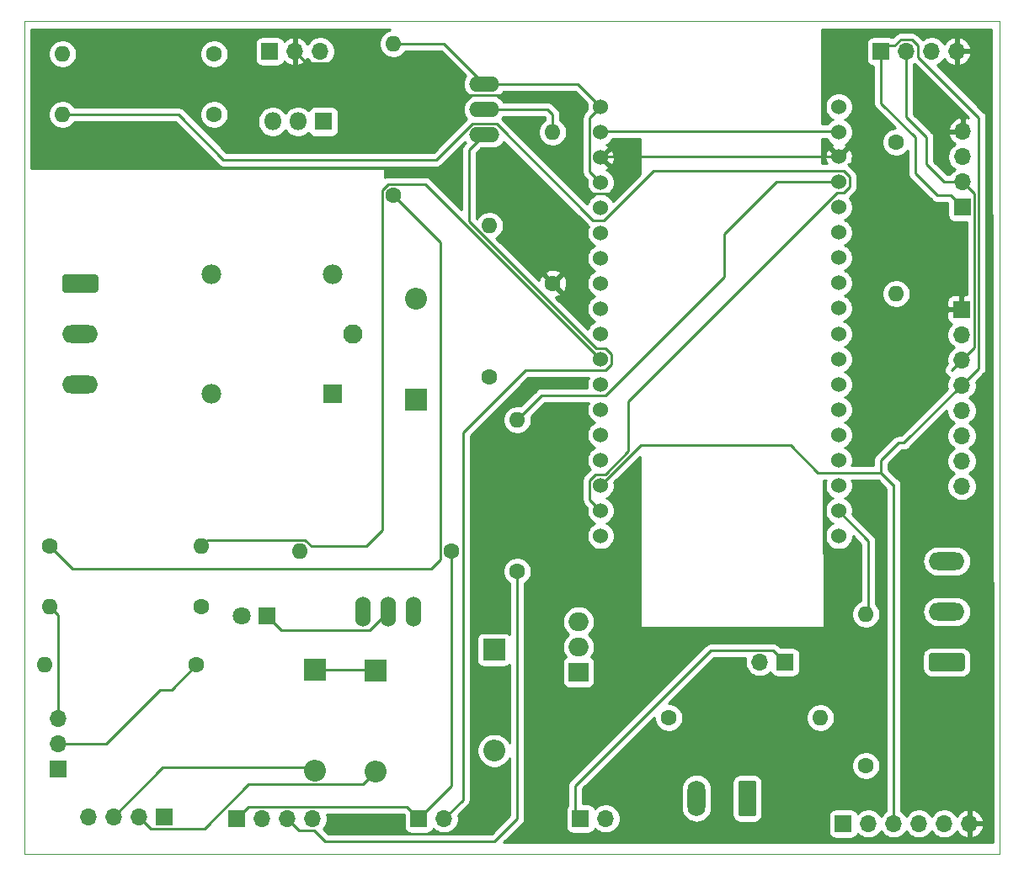
<source format=gbr>
%TF.GenerationSoftware,KiCad,Pcbnew,5.1.5+dfsg1-2build2*%
%TF.CreationDate,2020-10-22T23:20:21-04:00*%
%TF.ProjectId,Projeto_placa,50726f6a-6574-46f5-9f70-6c6163612e6b,rev?*%
%TF.SameCoordinates,Original*%
%TF.FileFunction,Copper,L2,Bot*%
%TF.FilePolarity,Positive*%
%FSLAX46Y46*%
G04 Gerber Fmt 4.6, Leading zero omitted, Abs format (unit mm)*
G04 Created by KiCad (PCBNEW 5.1.5+dfsg1-2build2) date 2020-10-22 23:20:21*
%MOMM*%
%LPD*%
G04 APERTURE LIST*
%TA.AperFunction,Profile*%
%ADD10C,0.050000*%
%TD*%
%TA.AperFunction,ComponentPad*%
%ADD11O,1.700000X1.700000*%
%TD*%
%TA.AperFunction,ComponentPad*%
%ADD12R,1.700000X1.700000*%
%TD*%
%TA.AperFunction,ComponentPad*%
%ADD13C,1.800000*%
%TD*%
%TA.AperFunction,ComponentPad*%
%ADD14R,1.800000X1.800000*%
%TD*%
%TA.AperFunction,ComponentPad*%
%ADD15O,2.200000X2.200000*%
%TD*%
%TA.AperFunction,ComponentPad*%
%ADD16R,2.200000X2.200000*%
%TD*%
%TA.AperFunction,ComponentPad*%
%ADD17O,1.800000X3.600000*%
%TD*%
%TA.AperFunction,ComponentPad*%
%ADD18C,0.100000*%
%TD*%
%TA.AperFunction,ComponentPad*%
%ADD19O,3.600000X1.800000*%
%TD*%
%TA.AperFunction,ComponentPad*%
%ADD20O,1.600000X1.600000*%
%TD*%
%TA.AperFunction,ComponentPad*%
%ADD21C,1.600000*%
%TD*%
%TA.AperFunction,ComponentPad*%
%ADD22O,1.800000X1.800000*%
%TD*%
%TA.AperFunction,ComponentPad*%
%ADD23O,2.000000X1.905000*%
%TD*%
%TA.AperFunction,ComponentPad*%
%ADD24R,2.000000X1.905000*%
%TD*%
%TA.AperFunction,ComponentPad*%
%ADD25C,1.524000*%
%TD*%
%TA.AperFunction,ComponentPad*%
%ADD26C,1.980000*%
%TD*%
%TA.AperFunction,ComponentPad*%
%ADD27C,1.935000*%
%TD*%
%TA.AperFunction,ComponentPad*%
%ADD28R,1.980000X1.980000*%
%TD*%
%TA.AperFunction,ComponentPad*%
%ADD29O,1.524000X3.048000*%
%TD*%
%TA.AperFunction,ComponentPad*%
%ADD30O,3.048000X1.524000*%
%TD*%
%TA.AperFunction,Conductor*%
%ADD31C,0.250000*%
%TD*%
%TA.AperFunction,Conductor*%
%ADD32C,0.254000*%
%TD*%
G04 APERTURE END LIST*
D10*
X72644000Y-29464000D02*
X72644000Y-113284000D01*
X170688000Y-29464000D02*
X72644000Y-29464000D01*
X170688000Y-113284000D02*
X170688000Y-29464000D01*
X72644000Y-113284000D02*
X170688000Y-113284000D01*
D11*
%TO.P,J9,8*%
%TO.N,Net-(J9-Pad8)*%
X166852600Y-76276200D03*
%TO.P,J9,7*%
%TO.N,Net-(J9-Pad7)*%
X166852600Y-73736200D03*
%TO.P,J9,6*%
%TO.N,Net-(J9-Pad6)*%
X166852600Y-71196200D03*
%TO.P,J9,5*%
%TO.N,Net-(J9-Pad5)*%
X166852600Y-68656200D03*
%TO.P,J9,4*%
%TO.N,I2C_SDA*%
X166852600Y-66116200D03*
%TO.P,J9,3*%
%TO.N,I2C_SCL*%
X166852600Y-63576200D03*
%TO.P,J9,2*%
%TO.N,GND*%
X166852600Y-61036200D03*
D12*
%TO.P,J9,1*%
%TO.N,+3V3*%
X166852600Y-58496200D03*
%TD*%
D13*
%TO.P,D1,2*%
%TO.N,Net-(D1-Pad2)*%
X94472760Y-89321640D03*
D14*
%TO.P,D1,1*%
%TO.N,Net-(D1-Pad1)*%
X97012760Y-89321640D03*
%TD*%
D15*
%TO.P,D2,2*%
%TO.N,Net-(D2-Pad2)*%
X112014000Y-57404000D03*
D16*
%TO.P,D2,1*%
%TO.N,+5V*%
X112014000Y-67564000D03*
%TD*%
D11*
%TO.P,J1,2*%
%TO.N,GND*%
X131064000Y-109728000D03*
D12*
%TO.P,J1,1*%
%TO.N,VBAT*%
X128524000Y-109728000D03*
%TD*%
D11*
%TO.P,J2,3*%
%TO.N,GND*%
X102362000Y-32512000D03*
%TO.P,J2,2*%
%TO.N,+3V3*%
X99822000Y-32512000D03*
D12*
%TO.P,J2,1*%
%TO.N,+5V*%
X97282000Y-32512000D03*
%TD*%
D11*
%TO.P,J3,3*%
%TO.N,GND*%
X76032360Y-99634040D03*
%TO.P,J3,2*%
%TO.N,UART_EXT_RX*%
X76032360Y-102174040D03*
D12*
%TO.P,J3,1*%
%TO.N,UART_EXT_TX*%
X76032360Y-104714040D03*
%TD*%
D11*
%TO.P,J4,4*%
%TO.N,+3V3*%
X166370000Y-32512000D03*
%TO.P,J4,3*%
%TO.N,GND*%
X163830000Y-32512000D03*
%TO.P,J4,2*%
%TO.N,I2C_SCL*%
X161290000Y-32512000D03*
D12*
%TO.P,J4,1*%
%TO.N,I2C_SDA*%
X158750000Y-32512000D03*
%TD*%
D11*
%TO.P,J5,4*%
%TO.N,+3V3*%
X166941500Y-40589200D03*
%TO.P,J5,3*%
%TO.N,GND*%
X166941500Y-43129200D03*
%TO.P,J5,2*%
%TO.N,I2C_SCL*%
X166941500Y-45669200D03*
D12*
%TO.P,J5,1*%
%TO.N,I2C_SDA*%
X166941500Y-48209200D03*
%TD*%
D11*
%TO.P,J6,4*%
%TO.N,Net-(J6-Pad4)*%
X101600000Y-109728000D03*
%TO.P,J6,3*%
%TO.N,MQ2_DOUT_5V*%
X99060000Y-109728000D03*
%TO.P,J6,2*%
%TO.N,GND*%
X96520000Y-109728000D03*
D12*
%TO.P,J6,1*%
%TO.N,+5V*%
X93980000Y-109728000D03*
%TD*%
D11*
%TO.P,J7,2*%
%TO.N,REED_SW_5V*%
X114808000Y-109728000D03*
D12*
%TO.P,J7,1*%
%TO.N,+5V*%
X112268000Y-109728000D03*
%TD*%
D11*
%TO.P,J8,6*%
%TO.N,+3V3*%
X167640000Y-110236000D03*
%TO.P,J8,5*%
%TO.N,GND*%
X165100000Y-110236000D03*
%TO.P,J8,4*%
%TO.N,I2C_SCL*%
X162560000Y-110236000D03*
%TO.P,J8,3*%
%TO.N,I2C_SDA*%
X160020000Y-110236000D03*
%TO.P,J8,2*%
%TO.N,Net-(J10-Pad2)*%
X157480000Y-110236000D03*
D12*
%TO.P,J8,1*%
%TO.N,Net-(J10-Pad1)*%
X154940000Y-110236000D03*
%TD*%
D17*
%TO.P,J10,2*%
%TO.N,Net-(J10-Pad2)*%
X140208000Y-107696000D03*
%TA.AperFunction,ComponentPad*%
D18*
%TO.P,J10,1*%
%TO.N,Net-(J10-Pad1)*%
G36*
X145962504Y-105897204D02*
G01*
X145986773Y-105900804D01*
X146010571Y-105906765D01*
X146033671Y-105915030D01*
X146055849Y-105925520D01*
X146076893Y-105938133D01*
X146096598Y-105952747D01*
X146114777Y-105969223D01*
X146131253Y-105987402D01*
X146145867Y-106007107D01*
X146158480Y-106028151D01*
X146168970Y-106050329D01*
X146177235Y-106073429D01*
X146183196Y-106097227D01*
X146186796Y-106121496D01*
X146188000Y-106146000D01*
X146188000Y-109246000D01*
X146186796Y-109270504D01*
X146183196Y-109294773D01*
X146177235Y-109318571D01*
X146168970Y-109341671D01*
X146158480Y-109363849D01*
X146145867Y-109384893D01*
X146131253Y-109404598D01*
X146114777Y-109422777D01*
X146096598Y-109439253D01*
X146076893Y-109453867D01*
X146055849Y-109466480D01*
X146033671Y-109476970D01*
X146010571Y-109485235D01*
X145986773Y-109491196D01*
X145962504Y-109494796D01*
X145938000Y-109496000D01*
X144638000Y-109496000D01*
X144613496Y-109494796D01*
X144589227Y-109491196D01*
X144565429Y-109485235D01*
X144542329Y-109476970D01*
X144520151Y-109466480D01*
X144499107Y-109453867D01*
X144479402Y-109439253D01*
X144461223Y-109422777D01*
X144444747Y-109404598D01*
X144430133Y-109384893D01*
X144417520Y-109363849D01*
X144407030Y-109341671D01*
X144398765Y-109318571D01*
X144392804Y-109294773D01*
X144389204Y-109270504D01*
X144388000Y-109246000D01*
X144388000Y-106146000D01*
X144389204Y-106121496D01*
X144392804Y-106097227D01*
X144398765Y-106073429D01*
X144407030Y-106050329D01*
X144417520Y-106028151D01*
X144430133Y-106007107D01*
X144444747Y-105987402D01*
X144461223Y-105969223D01*
X144479402Y-105952747D01*
X144499107Y-105938133D01*
X144520151Y-105925520D01*
X144542329Y-105915030D01*
X144565429Y-105906765D01*
X144589227Y-105900804D01*
X144613496Y-105897204D01*
X144638000Y-105896000D01*
X145938000Y-105896000D01*
X145962504Y-105897204D01*
G37*
%TD.AperFunction*%
%TD*%
D19*
%TO.P,J11,3*%
%TO.N,GND*%
X165354000Y-83820000D03*
%TO.P,J11,2*%
%TO.N,ANALOG_2*%
X165354000Y-88900000D03*
%TA.AperFunction,ComponentPad*%
D18*
%TO.P,J11,1*%
%TO.N,ANALOG_1*%
G36*
X166928504Y-93081204D02*
G01*
X166952773Y-93084804D01*
X166976571Y-93090765D01*
X166999671Y-93099030D01*
X167021849Y-93109520D01*
X167042893Y-93122133D01*
X167062598Y-93136747D01*
X167080777Y-93153223D01*
X167097253Y-93171402D01*
X167111867Y-93191107D01*
X167124480Y-93212151D01*
X167134970Y-93234329D01*
X167143235Y-93257429D01*
X167149196Y-93281227D01*
X167152796Y-93305496D01*
X167154000Y-93330000D01*
X167154000Y-94630000D01*
X167152796Y-94654504D01*
X167149196Y-94678773D01*
X167143235Y-94702571D01*
X167134970Y-94725671D01*
X167124480Y-94747849D01*
X167111867Y-94768893D01*
X167097253Y-94788598D01*
X167080777Y-94806777D01*
X167062598Y-94823253D01*
X167042893Y-94837867D01*
X167021849Y-94850480D01*
X166999671Y-94860970D01*
X166976571Y-94869235D01*
X166952773Y-94875196D01*
X166928504Y-94878796D01*
X166904000Y-94880000D01*
X163804000Y-94880000D01*
X163779496Y-94878796D01*
X163755227Y-94875196D01*
X163731429Y-94869235D01*
X163708329Y-94860970D01*
X163686151Y-94850480D01*
X163665107Y-94837867D01*
X163645402Y-94823253D01*
X163627223Y-94806777D01*
X163610747Y-94788598D01*
X163596133Y-94768893D01*
X163583520Y-94747849D01*
X163573030Y-94725671D01*
X163564765Y-94702571D01*
X163558804Y-94678773D01*
X163555204Y-94654504D01*
X163554000Y-94630000D01*
X163554000Y-93330000D01*
X163555204Y-93305496D01*
X163558804Y-93281227D01*
X163564765Y-93257429D01*
X163573030Y-93234329D01*
X163583520Y-93212151D01*
X163596133Y-93191107D01*
X163610747Y-93171402D01*
X163627223Y-93153223D01*
X163645402Y-93136747D01*
X163665107Y-93122133D01*
X163686151Y-93109520D01*
X163708329Y-93099030D01*
X163731429Y-93090765D01*
X163755227Y-93084804D01*
X163779496Y-93081204D01*
X163804000Y-93080000D01*
X166904000Y-93080000D01*
X166928504Y-93081204D01*
G37*
%TD.AperFunction*%
%TD*%
D11*
%TO.P,J12,2*%
%TO.N,GND*%
X146558000Y-93980000D03*
D12*
%TO.P,J12,1*%
%TO.N,VBAT*%
X149098000Y-93980000D03*
%TD*%
D19*
%TO.P,J13,3*%
%TO.N,Net-(J13-Pad3)*%
X78232000Y-66040000D03*
%TO.P,J13,2*%
%TO.N,Net-(J13-Pad2)*%
X78232000Y-60960000D03*
%TA.AperFunction,ComponentPad*%
D18*
%TO.P,J13,1*%
%TO.N,Net-(J13-Pad1)*%
G36*
X79806504Y-54981204D02*
G01*
X79830773Y-54984804D01*
X79854571Y-54990765D01*
X79877671Y-54999030D01*
X79899849Y-55009520D01*
X79920893Y-55022133D01*
X79940598Y-55036747D01*
X79958777Y-55053223D01*
X79975253Y-55071402D01*
X79989867Y-55091107D01*
X80002480Y-55112151D01*
X80012970Y-55134329D01*
X80021235Y-55157429D01*
X80027196Y-55181227D01*
X80030796Y-55205496D01*
X80032000Y-55230000D01*
X80032000Y-56530000D01*
X80030796Y-56554504D01*
X80027196Y-56578773D01*
X80021235Y-56602571D01*
X80012970Y-56625671D01*
X80002480Y-56647849D01*
X79989867Y-56668893D01*
X79975253Y-56688598D01*
X79958777Y-56706777D01*
X79940598Y-56723253D01*
X79920893Y-56737867D01*
X79899849Y-56750480D01*
X79877671Y-56760970D01*
X79854571Y-56769235D01*
X79830773Y-56775196D01*
X79806504Y-56778796D01*
X79782000Y-56780000D01*
X76682000Y-56780000D01*
X76657496Y-56778796D01*
X76633227Y-56775196D01*
X76609429Y-56769235D01*
X76586329Y-56760970D01*
X76564151Y-56750480D01*
X76543107Y-56737867D01*
X76523402Y-56723253D01*
X76505223Y-56706777D01*
X76488747Y-56688598D01*
X76474133Y-56668893D01*
X76461520Y-56647849D01*
X76451030Y-56625671D01*
X76442765Y-56602571D01*
X76436804Y-56578773D01*
X76433204Y-56554504D01*
X76432000Y-56530000D01*
X76432000Y-55230000D01*
X76433204Y-55205496D01*
X76436804Y-55181227D01*
X76442765Y-55157429D01*
X76451030Y-55134329D01*
X76461520Y-55112151D01*
X76474133Y-55091107D01*
X76488747Y-55071402D01*
X76505223Y-55053223D01*
X76523402Y-55036747D01*
X76543107Y-55022133D01*
X76564151Y-55009520D01*
X76586329Y-54999030D01*
X76609429Y-54990765D01*
X76633227Y-54984804D01*
X76657496Y-54981204D01*
X76682000Y-54980000D01*
X79782000Y-54980000D01*
X79806504Y-54981204D01*
G37*
%TD.AperFunction*%
%TD*%
D20*
%TO.P,R1,2*%
%TO.N,ADC_BAT*%
X157226000Y-89154000D03*
D21*
%TO.P,R1,1*%
%TO.N,VBAT*%
X157226000Y-104394000D03*
%TD*%
D20*
%TO.P,R2,2*%
%TO.N,GND*%
X152654000Y-99568000D03*
D21*
%TO.P,R2,1*%
%TO.N,ADC_BAT*%
X137414000Y-99568000D03*
%TD*%
D20*
%TO.P,R3,2*%
%TO.N,LED_1*%
X90424000Y-82296000D03*
D21*
%TO.P,R3,1*%
%TO.N,Net-(Q1-Pad1)*%
X75184000Y-82296000D03*
%TD*%
D20*
%TO.P,R4,2*%
%TO.N,GND*%
X109728000Y-31750000D03*
D21*
%TO.P,R4,1*%
%TO.N,Net-(Q1-Pad1)*%
X109728000Y-46990000D03*
%TD*%
D20*
%TO.P,R5,2*%
%TO.N,Net-(D1-Pad2)*%
X100330000Y-82804000D03*
D21*
%TO.P,R5,1*%
%TO.N,+5V*%
X115570000Y-82804000D03*
%TD*%
D20*
%TO.P,R6,2*%
%TO.N,UART_EXT_RX_3V3*%
X74676000Y-94234000D03*
D21*
%TO.P,R6,1*%
%TO.N,UART_EXT_RX*%
X89916000Y-94234000D03*
%TD*%
D20*
%TO.P,R7,2*%
%TO.N,GND*%
X75184000Y-88392000D03*
D21*
%TO.P,R7,1*%
%TO.N,Net-(JP1-Pad2)*%
X90424000Y-88392000D03*
%TD*%
D20*
%TO.P,R8,2*%
%TO.N,RELAY*%
X76454000Y-38862000D03*
D21*
%TO.P,R8,1*%
%TO.N,Net-(Q2-Pad3)*%
X91694000Y-38862000D03*
%TD*%
D20*
%TO.P,R9,2*%
%TO.N,GND*%
X76454000Y-32766000D03*
D21*
%TO.P,R9,1*%
%TO.N,Net-(Q2-Pad3)*%
X91694000Y-32766000D03*
%TD*%
D20*
%TO.P,R11,2*%
%TO.N,MQ2_DOUT_3V3*%
X122174000Y-69596000D03*
D21*
%TO.P,R11,1*%
%TO.N,MQ2_DOUT_5V*%
X122174000Y-84836000D03*
%TD*%
D20*
%TO.P,R12,2*%
%TO.N,GND*%
X119380000Y-50038000D03*
D21*
%TO.P,R12,1*%
%TO.N,MQ2_DOUT_3V3*%
X119380000Y-65278000D03*
%TD*%
D20*
%TO.P,R13,2*%
%TO.N,GND*%
X160274000Y-56896000D03*
D21*
%TO.P,R13,1*%
%TO.N,REED_SW_5V*%
X160274000Y-41656000D03*
%TD*%
D20*
%TO.P,R14,2*%
%TO.N,REED_SW_3V3*%
X125730000Y-40640000D03*
D21*
%TO.P,R14,1*%
%TO.N,+3V3*%
X125730000Y-55880000D03*
%TD*%
D22*
%TO.P,Q2,3*%
%TO.N,Net-(Q2-Pad3)*%
X97586800Y-39585900D03*
%TO.P,Q2,2*%
%TO.N,Net-(D2-Pad2)*%
X100126800Y-39585900D03*
D14*
%TO.P,Q2,1*%
%TO.N,GND*%
X102666800Y-39585900D03*
%TD*%
D15*
%TO.P,D3,2*%
%TO.N,Net-(D3-Pad2)*%
X119837200Y-102880160D03*
D16*
%TO.P,D3,1*%
%TO.N,Net-(D3-Pad1)*%
X119837200Y-92720160D03*
%TD*%
D15*
%TO.P,D4,2*%
%TO.N,Net-(D4-Pad2)*%
X107929680Y-104988360D03*
D16*
%TO.P,D4,1*%
%TO.N,Net-(D3-Pad1)*%
X107929680Y-94828360D03*
%TD*%
D15*
%TO.P,D5,2*%
%TO.N,Net-(D5-Pad2)*%
X101833680Y-104866440D03*
D16*
%TO.P,D5,1*%
%TO.N,Net-(D3-Pad1)*%
X101833680Y-94706440D03*
%TD*%
D11*
%TO.P,J14,4*%
%TO.N,GND*%
X79049880Y-109540040D03*
%TO.P,J14,3*%
%TO.N,Net-(D5-Pad2)*%
X81589880Y-109540040D03*
%TO.P,J14,2*%
%TO.N,Net-(D4-Pad2)*%
X84129880Y-109540040D03*
D12*
%TO.P,J14,1*%
%TO.N,Net-(D3-Pad2)*%
X86669880Y-109540040D03*
%TD*%
D23*
%TO.P,U2,3*%
%TO.N,+5V*%
X128336040Y-89910920D03*
%TO.P,U2,2*%
%TO.N,GND*%
X128336040Y-92450920D03*
D24*
%TO.P,U2,1*%
%TO.N,Net-(D3-Pad1)*%
X128336040Y-94990920D03*
%TD*%
D25*
%TO.P,U1,36*%
%TO.N,GND*%
X154495500Y-38100000D03*
%TO.P,U1,35*%
%TO.N,+5V*%
X154495500Y-40640000D03*
%TO.P,U1,34*%
%TO.N,+3V3*%
X154495500Y-43116500D03*
%TO.P,U1,33*%
%TO.N,MQ2_DOUT_3V3*%
X154495500Y-45656500D03*
%TO.P,U1,32*%
%TO.N,Net-(U1-Pad32)*%
X154495500Y-48196500D03*
%TO.P,U1,31*%
%TO.N,Net-(U1-Pad31)*%
X154495500Y-50736500D03*
%TO.P,U1,30*%
%TO.N,Net-(U1-Pad30)*%
X154495500Y-53276500D03*
%TO.P,U1,29*%
%TO.N,REED_SW_3V3*%
X154495500Y-55816500D03*
%TO.P,U1,28*%
%TO.N,Net-(U1-Pad28)*%
X154495500Y-58356500D03*
%TO.P,U1,27*%
%TO.N,Net-(U1-Pad27)*%
X154495500Y-60960000D03*
%TO.P,U1,26*%
%TO.N,Net-(U1-Pad26)*%
X154495500Y-63500000D03*
%TO.P,U1,25*%
%TO.N,ANALOG_2*%
X154495500Y-66040000D03*
%TO.P,U1,24*%
%TO.N,Net-(U1-Pad24)*%
X154495500Y-68580000D03*
%TO.P,U1,23*%
%TO.N,Net-(U1-Pad23)*%
X154495500Y-71120000D03*
%TO.P,U1,22*%
%TO.N,Net-(U1-Pad22)*%
X154495500Y-73660000D03*
%TO.P,U1,21*%
%TO.N,UART_EXT_RX_3V3*%
X154495500Y-76200000D03*
%TO.P,U1,20*%
%TO.N,ADC_BAT*%
X154495500Y-78740000D03*
%TO.P,U1,19*%
%TO.N,UART_EXT_TX*%
X154495500Y-81280000D03*
%TO.P,U1,18*%
%TO.N,Net-(U1-Pad18)*%
X130556000Y-81280000D03*
%TO.P,U1,17*%
%TO.N,RELAY*%
X130556000Y-78740000D03*
%TO.P,U1,16*%
%TO.N,I2C_SDA*%
X130556000Y-76200000D03*
%TO.P,U1,15*%
%TO.N,ANALOG_1*%
X130556000Y-73660000D03*
%TO.P,U1,14*%
%TO.N,I2C_SCL*%
X130556000Y-71120000D03*
%TO.P,U1,13*%
%TO.N,Net-(U1-Pad13)*%
X130556000Y-68580000D03*
%TO.P,U1,12*%
%TO.N,Net-(U1-Pad12)*%
X130556000Y-66040000D03*
%TO.P,U1,11*%
%TO.N,LED_1*%
X130556000Y-63500000D03*
%TO.P,U1,10*%
%TO.N,Net-(U1-Pad10)*%
X130556000Y-60960000D03*
%TO.P,U1,9*%
%TO.N,Net-(U1-Pad9)*%
X130556000Y-58420000D03*
%TO.P,U1,8*%
%TO.N,Net-(U1-Pad8)*%
X130556000Y-55880000D03*
%TO.P,U1,7*%
%TO.N,Net-(U1-Pad7)*%
X130556000Y-53340000D03*
%TO.P,U1,6*%
%TO.N,Net-(U1-Pad6)*%
X130556000Y-50800000D03*
%TO.P,U1,5*%
%TO.N,Net-(U1-Pad5)*%
X130556000Y-48260000D03*
%TO.P,U1,4*%
%TO.N,GND*%
X130556000Y-45720000D03*
%TO.P,U1,3*%
%TO.N,+3V3*%
X130556000Y-43180000D03*
%TO.P,U1,2*%
%TO.N,+5V*%
X130556000Y-40640000D03*
%TO.P,U1,1*%
%TO.N,GND*%
X130556000Y-38100000D03*
%TD*%
D26*
%TO.P,K1,NC*%
%TO.N,Net-(J13-Pad3)*%
X91436000Y-66960000D03*
%TO.P,K1,NO*%
%TO.N,Net-(J13-Pad1)*%
X91436000Y-54960000D03*
%TO.P,K1,A2*%
%TO.N,Net-(D2-Pad2)*%
X103636000Y-54960000D03*
D27*
%TO.P,K1,COM*%
%TO.N,Net-(J13-Pad2)*%
X105636000Y-60960000D03*
D28*
%TO.P,K1,A1*%
%TO.N,+5V*%
X103636000Y-66960000D03*
%TD*%
D29*
%TO.P,Q1,3*%
%TO.N,GND*%
X111760000Y-88900000D03*
%TO.P,Q1,2*%
%TO.N,Net-(D1-Pad1)*%
X109220000Y-88900000D03*
%TO.P,Q1,1*%
%TO.N,Net-(Q1-Pad1)*%
X106680000Y-88900000D03*
%TD*%
D30*
%TO.P,Q3,3*%
%TO.N,GND*%
X118872000Y-35814000D03*
%TO.P,Q3,2*%
%TO.N,REED_SW_3V3*%
X118872000Y-38354000D03*
%TO.P,Q3,1*%
%TO.N,REED_SW_5V*%
X118872000Y-40894000D03*
%TD*%
D31*
%TO.N,Net-(D1-Pad1)*%
X107370990Y-90749010D02*
X109220000Y-88900000D01*
X98440130Y-90749010D02*
X107370990Y-90749010D01*
X97012760Y-89321640D02*
X98440130Y-90749010D01*
%TO.N,+5V*%
X111092999Y-108552999D02*
X112268000Y-109728000D01*
X95155001Y-108552999D02*
X111092999Y-108552999D01*
X93980000Y-109728000D02*
X95155001Y-108552999D01*
X115570000Y-106426000D02*
X112268000Y-109728000D01*
X115570000Y-82804000D02*
X115570000Y-106426000D01*
X130606800Y-40589200D02*
X130556000Y-40640000D01*
X154381200Y-40589200D02*
X130606800Y-40589200D01*
%TO.N,VBAT*%
X147922999Y-92804999D02*
X141637001Y-92804999D01*
X149098000Y-93980000D02*
X147922999Y-92804999D01*
X128016000Y-109220000D02*
X128524000Y-109728000D01*
X128016000Y-106426000D02*
X128016000Y-109220000D01*
X141637001Y-92804999D02*
X128016000Y-106426000D01*
%TO.N,GND*%
X128270000Y-35814000D02*
X130556000Y-38100000D01*
X118872000Y-35814000D02*
X128270000Y-35814000D01*
X129468999Y-39187001D02*
X130556000Y-38100000D01*
X129468999Y-44632999D02*
X129468999Y-39187001D01*
X130556000Y-45720000D02*
X129468999Y-44632999D01*
X114808000Y-31750000D02*
X118872000Y-35814000D01*
X109728000Y-31750000D02*
X114808000Y-31750000D01*
X76032360Y-89240360D02*
X75184000Y-88392000D01*
X76032360Y-99634040D02*
X76032360Y-89240360D01*
%TO.N,+3V3*%
X166116000Y-32766000D02*
X166370000Y-32512000D01*
X113748208Y-36901010D02*
X110534199Y-33687001D01*
X125635910Y-36901010D02*
X113748208Y-36901010D01*
X100997001Y-33687001D02*
X99822000Y-32512000D01*
X110534199Y-33687001D02*
X100997001Y-33687001D01*
X127720675Y-45196075D02*
X127720675Y-38985775D01*
X129331601Y-46807001D02*
X127720675Y-45196075D01*
X131881999Y-46807001D02*
X129331601Y-46807001D01*
X132384800Y-45008800D02*
X132384800Y-46304200D01*
X127720675Y-38985775D02*
X125635910Y-36901010D01*
X132384800Y-46304200D02*
X131881999Y-46807001D01*
X130556000Y-43180000D02*
X132384800Y-45008800D01*
X130606800Y-43129200D02*
X130556000Y-43180000D01*
X154381200Y-43129200D02*
X130606800Y-43129200D01*
%TO.N,UART_EXT_RX*%
X76032360Y-102174040D02*
X80802480Y-102174040D01*
X80802480Y-102174040D02*
X86222840Y-96753680D01*
X87396320Y-96753680D02*
X89916000Y-94234000D01*
X86222840Y-96753680D02*
X87396320Y-96753680D01*
%TO.N,I2C_SDA*%
X165766499Y-47034199D02*
X164432999Y-47034199D01*
X166941500Y-48209200D02*
X165766499Y-47034199D01*
X164432999Y-47034199D02*
X162204400Y-44805600D01*
X162204400Y-44805600D02*
X162204400Y-41186100D01*
X158750000Y-37731700D02*
X158750000Y-32512000D01*
X162204400Y-41186100D02*
X158750000Y-37731700D01*
X168566510Y-39177510D02*
X168566510Y-64402290D01*
X162465001Y-33076001D02*
X168566510Y-39177510D01*
X161854001Y-31336999D02*
X162465001Y-31947999D01*
X160725999Y-31336999D02*
X161854001Y-31336999D01*
X168566510Y-64402290D02*
X166852600Y-66116200D01*
X162465001Y-31947999D02*
X162465001Y-33076001D01*
X160114999Y-31947999D02*
X160725999Y-31336999D01*
X159314001Y-31947999D02*
X158750000Y-32512000D01*
X160114999Y-31947999D02*
X159314001Y-31947999D01*
X134599799Y-72156201D02*
X130556000Y-76200000D01*
X166852600Y-66116200D02*
X161048700Y-71920100D01*
X134599799Y-72156201D02*
X149626201Y-72156201D01*
X149626201Y-72156201D02*
X152400000Y-74930000D01*
X152400000Y-74930000D02*
X158750000Y-74930000D01*
X158750000Y-74930000D02*
X160020000Y-76200000D01*
X160020000Y-76200000D02*
X160020000Y-76115238D01*
X160020000Y-110236000D02*
X160020000Y-76200000D01*
X161048700Y-71920100D02*
X160489900Y-71920100D01*
X158750000Y-73660000D02*
X158750000Y-74930000D01*
X160489900Y-71920100D02*
X158750000Y-73660000D01*
%TO.N,I2C_SCL*%
X163334700Y-43903900D02*
X165100000Y-45669200D01*
X163334700Y-41186100D02*
X163334700Y-43903900D01*
X161290000Y-39141400D02*
X163334700Y-41186100D01*
X165100000Y-45669200D02*
X166941500Y-45669200D01*
X161290000Y-32512000D02*
X161290000Y-39141400D01*
X168116501Y-62312299D02*
X166852600Y-63576200D01*
X168116501Y-46844201D02*
X168116501Y-62312299D01*
X166941500Y-45669200D02*
X168116501Y-46844201D01*
X165841799Y-64587001D02*
X166852600Y-63576200D01*
%TO.N,MQ2_DOUT_5V*%
X122174000Y-84836000D02*
X122174000Y-109728000D01*
X122174000Y-109728000D02*
X119888000Y-112014000D01*
X100235001Y-110903001D02*
X99060000Y-109728000D01*
X101759001Y-110903001D02*
X100235001Y-110903001D01*
X102870000Y-112014000D02*
X101759001Y-110903001D01*
X119888000Y-112014000D02*
X102870000Y-112014000D01*
%TO.N,REED_SW_5V*%
X117348000Y-49655590D02*
X117348000Y-42418000D01*
X117348000Y-42418000D02*
X118872000Y-40894000D01*
X131643001Y-62978239D02*
X131077761Y-62412999D01*
X131643001Y-64021761D02*
X131643001Y-62978239D01*
X131077761Y-64587001D02*
X131643001Y-64021761D01*
X131077761Y-62412999D02*
X130105409Y-62412999D01*
X122971003Y-64587001D02*
X131077761Y-64587001D01*
X116695001Y-70863003D02*
X122971003Y-64587001D01*
X130105409Y-62412999D02*
X117348000Y-49655590D01*
X116695001Y-107840999D02*
X116695001Y-70863003D01*
X114808000Y-109728000D02*
X116695001Y-107840999D01*
%TO.N,Net-(Q1-Pad1)*%
X114376200Y-51638200D02*
X109728000Y-46990000D01*
X114444999Y-83675001D02*
X114444999Y-51706999D01*
X114444999Y-51706999D02*
X114376200Y-51638200D01*
X113538000Y-84582000D02*
X114444999Y-83675001D01*
X77470000Y-84582000D02*
X113538000Y-84582000D01*
X75184000Y-82296000D02*
X77470000Y-84582000D01*
%TO.N,REED_SW_3V3*%
X125730000Y-40640000D02*
X125730000Y-38862000D01*
X125222000Y-38354000D02*
X118872000Y-38354000D01*
X125730000Y-38862000D02*
X125222000Y-38354000D01*
%TO.N,ADC_BAT*%
X154381200Y-78689200D02*
X157480000Y-81788000D01*
X157480000Y-88900000D02*
X157226000Y-89154000D01*
X157480000Y-81788000D02*
X157480000Y-88900000D01*
%TO.N,LED_1*%
X100838000Y-81678999D02*
X91041001Y-81678999D01*
X101455001Y-82296000D02*
X100838000Y-81678999D01*
X106972100Y-82296000D02*
X101455001Y-82296000D01*
X108602999Y-46449999D02*
X108602999Y-80665101D01*
X108602999Y-80665101D02*
X106972100Y-82296000D01*
X109187999Y-45864999D02*
X108602999Y-46449999D01*
X112920999Y-45864999D02*
X109187999Y-45864999D01*
X91041001Y-81678999D02*
X90424000Y-82296000D01*
X130556000Y-63500000D02*
X112920999Y-45864999D01*
%TO.N,RELAY*%
X131006591Y-75112999D02*
X130034239Y-75112999D01*
X133350000Y-72769590D02*
X131006591Y-75112999D01*
X133350000Y-67733238D02*
X133350000Y-72769590D01*
X154339737Y-46743501D02*
X133350000Y-67733238D01*
X129468999Y-77652999D02*
X129794001Y-77978001D01*
X155017261Y-46743501D02*
X154339737Y-46743501D01*
X130034239Y-75112999D02*
X129468999Y-75678239D01*
X155582501Y-45134739D02*
X155582501Y-46178261D01*
X155017261Y-44569499D02*
X155582501Y-45134739D01*
X130894762Y-49530000D02*
X135855263Y-44569499D01*
X129468999Y-75678239D02*
X129468999Y-77652999D01*
X155582501Y-46178261D02*
X155017261Y-46743501D01*
X129807264Y-49530000D02*
X130894762Y-49530000D01*
X129794001Y-77978001D02*
X130556000Y-78740000D01*
X120084254Y-39806990D02*
X129807264Y-49530000D01*
X135855263Y-44569499D02*
X155017261Y-44569499D01*
X117659746Y-39806990D02*
X120084254Y-39806990D01*
X114045436Y-43421300D02*
X117659746Y-39806990D01*
X92633800Y-43421300D02*
X114045436Y-43421300D01*
X88074500Y-38862000D02*
X92633800Y-43421300D01*
X76454000Y-38862000D02*
X88074500Y-38862000D01*
%TO.N,MQ2_DOUT_3V3*%
X131077761Y-67127001D02*
X143002000Y-55202762D01*
X124642999Y-67127001D02*
X131077761Y-67127001D01*
X122174000Y-69596000D02*
X124642999Y-67127001D01*
X143002000Y-55202762D02*
X143002000Y-50901600D01*
X148234400Y-45669200D02*
X154381200Y-45669200D01*
X143002000Y-50901600D02*
X148234400Y-45669200D01*
%TO.N,Net-(D3-Pad1)*%
X107807760Y-94706440D02*
X107929680Y-94828360D01*
X101833680Y-94706440D02*
X107807760Y-94706440D01*
%TO.N,Net-(D4-Pad2)*%
X106626599Y-106291441D02*
X107929680Y-104988360D01*
X95131557Y-106291441D02*
X106626599Y-106291441D01*
X90707957Y-110715041D02*
X95131557Y-106291441D01*
X85304881Y-110715041D02*
X90707957Y-110715041D01*
X84129880Y-109540040D02*
X85304881Y-110715041D01*
%TO.N,Net-(D5-Pad2)*%
X81589880Y-109540040D02*
X86542880Y-104587040D01*
X101554280Y-104587040D02*
X101833680Y-104866440D01*
X86542880Y-104587040D02*
X101554280Y-104587040D01*
%TD*%
D32*
%TO.N,+3V3*%
G36*
X170028000Y-104192986D02*
G01*
X170028000Y-112141000D01*
X120835801Y-112141000D01*
X122685003Y-110291799D01*
X122714001Y-110268001D01*
X122808974Y-110152276D01*
X122879546Y-110020247D01*
X122923003Y-109876986D01*
X122934000Y-109765333D01*
X122934000Y-109765324D01*
X122937676Y-109728001D01*
X122934000Y-109690678D01*
X122934000Y-108878000D01*
X127035928Y-108878000D01*
X127035928Y-110578000D01*
X127048188Y-110702482D01*
X127084498Y-110822180D01*
X127143463Y-110932494D01*
X127222815Y-111029185D01*
X127319506Y-111108537D01*
X127429820Y-111167502D01*
X127549518Y-111203812D01*
X127674000Y-111216072D01*
X129374000Y-111216072D01*
X129498482Y-111203812D01*
X129618180Y-111167502D01*
X129728494Y-111108537D01*
X129825185Y-111029185D01*
X129904537Y-110932494D01*
X129963502Y-110822180D01*
X129985513Y-110749620D01*
X130117368Y-110881475D01*
X130360589Y-111043990D01*
X130630842Y-111155932D01*
X130917740Y-111213000D01*
X131210260Y-111213000D01*
X131497158Y-111155932D01*
X131767411Y-111043990D01*
X132010632Y-110881475D01*
X132217475Y-110674632D01*
X132379990Y-110431411D01*
X132491932Y-110161158D01*
X132549000Y-109874260D01*
X132549000Y-109581740D01*
X132491932Y-109294842D01*
X132379990Y-109024589D01*
X132217475Y-108781368D01*
X132010632Y-108574525D01*
X131767411Y-108412010D01*
X131497158Y-108300068D01*
X131210260Y-108243000D01*
X130917740Y-108243000D01*
X130630842Y-108300068D01*
X130360589Y-108412010D01*
X130117368Y-108574525D01*
X129985513Y-108706380D01*
X129963502Y-108633820D01*
X129904537Y-108523506D01*
X129825185Y-108426815D01*
X129728494Y-108347463D01*
X129618180Y-108288498D01*
X129498482Y-108252188D01*
X129374000Y-108239928D01*
X128776000Y-108239928D01*
X128776000Y-106740801D01*
X128796209Y-106720592D01*
X138673000Y-106720592D01*
X138673000Y-108671407D01*
X138695210Y-108896912D01*
X138782983Y-109186260D01*
X138925519Y-109452926D01*
X139117339Y-109686661D01*
X139351073Y-109878481D01*
X139617739Y-110021017D01*
X139907087Y-110108790D01*
X140208000Y-110138427D01*
X140508912Y-110108790D01*
X140798260Y-110021017D01*
X141064926Y-109878481D01*
X141298661Y-109686661D01*
X141490481Y-109452927D01*
X141633017Y-109186261D01*
X141720790Y-108896913D01*
X141743000Y-108671408D01*
X141743000Y-106720592D01*
X141720790Y-106495087D01*
X141633017Y-106205739D01*
X141601086Y-106146000D01*
X143749928Y-106146000D01*
X143749928Y-109246000D01*
X143766992Y-109419254D01*
X143817528Y-109585850D01*
X143899595Y-109739386D01*
X144010038Y-109873962D01*
X144144614Y-109984405D01*
X144298150Y-110066472D01*
X144464746Y-110117008D01*
X144638000Y-110134072D01*
X145938000Y-110134072D01*
X146111254Y-110117008D01*
X146277850Y-110066472D01*
X146431386Y-109984405D01*
X146565962Y-109873962D01*
X146676405Y-109739386D01*
X146758472Y-109585850D01*
X146809008Y-109419254D01*
X146826072Y-109246000D01*
X146826072Y-106146000D01*
X146809008Y-105972746D01*
X146758472Y-105806150D01*
X146676405Y-105652614D01*
X146565962Y-105518038D01*
X146431386Y-105407595D01*
X146277850Y-105325528D01*
X146111254Y-105274992D01*
X145938000Y-105257928D01*
X144638000Y-105257928D01*
X144464746Y-105274992D01*
X144298150Y-105325528D01*
X144144614Y-105407595D01*
X144010038Y-105518038D01*
X143899595Y-105652614D01*
X143817528Y-105806150D01*
X143766992Y-105972746D01*
X143749928Y-106146000D01*
X141601086Y-106146000D01*
X141490481Y-105939073D01*
X141298661Y-105705339D01*
X141064927Y-105513519D01*
X140798261Y-105370983D01*
X140508913Y-105283210D01*
X140208000Y-105253573D01*
X139907088Y-105283210D01*
X139617740Y-105370983D01*
X139351074Y-105513519D01*
X139117340Y-105705339D01*
X138925520Y-105939073D01*
X138782984Y-106205739D01*
X138695211Y-106495087D01*
X138673000Y-106720592D01*
X128796209Y-106720592D01*
X131264136Y-104252665D01*
X155791000Y-104252665D01*
X155791000Y-104535335D01*
X155846147Y-104812574D01*
X155954320Y-105073727D01*
X156111363Y-105308759D01*
X156311241Y-105508637D01*
X156546273Y-105665680D01*
X156807426Y-105773853D01*
X157084665Y-105829000D01*
X157367335Y-105829000D01*
X157644574Y-105773853D01*
X157905727Y-105665680D01*
X158140759Y-105508637D01*
X158340637Y-105308759D01*
X158497680Y-105073727D01*
X158605853Y-104812574D01*
X158661000Y-104535335D01*
X158661000Y-104252665D01*
X158605853Y-103975426D01*
X158497680Y-103714273D01*
X158340637Y-103479241D01*
X158140759Y-103279363D01*
X157905727Y-103122320D01*
X157644574Y-103014147D01*
X157367335Y-102959000D01*
X157084665Y-102959000D01*
X156807426Y-103014147D01*
X156546273Y-103122320D01*
X156311241Y-103279363D01*
X156111363Y-103479241D01*
X155954320Y-103714273D01*
X155846147Y-103975426D01*
X155791000Y-104252665D01*
X131264136Y-104252665D01*
X135979000Y-99537802D01*
X135979000Y-99709335D01*
X136034147Y-99986574D01*
X136142320Y-100247727D01*
X136299363Y-100482759D01*
X136499241Y-100682637D01*
X136734273Y-100839680D01*
X136995426Y-100947853D01*
X137272665Y-101003000D01*
X137555335Y-101003000D01*
X137832574Y-100947853D01*
X138093727Y-100839680D01*
X138328759Y-100682637D01*
X138528637Y-100482759D01*
X138685680Y-100247727D01*
X138793853Y-99986574D01*
X138849000Y-99709335D01*
X138849000Y-99426665D01*
X151219000Y-99426665D01*
X151219000Y-99709335D01*
X151274147Y-99986574D01*
X151382320Y-100247727D01*
X151539363Y-100482759D01*
X151739241Y-100682637D01*
X151974273Y-100839680D01*
X152235426Y-100947853D01*
X152512665Y-101003000D01*
X152795335Y-101003000D01*
X153072574Y-100947853D01*
X153333727Y-100839680D01*
X153568759Y-100682637D01*
X153768637Y-100482759D01*
X153925680Y-100247727D01*
X154033853Y-99986574D01*
X154089000Y-99709335D01*
X154089000Y-99426665D01*
X154033853Y-99149426D01*
X153925680Y-98888273D01*
X153768637Y-98653241D01*
X153568759Y-98453363D01*
X153333727Y-98296320D01*
X153072574Y-98188147D01*
X152795335Y-98133000D01*
X152512665Y-98133000D01*
X152235426Y-98188147D01*
X151974273Y-98296320D01*
X151739241Y-98453363D01*
X151539363Y-98653241D01*
X151382320Y-98888273D01*
X151274147Y-99149426D01*
X151219000Y-99426665D01*
X138849000Y-99426665D01*
X138793853Y-99149426D01*
X138685680Y-98888273D01*
X138528637Y-98653241D01*
X138328759Y-98453363D01*
X138093727Y-98296320D01*
X137832574Y-98188147D01*
X137555335Y-98133000D01*
X137383802Y-98133000D01*
X141951803Y-93564999D01*
X145126456Y-93564999D01*
X145073000Y-93833740D01*
X145073000Y-94126260D01*
X145130068Y-94413158D01*
X145242010Y-94683411D01*
X145404525Y-94926632D01*
X145611368Y-95133475D01*
X145854589Y-95295990D01*
X146124842Y-95407932D01*
X146411740Y-95465000D01*
X146704260Y-95465000D01*
X146991158Y-95407932D01*
X147261411Y-95295990D01*
X147504632Y-95133475D01*
X147636487Y-95001620D01*
X147658498Y-95074180D01*
X147717463Y-95184494D01*
X147796815Y-95281185D01*
X147893506Y-95360537D01*
X148003820Y-95419502D01*
X148123518Y-95455812D01*
X148248000Y-95468072D01*
X149948000Y-95468072D01*
X150072482Y-95455812D01*
X150192180Y-95419502D01*
X150302494Y-95360537D01*
X150399185Y-95281185D01*
X150478537Y-95184494D01*
X150537502Y-95074180D01*
X150573812Y-94954482D01*
X150586072Y-94830000D01*
X150586072Y-93130000D01*
X150573812Y-93005518D01*
X150537502Y-92885820D01*
X150478537Y-92775506D01*
X150399185Y-92678815D01*
X150302494Y-92599463D01*
X150192180Y-92540498D01*
X150072482Y-92504188D01*
X149948000Y-92491928D01*
X148684729Y-92491928D01*
X148486803Y-92294002D01*
X148463000Y-92264998D01*
X148347275Y-92170025D01*
X148215246Y-92099453D01*
X148071985Y-92055996D01*
X147960332Y-92044999D01*
X147960321Y-92044999D01*
X147922999Y-92041323D01*
X147885677Y-92044999D01*
X141674323Y-92044999D01*
X141637000Y-92041323D01*
X141599677Y-92044999D01*
X141599668Y-92044999D01*
X141488015Y-92055996D01*
X141344754Y-92099453D01*
X141212725Y-92170025D01*
X141097000Y-92264998D01*
X141073202Y-92293996D01*
X127505003Y-105862196D01*
X127475999Y-105885999D01*
X127432443Y-105939073D01*
X127381026Y-106001724D01*
X127373810Y-106015225D01*
X127310454Y-106133754D01*
X127266997Y-106277015D01*
X127256000Y-106388668D01*
X127256000Y-106388678D01*
X127252324Y-106426000D01*
X127256000Y-106463323D01*
X127256001Y-108399580D01*
X127222815Y-108426815D01*
X127143463Y-108523506D01*
X127084498Y-108633820D01*
X127048188Y-108753518D01*
X127035928Y-108878000D01*
X122934000Y-108878000D01*
X122934000Y-89910920D01*
X126693359Y-89910920D01*
X126724010Y-90222124D01*
X126814785Y-90521369D01*
X126962195Y-90797155D01*
X127160577Y-91038883D01*
X127333649Y-91180920D01*
X127160577Y-91322957D01*
X126962195Y-91564685D01*
X126814785Y-91840471D01*
X126724010Y-92139716D01*
X126693359Y-92450920D01*
X126724010Y-92762124D01*
X126814785Y-93061369D01*
X126962195Y-93337155D01*
X127065486Y-93463015D01*
X126981546Y-93507883D01*
X126884855Y-93587235D01*
X126805503Y-93683926D01*
X126746538Y-93794240D01*
X126710228Y-93913938D01*
X126697968Y-94038420D01*
X126697968Y-95943420D01*
X126710228Y-96067902D01*
X126746538Y-96187600D01*
X126805503Y-96297914D01*
X126884855Y-96394605D01*
X126981546Y-96473957D01*
X127091860Y-96532922D01*
X127211558Y-96569232D01*
X127336040Y-96581492D01*
X129336040Y-96581492D01*
X129460522Y-96569232D01*
X129580220Y-96532922D01*
X129690534Y-96473957D01*
X129787225Y-96394605D01*
X129866577Y-96297914D01*
X129925542Y-96187600D01*
X129961852Y-96067902D01*
X129974112Y-95943420D01*
X129974112Y-94038420D01*
X129961852Y-93913938D01*
X129925542Y-93794240D01*
X129866577Y-93683926D01*
X129787225Y-93587235D01*
X129690534Y-93507883D01*
X129606594Y-93463015D01*
X129709885Y-93337155D01*
X129857295Y-93061369D01*
X129948070Y-92762124D01*
X129978721Y-92450920D01*
X129948070Y-92139716D01*
X129857295Y-91840471D01*
X129709885Y-91564685D01*
X129511503Y-91322957D01*
X129338431Y-91180920D01*
X129511503Y-91038883D01*
X129709885Y-90797155D01*
X129857295Y-90521369D01*
X129948070Y-90222124D01*
X129978721Y-89910920D01*
X129948070Y-89599716D01*
X129857295Y-89300471D01*
X129709885Y-89024685D01*
X129511503Y-88782957D01*
X129269775Y-88584575D01*
X128993989Y-88437165D01*
X128694744Y-88346390D01*
X128461526Y-88323420D01*
X128210554Y-88323420D01*
X127977336Y-88346390D01*
X127678091Y-88437165D01*
X127402305Y-88584575D01*
X127160577Y-88782957D01*
X126962195Y-89024685D01*
X126814785Y-89300471D01*
X126724010Y-89599716D01*
X126693359Y-89910920D01*
X122934000Y-89910920D01*
X122934000Y-86054043D01*
X123088759Y-85950637D01*
X123288637Y-85750759D01*
X123445680Y-85515727D01*
X123553853Y-85254574D01*
X123609000Y-84977335D01*
X123609000Y-84694665D01*
X123553853Y-84417426D01*
X123445680Y-84156273D01*
X123288637Y-83921241D01*
X123088759Y-83721363D01*
X122853727Y-83564320D01*
X122592574Y-83456147D01*
X122315335Y-83401000D01*
X122032665Y-83401000D01*
X121755426Y-83456147D01*
X121494273Y-83564320D01*
X121259241Y-83721363D01*
X121059363Y-83921241D01*
X120902320Y-84156273D01*
X120794147Y-84417426D01*
X120739000Y-84694665D01*
X120739000Y-84977335D01*
X120794147Y-85254574D01*
X120902320Y-85515727D01*
X121059363Y-85750759D01*
X121259241Y-85950637D01*
X121414000Y-86054043D01*
X121414000Y-91200187D01*
X121388385Y-91168975D01*
X121291694Y-91089623D01*
X121181380Y-91030658D01*
X121061682Y-90994348D01*
X120937200Y-90982088D01*
X118737200Y-90982088D01*
X118612718Y-90994348D01*
X118493020Y-91030658D01*
X118382706Y-91089623D01*
X118286015Y-91168975D01*
X118206663Y-91265666D01*
X118147698Y-91375980D01*
X118111388Y-91495678D01*
X118099128Y-91620160D01*
X118099128Y-93820160D01*
X118111388Y-93944642D01*
X118147698Y-94064340D01*
X118206663Y-94174654D01*
X118286015Y-94271345D01*
X118382706Y-94350697D01*
X118493020Y-94409662D01*
X118612718Y-94445972D01*
X118737200Y-94458232D01*
X120937200Y-94458232D01*
X121061682Y-94445972D01*
X121181380Y-94409662D01*
X121291694Y-94350697D01*
X121388385Y-94271345D01*
X121414000Y-94240132D01*
X121414001Y-102153120D01*
X121374737Y-102058329D01*
X121184863Y-101774162D01*
X120943198Y-101532497D01*
X120659031Y-101342623D01*
X120343281Y-101211835D01*
X120008083Y-101145160D01*
X119666317Y-101145160D01*
X119331119Y-101211835D01*
X119015369Y-101342623D01*
X118731202Y-101532497D01*
X118489537Y-101774162D01*
X118299663Y-102058329D01*
X118168875Y-102374079D01*
X118102200Y-102709277D01*
X118102200Y-103051043D01*
X118168875Y-103386241D01*
X118299663Y-103701991D01*
X118489537Y-103986158D01*
X118731202Y-104227823D01*
X119015369Y-104417697D01*
X119331119Y-104548485D01*
X119666317Y-104615160D01*
X120008083Y-104615160D01*
X120343281Y-104548485D01*
X120659031Y-104417697D01*
X120943198Y-104227823D01*
X121184863Y-103986158D01*
X121374737Y-103701991D01*
X121414001Y-103607200D01*
X121414001Y-109413197D01*
X119573199Y-111254000D01*
X103184802Y-111254000D01*
X102679454Y-110748653D01*
X102753475Y-110674632D01*
X102915990Y-110431411D01*
X103027932Y-110161158D01*
X103085000Y-109874260D01*
X103085000Y-109581740D01*
X103031544Y-109312999D01*
X110778198Y-109312999D01*
X110779928Y-109314729D01*
X110779928Y-110578000D01*
X110792188Y-110702482D01*
X110828498Y-110822180D01*
X110887463Y-110932494D01*
X110966815Y-111029185D01*
X111063506Y-111108537D01*
X111173820Y-111167502D01*
X111293518Y-111203812D01*
X111418000Y-111216072D01*
X113118000Y-111216072D01*
X113242482Y-111203812D01*
X113362180Y-111167502D01*
X113472494Y-111108537D01*
X113569185Y-111029185D01*
X113648537Y-110932494D01*
X113707502Y-110822180D01*
X113729513Y-110749620D01*
X113861368Y-110881475D01*
X114104589Y-111043990D01*
X114374842Y-111155932D01*
X114661740Y-111213000D01*
X114954260Y-111213000D01*
X115241158Y-111155932D01*
X115511411Y-111043990D01*
X115754632Y-110881475D01*
X115961475Y-110674632D01*
X116123990Y-110431411D01*
X116235932Y-110161158D01*
X116293000Y-109874260D01*
X116293000Y-109581740D01*
X116249210Y-109361592D01*
X117206010Y-108404793D01*
X117235002Y-108381000D01*
X117258796Y-108352007D01*
X117258800Y-108352003D01*
X117329974Y-108265276D01*
X117329975Y-108265275D01*
X117400547Y-108133246D01*
X117444004Y-107989985D01*
X117455001Y-107878332D01*
X117455001Y-107878323D01*
X117458677Y-107841000D01*
X117455001Y-107803677D01*
X117455001Y-71177804D01*
X123285805Y-65347001D01*
X129338890Y-65347001D01*
X129317995Y-65378273D01*
X129212686Y-65632510D01*
X129159000Y-65902408D01*
X129159000Y-66177592D01*
X129196676Y-66367001D01*
X124680322Y-66367001D01*
X124642999Y-66363325D01*
X124605676Y-66367001D01*
X124605666Y-66367001D01*
X124494013Y-66377998D01*
X124350752Y-66421455D01*
X124218723Y-66492027D01*
X124102998Y-66587000D01*
X124079200Y-66615998D01*
X122497886Y-68197312D01*
X122315335Y-68161000D01*
X122032665Y-68161000D01*
X121755426Y-68216147D01*
X121494273Y-68324320D01*
X121259241Y-68481363D01*
X121059363Y-68681241D01*
X120902320Y-68916273D01*
X120794147Y-69177426D01*
X120739000Y-69454665D01*
X120739000Y-69737335D01*
X120794147Y-70014574D01*
X120902320Y-70275727D01*
X121059363Y-70510759D01*
X121259241Y-70710637D01*
X121494273Y-70867680D01*
X121755426Y-70975853D01*
X122032665Y-71031000D01*
X122315335Y-71031000D01*
X122592574Y-70975853D01*
X122853727Y-70867680D01*
X123088759Y-70710637D01*
X123288637Y-70510759D01*
X123445680Y-70275727D01*
X123553853Y-70014574D01*
X123609000Y-69737335D01*
X123609000Y-69454665D01*
X123572688Y-69272114D01*
X124957801Y-67887001D01*
X129338890Y-67887001D01*
X129317995Y-67918273D01*
X129212686Y-68172510D01*
X129159000Y-68442408D01*
X129159000Y-68717592D01*
X129212686Y-68987490D01*
X129317995Y-69241727D01*
X129470880Y-69470535D01*
X129665465Y-69665120D01*
X129894273Y-69818005D01*
X129971515Y-69850000D01*
X129894273Y-69881995D01*
X129665465Y-70034880D01*
X129470880Y-70229465D01*
X129317995Y-70458273D01*
X129212686Y-70712510D01*
X129159000Y-70982408D01*
X129159000Y-71257592D01*
X129212686Y-71527490D01*
X129317995Y-71781727D01*
X129470880Y-72010535D01*
X129665465Y-72205120D01*
X129894273Y-72358005D01*
X129971515Y-72390000D01*
X129894273Y-72421995D01*
X129665465Y-72574880D01*
X129470880Y-72769465D01*
X129317995Y-72998273D01*
X129212686Y-73252510D01*
X129159000Y-73522408D01*
X129159000Y-73797592D01*
X129212686Y-74067490D01*
X129317995Y-74321727D01*
X129470880Y-74550535D01*
X129493835Y-74573490D01*
X129470439Y-74601997D01*
X128958001Y-75114436D01*
X128928998Y-75138238D01*
X128873870Y-75205413D01*
X128834025Y-75253963D01*
X128780407Y-75354275D01*
X128763453Y-75385993D01*
X128719996Y-75529254D01*
X128708999Y-75640907D01*
X128708999Y-75640917D01*
X128705323Y-75678239D01*
X128708999Y-75715562D01*
X128709000Y-77615667D01*
X128705323Y-77652999D01*
X128719997Y-77801984D01*
X128763453Y-77945245D01*
X128834025Y-78077275D01*
X128893052Y-78149199D01*
X128928999Y-78193000D01*
X128957997Y-78216798D01*
X129189628Y-78448429D01*
X129159000Y-78602408D01*
X129159000Y-78877592D01*
X129212686Y-79147490D01*
X129317995Y-79401727D01*
X129470880Y-79630535D01*
X129665465Y-79825120D01*
X129894273Y-79978005D01*
X129971515Y-80010000D01*
X129894273Y-80041995D01*
X129665465Y-80194880D01*
X129470880Y-80389465D01*
X129317995Y-80618273D01*
X129212686Y-80872510D01*
X129159000Y-81142408D01*
X129159000Y-81417592D01*
X129212686Y-81687490D01*
X129317995Y-81941727D01*
X129470880Y-82170535D01*
X129665465Y-82365120D01*
X129894273Y-82518005D01*
X130148510Y-82623314D01*
X130418408Y-82677000D01*
X130693592Y-82677000D01*
X130963490Y-82623314D01*
X131217727Y-82518005D01*
X131446535Y-82365120D01*
X131641120Y-82170535D01*
X131794005Y-81941727D01*
X131899314Y-81687490D01*
X131953000Y-81417592D01*
X131953000Y-81142408D01*
X131899314Y-80872510D01*
X131794005Y-80618273D01*
X131641120Y-80389465D01*
X131446535Y-80194880D01*
X131217727Y-80041995D01*
X131140485Y-80010000D01*
X131217727Y-79978005D01*
X131446535Y-79825120D01*
X131641120Y-79630535D01*
X131794005Y-79401727D01*
X131899314Y-79147490D01*
X131953000Y-78877592D01*
X131953000Y-78602408D01*
X131899314Y-78332510D01*
X131794005Y-78078273D01*
X131641120Y-77849465D01*
X131446535Y-77654880D01*
X131217727Y-77501995D01*
X131140485Y-77470000D01*
X131217727Y-77438005D01*
X131446535Y-77285120D01*
X131641120Y-77090535D01*
X131794005Y-76861727D01*
X131899314Y-76607490D01*
X131953000Y-76337592D01*
X131953000Y-76062408D01*
X131922372Y-75908430D01*
X134493000Y-73337803D01*
X134493000Y-90424000D01*
X134495440Y-90448776D01*
X134502667Y-90472601D01*
X134514403Y-90494557D01*
X134530197Y-90513803D01*
X134549443Y-90529597D01*
X134571399Y-90541333D01*
X134595224Y-90548560D01*
X134620000Y-90551000D01*
X152908000Y-90551000D01*
X152932776Y-90548560D01*
X152956601Y-90541333D01*
X152978557Y-90529597D01*
X152997803Y-90513803D01*
X153013597Y-90494557D01*
X153025333Y-90472601D01*
X153032560Y-90448776D01*
X153034999Y-90423464D01*
X152972832Y-75690000D01*
X153194647Y-75690000D01*
X153152186Y-75792510D01*
X153098500Y-76062408D01*
X153098500Y-76337592D01*
X153152186Y-76607490D01*
X153257495Y-76861727D01*
X153410380Y-77090535D01*
X153604965Y-77285120D01*
X153833773Y-77438005D01*
X153911015Y-77470000D01*
X153833773Y-77501995D01*
X153604965Y-77654880D01*
X153410380Y-77849465D01*
X153257495Y-78078273D01*
X153152186Y-78332510D01*
X153098500Y-78602408D01*
X153098500Y-78877592D01*
X153152186Y-79147490D01*
X153257495Y-79401727D01*
X153410380Y-79630535D01*
X153604965Y-79825120D01*
X153833773Y-79978005D01*
X153911015Y-80010000D01*
X153833773Y-80041995D01*
X153604965Y-80194880D01*
X153410380Y-80389465D01*
X153257495Y-80618273D01*
X153152186Y-80872510D01*
X153098500Y-81142408D01*
X153098500Y-81417592D01*
X153152186Y-81687490D01*
X153257495Y-81941727D01*
X153410380Y-82170535D01*
X153604965Y-82365120D01*
X153833773Y-82518005D01*
X154088010Y-82623314D01*
X154357908Y-82677000D01*
X154633092Y-82677000D01*
X154902990Y-82623314D01*
X155157227Y-82518005D01*
X155386035Y-82365120D01*
X155580620Y-82170535D01*
X155733505Y-81941727D01*
X155838814Y-81687490D01*
X155892500Y-81417592D01*
X155892500Y-81275302D01*
X156720000Y-82102802D01*
X156720001Y-87810360D01*
X156546273Y-87882320D01*
X156311241Y-88039363D01*
X156111363Y-88239241D01*
X155954320Y-88474273D01*
X155846147Y-88735426D01*
X155791000Y-89012665D01*
X155791000Y-89295335D01*
X155846147Y-89572574D01*
X155954320Y-89833727D01*
X156111363Y-90068759D01*
X156311241Y-90268637D01*
X156546273Y-90425680D01*
X156807426Y-90533853D01*
X157084665Y-90589000D01*
X157367335Y-90589000D01*
X157644574Y-90533853D01*
X157905727Y-90425680D01*
X158140759Y-90268637D01*
X158340637Y-90068759D01*
X158497680Y-89833727D01*
X158605853Y-89572574D01*
X158661000Y-89295335D01*
X158661000Y-89012665D01*
X158605853Y-88735426D01*
X158497680Y-88474273D01*
X158340637Y-88239241D01*
X158240000Y-88138604D01*
X158240000Y-81825322D01*
X158243676Y-81788000D01*
X158240000Y-81750677D01*
X158240000Y-81750667D01*
X158229003Y-81639014D01*
X158185546Y-81495753D01*
X158149747Y-81428778D01*
X158114974Y-81363723D01*
X158043799Y-81276997D01*
X158020001Y-81247999D01*
X157991004Y-81224202D01*
X155851336Y-79084535D01*
X155892500Y-78877592D01*
X155892500Y-78602408D01*
X155838814Y-78332510D01*
X155733505Y-78078273D01*
X155580620Y-77849465D01*
X155386035Y-77654880D01*
X155157227Y-77501995D01*
X155079985Y-77470000D01*
X155157227Y-77438005D01*
X155386035Y-77285120D01*
X155580620Y-77090535D01*
X155733505Y-76861727D01*
X155838814Y-76607490D01*
X155892500Y-76337592D01*
X155892500Y-76062408D01*
X155838814Y-75792510D01*
X155796353Y-75690000D01*
X158435199Y-75690000D01*
X159260001Y-76514803D01*
X159260000Y-108957822D01*
X159073368Y-109082525D01*
X158866525Y-109289368D01*
X158750000Y-109463760D01*
X158633475Y-109289368D01*
X158426632Y-109082525D01*
X158183411Y-108920010D01*
X157913158Y-108808068D01*
X157626260Y-108751000D01*
X157333740Y-108751000D01*
X157046842Y-108808068D01*
X156776589Y-108920010D01*
X156533368Y-109082525D01*
X156401513Y-109214380D01*
X156379502Y-109141820D01*
X156320537Y-109031506D01*
X156241185Y-108934815D01*
X156144494Y-108855463D01*
X156034180Y-108796498D01*
X155914482Y-108760188D01*
X155790000Y-108747928D01*
X154090000Y-108747928D01*
X153965518Y-108760188D01*
X153845820Y-108796498D01*
X153735506Y-108855463D01*
X153638815Y-108934815D01*
X153559463Y-109031506D01*
X153500498Y-109141820D01*
X153464188Y-109261518D01*
X153451928Y-109386000D01*
X153451928Y-111086000D01*
X153464188Y-111210482D01*
X153500498Y-111330180D01*
X153559463Y-111440494D01*
X153638815Y-111537185D01*
X153735506Y-111616537D01*
X153845820Y-111675502D01*
X153965518Y-111711812D01*
X154090000Y-111724072D01*
X155790000Y-111724072D01*
X155914482Y-111711812D01*
X156034180Y-111675502D01*
X156144494Y-111616537D01*
X156241185Y-111537185D01*
X156320537Y-111440494D01*
X156379502Y-111330180D01*
X156401513Y-111257620D01*
X156533368Y-111389475D01*
X156776589Y-111551990D01*
X157046842Y-111663932D01*
X157333740Y-111721000D01*
X157626260Y-111721000D01*
X157913158Y-111663932D01*
X158183411Y-111551990D01*
X158426632Y-111389475D01*
X158633475Y-111182632D01*
X158750000Y-111008240D01*
X158866525Y-111182632D01*
X159073368Y-111389475D01*
X159316589Y-111551990D01*
X159586842Y-111663932D01*
X159873740Y-111721000D01*
X160166260Y-111721000D01*
X160453158Y-111663932D01*
X160723411Y-111551990D01*
X160966632Y-111389475D01*
X161173475Y-111182632D01*
X161290000Y-111008240D01*
X161406525Y-111182632D01*
X161613368Y-111389475D01*
X161856589Y-111551990D01*
X162126842Y-111663932D01*
X162413740Y-111721000D01*
X162706260Y-111721000D01*
X162993158Y-111663932D01*
X163263411Y-111551990D01*
X163506632Y-111389475D01*
X163713475Y-111182632D01*
X163830000Y-111008240D01*
X163946525Y-111182632D01*
X164153368Y-111389475D01*
X164396589Y-111551990D01*
X164666842Y-111663932D01*
X164953740Y-111721000D01*
X165246260Y-111721000D01*
X165533158Y-111663932D01*
X165803411Y-111551990D01*
X166046632Y-111389475D01*
X166253475Y-111182632D01*
X166375195Y-111000466D01*
X166444822Y-111117355D01*
X166639731Y-111333588D01*
X166873080Y-111507641D01*
X167135901Y-111632825D01*
X167283110Y-111677476D01*
X167513000Y-111556155D01*
X167513000Y-110363000D01*
X167767000Y-110363000D01*
X167767000Y-111556155D01*
X167996890Y-111677476D01*
X168144099Y-111632825D01*
X168406920Y-111507641D01*
X168640269Y-111333588D01*
X168835178Y-111117355D01*
X168984157Y-110867252D01*
X169081481Y-110592891D01*
X168960814Y-110363000D01*
X167767000Y-110363000D01*
X167513000Y-110363000D01*
X167493000Y-110363000D01*
X167493000Y-110109000D01*
X167513000Y-110109000D01*
X167513000Y-108915845D01*
X167767000Y-108915845D01*
X167767000Y-110109000D01*
X168960814Y-110109000D01*
X169081481Y-109879109D01*
X168984157Y-109604748D01*
X168835178Y-109354645D01*
X168640269Y-109138412D01*
X168406920Y-108964359D01*
X168144099Y-108839175D01*
X167996890Y-108794524D01*
X167767000Y-108915845D01*
X167513000Y-108915845D01*
X167283110Y-108794524D01*
X167135901Y-108839175D01*
X166873080Y-108964359D01*
X166639731Y-109138412D01*
X166444822Y-109354645D01*
X166375195Y-109471534D01*
X166253475Y-109289368D01*
X166046632Y-109082525D01*
X165803411Y-108920010D01*
X165533158Y-108808068D01*
X165246260Y-108751000D01*
X164953740Y-108751000D01*
X164666842Y-108808068D01*
X164396589Y-108920010D01*
X164153368Y-109082525D01*
X163946525Y-109289368D01*
X163830000Y-109463760D01*
X163713475Y-109289368D01*
X163506632Y-109082525D01*
X163263411Y-108920010D01*
X162993158Y-108808068D01*
X162706260Y-108751000D01*
X162413740Y-108751000D01*
X162126842Y-108808068D01*
X161856589Y-108920010D01*
X161613368Y-109082525D01*
X161406525Y-109289368D01*
X161290000Y-109463760D01*
X161173475Y-109289368D01*
X160966632Y-109082525D01*
X160780000Y-108957822D01*
X160780000Y-93330000D01*
X162915928Y-93330000D01*
X162915928Y-94630000D01*
X162932992Y-94803254D01*
X162983528Y-94969850D01*
X163065595Y-95123386D01*
X163176038Y-95257962D01*
X163310614Y-95368405D01*
X163464150Y-95450472D01*
X163630746Y-95501008D01*
X163804000Y-95518072D01*
X166904000Y-95518072D01*
X167077254Y-95501008D01*
X167243850Y-95450472D01*
X167397386Y-95368405D01*
X167531962Y-95257962D01*
X167642405Y-95123386D01*
X167724472Y-94969850D01*
X167775008Y-94803254D01*
X167792072Y-94630000D01*
X167792072Y-93330000D01*
X167775008Y-93156746D01*
X167724472Y-92990150D01*
X167642405Y-92836614D01*
X167531962Y-92702038D01*
X167397386Y-92591595D01*
X167243850Y-92509528D01*
X167077254Y-92458992D01*
X166904000Y-92441928D01*
X163804000Y-92441928D01*
X163630746Y-92458992D01*
X163464150Y-92509528D01*
X163310614Y-92591595D01*
X163176038Y-92702038D01*
X163065595Y-92836614D01*
X162983528Y-92990150D01*
X162932992Y-93156746D01*
X162915928Y-93330000D01*
X160780000Y-93330000D01*
X160780000Y-88900000D01*
X162911573Y-88900000D01*
X162941210Y-89200913D01*
X163028983Y-89490261D01*
X163171519Y-89756927D01*
X163363339Y-89990661D01*
X163597073Y-90182481D01*
X163863739Y-90325017D01*
X164153087Y-90412790D01*
X164378592Y-90435000D01*
X166329408Y-90435000D01*
X166554913Y-90412790D01*
X166844261Y-90325017D01*
X167110927Y-90182481D01*
X167344661Y-89990661D01*
X167536481Y-89756927D01*
X167679017Y-89490261D01*
X167766790Y-89200913D01*
X167796427Y-88900000D01*
X167766790Y-88599087D01*
X167679017Y-88309739D01*
X167536481Y-88043073D01*
X167344661Y-87809339D01*
X167110927Y-87617519D01*
X166844261Y-87474983D01*
X166554913Y-87387210D01*
X166329408Y-87365000D01*
X164378592Y-87365000D01*
X164153087Y-87387210D01*
X163863739Y-87474983D01*
X163597073Y-87617519D01*
X163363339Y-87809339D01*
X163171519Y-88043073D01*
X163028983Y-88309739D01*
X162941210Y-88599087D01*
X162911573Y-88900000D01*
X160780000Y-88900000D01*
X160780000Y-83820000D01*
X162911573Y-83820000D01*
X162941210Y-84120913D01*
X163028983Y-84410261D01*
X163171519Y-84676927D01*
X163363339Y-84910661D01*
X163597073Y-85102481D01*
X163863739Y-85245017D01*
X164153087Y-85332790D01*
X164378592Y-85355000D01*
X166329408Y-85355000D01*
X166554913Y-85332790D01*
X166844261Y-85245017D01*
X167110927Y-85102481D01*
X167344661Y-84910661D01*
X167536481Y-84676927D01*
X167679017Y-84410261D01*
X167766790Y-84120913D01*
X167796427Y-83820000D01*
X167766790Y-83519087D01*
X167679017Y-83229739D01*
X167536481Y-82963073D01*
X167344661Y-82729339D01*
X167110927Y-82537519D01*
X166844261Y-82394983D01*
X166554913Y-82307210D01*
X166329408Y-82285000D01*
X164378592Y-82285000D01*
X164153087Y-82307210D01*
X163863739Y-82394983D01*
X163597073Y-82537519D01*
X163363339Y-82729339D01*
X163171519Y-82963073D01*
X163028983Y-83229739D01*
X162941210Y-83519087D01*
X162911573Y-83820000D01*
X160780000Y-83820000D01*
X160780000Y-76237322D01*
X160783676Y-76199999D01*
X160780000Y-76162676D01*
X160780000Y-76077906D01*
X160769003Y-75966253D01*
X160725546Y-75822992D01*
X160654974Y-75690963D01*
X160560001Y-75575237D01*
X160444276Y-75480264D01*
X160312247Y-75409692D01*
X160301118Y-75406316D01*
X159510000Y-74615199D01*
X159510000Y-73974801D01*
X160804702Y-72680100D01*
X161011378Y-72680100D01*
X161048700Y-72683776D01*
X161086022Y-72680100D01*
X161086033Y-72680100D01*
X161197686Y-72669103D01*
X161340947Y-72625646D01*
X161472976Y-72555074D01*
X161588701Y-72460101D01*
X161612504Y-72431097D01*
X165367600Y-68676002D01*
X165367600Y-68802460D01*
X165424668Y-69089358D01*
X165536610Y-69359611D01*
X165699125Y-69602832D01*
X165905968Y-69809675D01*
X166080360Y-69926200D01*
X165905968Y-70042725D01*
X165699125Y-70249568D01*
X165536610Y-70492789D01*
X165424668Y-70763042D01*
X165367600Y-71049940D01*
X165367600Y-71342460D01*
X165424668Y-71629358D01*
X165536610Y-71899611D01*
X165699125Y-72142832D01*
X165905968Y-72349675D01*
X166080360Y-72466200D01*
X165905968Y-72582725D01*
X165699125Y-72789568D01*
X165536610Y-73032789D01*
X165424668Y-73303042D01*
X165367600Y-73589940D01*
X165367600Y-73882460D01*
X165424668Y-74169358D01*
X165536610Y-74439611D01*
X165699125Y-74682832D01*
X165905968Y-74889675D01*
X166080360Y-75006200D01*
X165905968Y-75122725D01*
X165699125Y-75329568D01*
X165536610Y-75572789D01*
X165424668Y-75843042D01*
X165367600Y-76129940D01*
X165367600Y-76422460D01*
X165424668Y-76709358D01*
X165536610Y-76979611D01*
X165699125Y-77222832D01*
X165905968Y-77429675D01*
X166149189Y-77592190D01*
X166419442Y-77704132D01*
X166706340Y-77761200D01*
X166998860Y-77761200D01*
X167285758Y-77704132D01*
X167556011Y-77592190D01*
X167799232Y-77429675D01*
X168006075Y-77222832D01*
X168168590Y-76979611D01*
X168280532Y-76709358D01*
X168337600Y-76422460D01*
X168337600Y-76129940D01*
X168280532Y-75843042D01*
X168168590Y-75572789D01*
X168006075Y-75329568D01*
X167799232Y-75122725D01*
X167624840Y-75006200D01*
X167799232Y-74889675D01*
X168006075Y-74682832D01*
X168168590Y-74439611D01*
X168280532Y-74169358D01*
X168337600Y-73882460D01*
X168337600Y-73589940D01*
X168280532Y-73303042D01*
X168168590Y-73032789D01*
X168006075Y-72789568D01*
X167799232Y-72582725D01*
X167624840Y-72466200D01*
X167799232Y-72349675D01*
X168006075Y-72142832D01*
X168168590Y-71899611D01*
X168280532Y-71629358D01*
X168337600Y-71342460D01*
X168337600Y-71049940D01*
X168280532Y-70763042D01*
X168168590Y-70492789D01*
X168006075Y-70249568D01*
X167799232Y-70042725D01*
X167624840Y-69926200D01*
X167799232Y-69809675D01*
X168006075Y-69602832D01*
X168168590Y-69359611D01*
X168280532Y-69089358D01*
X168337600Y-68802460D01*
X168337600Y-68509940D01*
X168280532Y-68223042D01*
X168168590Y-67952789D01*
X168006075Y-67709568D01*
X167799232Y-67502725D01*
X167624840Y-67386200D01*
X167799232Y-67269675D01*
X168006075Y-67062832D01*
X168168590Y-66819611D01*
X168280532Y-66549358D01*
X168337600Y-66262460D01*
X168337600Y-65969940D01*
X168293810Y-65749792D01*
X169077513Y-64966089D01*
X169106511Y-64942291D01*
X169201484Y-64826566D01*
X169272056Y-64694537D01*
X169315513Y-64551276D01*
X169326510Y-64439623D01*
X169326510Y-64439615D01*
X169330186Y-64402290D01*
X169326510Y-64364965D01*
X169326510Y-39214835D01*
X169330186Y-39177510D01*
X169326510Y-39140185D01*
X169326510Y-39140177D01*
X169315513Y-39028524D01*
X169272056Y-38885263D01*
X169201484Y-38753234D01*
X169106511Y-38637509D01*
X169077514Y-38613712D01*
X164362560Y-33898759D01*
X164533411Y-33827990D01*
X164776632Y-33665475D01*
X164983475Y-33458632D01*
X165105195Y-33276466D01*
X165174822Y-33393355D01*
X165369731Y-33609588D01*
X165603080Y-33783641D01*
X165865901Y-33908825D01*
X166013110Y-33953476D01*
X166243000Y-33832155D01*
X166243000Y-32639000D01*
X166497000Y-32639000D01*
X166497000Y-33832155D01*
X166726890Y-33953476D01*
X166874099Y-33908825D01*
X167136920Y-33783641D01*
X167370269Y-33609588D01*
X167565178Y-33393355D01*
X167714157Y-33143252D01*
X167811481Y-32868891D01*
X167690814Y-32639000D01*
X166497000Y-32639000D01*
X166243000Y-32639000D01*
X166223000Y-32639000D01*
X166223000Y-32385000D01*
X166243000Y-32385000D01*
X166243000Y-31191845D01*
X166497000Y-31191845D01*
X166497000Y-32385000D01*
X167690814Y-32385000D01*
X167811481Y-32155109D01*
X167714157Y-31880748D01*
X167565178Y-31630645D01*
X167370269Y-31414412D01*
X167136920Y-31240359D01*
X166874099Y-31115175D01*
X166726890Y-31070524D01*
X166497000Y-31191845D01*
X166243000Y-31191845D01*
X166013110Y-31070524D01*
X165865901Y-31115175D01*
X165603080Y-31240359D01*
X165369731Y-31414412D01*
X165174822Y-31630645D01*
X165105195Y-31747534D01*
X164983475Y-31565368D01*
X164776632Y-31358525D01*
X164533411Y-31196010D01*
X164263158Y-31084068D01*
X163976260Y-31027000D01*
X163683740Y-31027000D01*
X163396842Y-31084068D01*
X163126589Y-31196010D01*
X162923509Y-31331704D01*
X162417804Y-30826001D01*
X162394002Y-30796998D01*
X162278277Y-30702025D01*
X162146248Y-30631453D01*
X162002987Y-30587996D01*
X161891334Y-30576999D01*
X161891323Y-30576999D01*
X161854001Y-30573323D01*
X161816679Y-30576999D01*
X160763321Y-30576999D01*
X160725998Y-30573323D01*
X160688675Y-30576999D01*
X160688666Y-30576999D01*
X160577013Y-30587996D01*
X160433752Y-30631453D01*
X160301723Y-30702025D01*
X160301721Y-30702026D01*
X160301722Y-30702026D01*
X160214995Y-30773200D01*
X160214991Y-30773204D01*
X160185998Y-30796998D01*
X160162204Y-30825991D01*
X159890786Y-31097410D01*
X159844180Y-31072498D01*
X159724482Y-31036188D01*
X159600000Y-31023928D01*
X157900000Y-31023928D01*
X157775518Y-31036188D01*
X157655820Y-31072498D01*
X157545506Y-31131463D01*
X157448815Y-31210815D01*
X157369463Y-31307506D01*
X157310498Y-31417820D01*
X157274188Y-31537518D01*
X157261928Y-31662000D01*
X157261928Y-33362000D01*
X157274188Y-33486482D01*
X157310498Y-33606180D01*
X157369463Y-33716494D01*
X157448815Y-33813185D01*
X157545506Y-33892537D01*
X157655820Y-33951502D01*
X157775518Y-33987812D01*
X157900000Y-34000072D01*
X157990001Y-34000072D01*
X157990000Y-37694377D01*
X157986324Y-37731700D01*
X157990000Y-37769022D01*
X157990000Y-37769032D01*
X158000997Y-37880685D01*
X158022331Y-37951014D01*
X158044454Y-38023946D01*
X158115026Y-38155976D01*
X158136608Y-38182273D01*
X158209999Y-38271701D01*
X158239003Y-38295504D01*
X160164498Y-40221000D01*
X160132665Y-40221000D01*
X159855426Y-40276147D01*
X159594273Y-40384320D01*
X159359241Y-40541363D01*
X159159363Y-40741241D01*
X159002320Y-40976273D01*
X158894147Y-41237426D01*
X158839000Y-41514665D01*
X158839000Y-41797335D01*
X158894147Y-42074574D01*
X159002320Y-42335727D01*
X159159363Y-42570759D01*
X159359241Y-42770637D01*
X159594273Y-42927680D01*
X159855426Y-43035853D01*
X160132665Y-43091000D01*
X160415335Y-43091000D01*
X160692574Y-43035853D01*
X160953727Y-42927680D01*
X161188759Y-42770637D01*
X161388637Y-42570759D01*
X161444401Y-42487303D01*
X161444400Y-44768277D01*
X161440724Y-44805600D01*
X161444400Y-44842922D01*
X161444400Y-44842932D01*
X161455397Y-44954585D01*
X161486547Y-45057274D01*
X161498854Y-45097846D01*
X161569426Y-45229876D01*
X161600692Y-45267973D01*
X161664399Y-45345601D01*
X161693403Y-45369404D01*
X163869199Y-47545201D01*
X163892998Y-47574200D01*
X163921996Y-47597998D01*
X164008722Y-47669173D01*
X164063022Y-47698197D01*
X164140752Y-47739745D01*
X164284013Y-47783202D01*
X164395666Y-47794199D01*
X164395676Y-47794199D01*
X164432999Y-47797875D01*
X164470322Y-47794199D01*
X165451698Y-47794199D01*
X165453428Y-47795929D01*
X165453428Y-49059200D01*
X165465688Y-49183682D01*
X165501998Y-49303380D01*
X165560963Y-49413694D01*
X165640315Y-49510385D01*
X165737006Y-49589737D01*
X165847320Y-49648702D01*
X165967018Y-49685012D01*
X166091500Y-49697272D01*
X167356501Y-49697272D01*
X167356502Y-57010012D01*
X167138350Y-57011200D01*
X166979600Y-57169950D01*
X166979600Y-58369200D01*
X166999600Y-58369200D01*
X166999600Y-58623200D01*
X166979600Y-58623200D01*
X166979600Y-58643200D01*
X166725600Y-58643200D01*
X166725600Y-58623200D01*
X165526350Y-58623200D01*
X165367600Y-58781950D01*
X165364528Y-59346200D01*
X165376788Y-59470682D01*
X165413098Y-59590380D01*
X165472063Y-59700694D01*
X165551415Y-59797385D01*
X165648106Y-59876737D01*
X165758420Y-59935702D01*
X165830980Y-59957713D01*
X165699125Y-60089568D01*
X165536610Y-60332789D01*
X165424668Y-60603042D01*
X165367600Y-60889940D01*
X165367600Y-61182460D01*
X165424668Y-61469358D01*
X165536610Y-61739611D01*
X165699125Y-61982832D01*
X165905968Y-62189675D01*
X166080360Y-62306200D01*
X165905968Y-62422725D01*
X165699125Y-62629568D01*
X165536610Y-62872789D01*
X165424668Y-63143042D01*
X165367600Y-63429940D01*
X165367600Y-63722460D01*
X165411391Y-63942608D01*
X165278000Y-64075999D01*
X165206825Y-64162725D01*
X165136253Y-64294755D01*
X165092797Y-64438016D01*
X165078123Y-64587001D01*
X165092797Y-64735986D01*
X165136253Y-64879247D01*
X165206825Y-65011277D01*
X165301798Y-65127002D01*
X165417523Y-65221975D01*
X165549553Y-65292547D01*
X165605595Y-65309546D01*
X165536610Y-65412789D01*
X165424668Y-65683042D01*
X165367600Y-65969940D01*
X165367600Y-66262460D01*
X165411390Y-66482608D01*
X160733899Y-71160100D01*
X160527222Y-71160100D01*
X160489899Y-71156424D01*
X160452576Y-71160100D01*
X160452567Y-71160100D01*
X160340914Y-71171097D01*
X160197653Y-71214554D01*
X160065624Y-71285126D01*
X159949899Y-71380099D01*
X159926101Y-71409097D01*
X158239003Y-73096196D01*
X158209999Y-73119999D01*
X158154871Y-73187174D01*
X158115026Y-73235724D01*
X158106054Y-73252510D01*
X158044454Y-73367754D01*
X158000997Y-73511015D01*
X157990000Y-73622668D01*
X157990000Y-73622678D01*
X157986324Y-73660000D01*
X157990000Y-73697323D01*
X157990000Y-74170000D01*
X155796353Y-74170000D01*
X155838814Y-74067490D01*
X155892500Y-73797592D01*
X155892500Y-73522408D01*
X155838814Y-73252510D01*
X155733505Y-72998273D01*
X155580620Y-72769465D01*
X155386035Y-72574880D01*
X155157227Y-72421995D01*
X155079985Y-72390000D01*
X155157227Y-72358005D01*
X155386035Y-72205120D01*
X155580620Y-72010535D01*
X155733505Y-71781727D01*
X155838814Y-71527490D01*
X155892500Y-71257592D01*
X155892500Y-70982408D01*
X155838814Y-70712510D01*
X155733505Y-70458273D01*
X155580620Y-70229465D01*
X155386035Y-70034880D01*
X155157227Y-69881995D01*
X155079985Y-69850000D01*
X155157227Y-69818005D01*
X155386035Y-69665120D01*
X155580620Y-69470535D01*
X155733505Y-69241727D01*
X155838814Y-68987490D01*
X155892500Y-68717592D01*
X155892500Y-68442408D01*
X155838814Y-68172510D01*
X155733505Y-67918273D01*
X155580620Y-67689465D01*
X155386035Y-67494880D01*
X155157227Y-67341995D01*
X155079985Y-67310000D01*
X155157227Y-67278005D01*
X155386035Y-67125120D01*
X155580620Y-66930535D01*
X155733505Y-66701727D01*
X155838814Y-66447490D01*
X155892500Y-66177592D01*
X155892500Y-65902408D01*
X155838814Y-65632510D01*
X155733505Y-65378273D01*
X155580620Y-65149465D01*
X155386035Y-64954880D01*
X155157227Y-64801995D01*
X155079985Y-64770000D01*
X155157227Y-64738005D01*
X155386035Y-64585120D01*
X155580620Y-64390535D01*
X155733505Y-64161727D01*
X155838814Y-63907490D01*
X155892500Y-63637592D01*
X155892500Y-63362408D01*
X155838814Y-63092510D01*
X155733505Y-62838273D01*
X155580620Y-62609465D01*
X155386035Y-62414880D01*
X155157227Y-62261995D01*
X155079985Y-62230000D01*
X155157227Y-62198005D01*
X155386035Y-62045120D01*
X155580620Y-61850535D01*
X155733505Y-61621727D01*
X155838814Y-61367490D01*
X155892500Y-61097592D01*
X155892500Y-60822408D01*
X155838814Y-60552510D01*
X155733505Y-60298273D01*
X155580620Y-60069465D01*
X155386035Y-59874880D01*
X155157227Y-59721995D01*
X155003334Y-59658250D01*
X155157227Y-59594505D01*
X155386035Y-59441620D01*
X155580620Y-59247035D01*
X155733505Y-59018227D01*
X155838814Y-58763990D01*
X155892500Y-58494092D01*
X155892500Y-58218908D01*
X155838814Y-57949010D01*
X155733505Y-57694773D01*
X155580620Y-57465965D01*
X155386035Y-57271380D01*
X155157227Y-57118495D01*
X155079985Y-57086500D01*
X155157227Y-57054505D01*
X155386035Y-56901620D01*
X155532990Y-56754665D01*
X158839000Y-56754665D01*
X158839000Y-57037335D01*
X158894147Y-57314574D01*
X159002320Y-57575727D01*
X159159363Y-57810759D01*
X159359241Y-58010637D01*
X159594273Y-58167680D01*
X159855426Y-58275853D01*
X160132665Y-58331000D01*
X160415335Y-58331000D01*
X160692574Y-58275853D01*
X160953727Y-58167680D01*
X161188759Y-58010637D01*
X161388637Y-57810759D01*
X161498591Y-57646200D01*
X165364528Y-57646200D01*
X165367600Y-58210450D01*
X165526350Y-58369200D01*
X166725600Y-58369200D01*
X166725600Y-57169950D01*
X166566850Y-57011200D01*
X166002600Y-57008128D01*
X165878118Y-57020388D01*
X165758420Y-57056698D01*
X165648106Y-57115663D01*
X165551415Y-57195015D01*
X165472063Y-57291706D01*
X165413098Y-57402020D01*
X165376788Y-57521718D01*
X165364528Y-57646200D01*
X161498591Y-57646200D01*
X161545680Y-57575727D01*
X161653853Y-57314574D01*
X161709000Y-57037335D01*
X161709000Y-56754665D01*
X161653853Y-56477426D01*
X161545680Y-56216273D01*
X161388637Y-55981241D01*
X161188759Y-55781363D01*
X160953727Y-55624320D01*
X160692574Y-55516147D01*
X160415335Y-55461000D01*
X160132665Y-55461000D01*
X159855426Y-55516147D01*
X159594273Y-55624320D01*
X159359241Y-55781363D01*
X159159363Y-55981241D01*
X159002320Y-56216273D01*
X158894147Y-56477426D01*
X158839000Y-56754665D01*
X155532990Y-56754665D01*
X155580620Y-56707035D01*
X155733505Y-56478227D01*
X155838814Y-56223990D01*
X155892500Y-55954092D01*
X155892500Y-55678908D01*
X155838814Y-55409010D01*
X155733505Y-55154773D01*
X155580620Y-54925965D01*
X155386035Y-54731380D01*
X155157227Y-54578495D01*
X155079985Y-54546500D01*
X155157227Y-54514505D01*
X155386035Y-54361620D01*
X155580620Y-54167035D01*
X155733505Y-53938227D01*
X155838814Y-53683990D01*
X155892500Y-53414092D01*
X155892500Y-53138908D01*
X155838814Y-52869010D01*
X155733505Y-52614773D01*
X155580620Y-52385965D01*
X155386035Y-52191380D01*
X155157227Y-52038495D01*
X155079985Y-52006500D01*
X155157227Y-51974505D01*
X155386035Y-51821620D01*
X155580620Y-51627035D01*
X155733505Y-51398227D01*
X155838814Y-51143990D01*
X155892500Y-50874092D01*
X155892500Y-50598908D01*
X155838814Y-50329010D01*
X155733505Y-50074773D01*
X155580620Y-49845965D01*
X155386035Y-49651380D01*
X155157227Y-49498495D01*
X155079985Y-49466500D01*
X155157227Y-49434505D01*
X155386035Y-49281620D01*
X155580620Y-49087035D01*
X155733505Y-48858227D01*
X155838814Y-48603990D01*
X155892500Y-48334092D01*
X155892500Y-48058908D01*
X155838814Y-47789010D01*
X155733505Y-47534773D01*
X155580620Y-47305965D01*
X155557665Y-47283010D01*
X155581064Y-47254499D01*
X156093503Y-46742061D01*
X156122502Y-46718262D01*
X156148833Y-46686178D01*
X156217475Y-46602538D01*
X156288047Y-46470508D01*
X156293887Y-46451255D01*
X156331504Y-46327247D01*
X156342501Y-46215594D01*
X156342501Y-46215585D01*
X156346177Y-46178262D01*
X156342501Y-46140939D01*
X156342501Y-45172061D01*
X156346177Y-45134738D01*
X156342501Y-45097415D01*
X156342501Y-45097406D01*
X156331504Y-44985753D01*
X156288047Y-44842492D01*
X156255705Y-44781985D01*
X156217475Y-44710462D01*
X156146300Y-44623736D01*
X156122502Y-44594738D01*
X156093505Y-44570941D01*
X155581064Y-44058501D01*
X155561583Y-44034763D01*
X155577477Y-44018869D01*
X155461067Y-43902459D01*
X155701156Y-43835480D01*
X155818256Y-43586452D01*
X155884523Y-43319365D01*
X155897410Y-43044483D01*
X155856422Y-42772367D01*
X155763136Y-42513477D01*
X155701156Y-42397520D01*
X155461065Y-42330540D01*
X154675105Y-43116500D01*
X154689248Y-43130643D01*
X154509643Y-43310248D01*
X154495500Y-43296105D01*
X154481358Y-43310248D01*
X154301753Y-43130643D01*
X154315895Y-43116500D01*
X153529935Y-42330540D01*
X153289844Y-42397520D01*
X153172744Y-42646548D01*
X153106477Y-42913635D01*
X153093590Y-43188517D01*
X153134578Y-43460633D01*
X153227864Y-43719523D01*
X153275957Y-43809499D01*
X152838316Y-43809499D01*
X152827934Y-41349200D01*
X153289216Y-41349200D01*
X153410380Y-41530535D01*
X153604965Y-41725120D01*
X153833773Y-41878005D01*
X153836131Y-41878982D01*
X153776520Y-41910844D01*
X153709540Y-42150935D01*
X154495500Y-42936895D01*
X155281460Y-42150935D01*
X155214480Y-41910844D01*
X155150537Y-41880776D01*
X155157227Y-41878005D01*
X155386035Y-41725120D01*
X155580620Y-41530535D01*
X155733505Y-41301727D01*
X155838814Y-41047490D01*
X155892500Y-40777592D01*
X155892500Y-40502408D01*
X155838814Y-40232510D01*
X155733505Y-39978273D01*
X155580620Y-39749465D01*
X155386035Y-39554880D01*
X155157227Y-39401995D01*
X155079985Y-39370000D01*
X155157227Y-39338005D01*
X155386035Y-39185120D01*
X155580620Y-38990535D01*
X155733505Y-38761727D01*
X155838814Y-38507490D01*
X155892500Y-38237592D01*
X155892500Y-37962408D01*
X155838814Y-37692510D01*
X155733505Y-37438273D01*
X155580620Y-37209465D01*
X155386035Y-37014880D01*
X155157227Y-36861995D01*
X154902990Y-36756686D01*
X154633092Y-36703000D01*
X154357908Y-36703000D01*
X154088010Y-36756686D01*
X153833773Y-36861995D01*
X153604965Y-37014880D01*
X153410380Y-37209465D01*
X153257495Y-37438273D01*
X153152186Y-37692510D01*
X153098500Y-37962408D01*
X153098500Y-38237592D01*
X153152186Y-38507490D01*
X153257495Y-38761727D01*
X153410380Y-38990535D01*
X153604965Y-39185120D01*
X153833773Y-39338005D01*
X153911015Y-39370000D01*
X153833773Y-39401995D01*
X153604965Y-39554880D01*
X153410380Y-39749465D01*
X153357103Y-39829200D01*
X152821521Y-39829200D01*
X152781537Y-30353000D01*
X169799393Y-30353000D01*
X170028000Y-104192986D01*
G37*
X170028000Y-104192986D02*
X170028000Y-112141000D01*
X120835801Y-112141000D01*
X122685003Y-110291799D01*
X122714001Y-110268001D01*
X122808974Y-110152276D01*
X122879546Y-110020247D01*
X122923003Y-109876986D01*
X122934000Y-109765333D01*
X122934000Y-109765324D01*
X122937676Y-109728001D01*
X122934000Y-109690678D01*
X122934000Y-108878000D01*
X127035928Y-108878000D01*
X127035928Y-110578000D01*
X127048188Y-110702482D01*
X127084498Y-110822180D01*
X127143463Y-110932494D01*
X127222815Y-111029185D01*
X127319506Y-111108537D01*
X127429820Y-111167502D01*
X127549518Y-111203812D01*
X127674000Y-111216072D01*
X129374000Y-111216072D01*
X129498482Y-111203812D01*
X129618180Y-111167502D01*
X129728494Y-111108537D01*
X129825185Y-111029185D01*
X129904537Y-110932494D01*
X129963502Y-110822180D01*
X129985513Y-110749620D01*
X130117368Y-110881475D01*
X130360589Y-111043990D01*
X130630842Y-111155932D01*
X130917740Y-111213000D01*
X131210260Y-111213000D01*
X131497158Y-111155932D01*
X131767411Y-111043990D01*
X132010632Y-110881475D01*
X132217475Y-110674632D01*
X132379990Y-110431411D01*
X132491932Y-110161158D01*
X132549000Y-109874260D01*
X132549000Y-109581740D01*
X132491932Y-109294842D01*
X132379990Y-109024589D01*
X132217475Y-108781368D01*
X132010632Y-108574525D01*
X131767411Y-108412010D01*
X131497158Y-108300068D01*
X131210260Y-108243000D01*
X130917740Y-108243000D01*
X130630842Y-108300068D01*
X130360589Y-108412010D01*
X130117368Y-108574525D01*
X129985513Y-108706380D01*
X129963502Y-108633820D01*
X129904537Y-108523506D01*
X129825185Y-108426815D01*
X129728494Y-108347463D01*
X129618180Y-108288498D01*
X129498482Y-108252188D01*
X129374000Y-108239928D01*
X128776000Y-108239928D01*
X128776000Y-106740801D01*
X128796209Y-106720592D01*
X138673000Y-106720592D01*
X138673000Y-108671407D01*
X138695210Y-108896912D01*
X138782983Y-109186260D01*
X138925519Y-109452926D01*
X139117339Y-109686661D01*
X139351073Y-109878481D01*
X139617739Y-110021017D01*
X139907087Y-110108790D01*
X140208000Y-110138427D01*
X140508912Y-110108790D01*
X140798260Y-110021017D01*
X141064926Y-109878481D01*
X141298661Y-109686661D01*
X141490481Y-109452927D01*
X141633017Y-109186261D01*
X141720790Y-108896913D01*
X141743000Y-108671408D01*
X141743000Y-106720592D01*
X141720790Y-106495087D01*
X141633017Y-106205739D01*
X141601086Y-106146000D01*
X143749928Y-106146000D01*
X143749928Y-109246000D01*
X143766992Y-109419254D01*
X143817528Y-109585850D01*
X143899595Y-109739386D01*
X144010038Y-109873962D01*
X144144614Y-109984405D01*
X144298150Y-110066472D01*
X144464746Y-110117008D01*
X144638000Y-110134072D01*
X145938000Y-110134072D01*
X146111254Y-110117008D01*
X146277850Y-110066472D01*
X146431386Y-109984405D01*
X146565962Y-109873962D01*
X146676405Y-109739386D01*
X146758472Y-109585850D01*
X146809008Y-109419254D01*
X146826072Y-109246000D01*
X146826072Y-106146000D01*
X146809008Y-105972746D01*
X146758472Y-105806150D01*
X146676405Y-105652614D01*
X146565962Y-105518038D01*
X146431386Y-105407595D01*
X146277850Y-105325528D01*
X146111254Y-105274992D01*
X145938000Y-105257928D01*
X144638000Y-105257928D01*
X144464746Y-105274992D01*
X144298150Y-105325528D01*
X144144614Y-105407595D01*
X144010038Y-105518038D01*
X143899595Y-105652614D01*
X143817528Y-105806150D01*
X143766992Y-105972746D01*
X143749928Y-106146000D01*
X141601086Y-106146000D01*
X141490481Y-105939073D01*
X141298661Y-105705339D01*
X141064927Y-105513519D01*
X140798261Y-105370983D01*
X140508913Y-105283210D01*
X140208000Y-105253573D01*
X139907088Y-105283210D01*
X139617740Y-105370983D01*
X139351074Y-105513519D01*
X139117340Y-105705339D01*
X138925520Y-105939073D01*
X138782984Y-106205739D01*
X138695211Y-106495087D01*
X138673000Y-106720592D01*
X128796209Y-106720592D01*
X131264136Y-104252665D01*
X155791000Y-104252665D01*
X155791000Y-104535335D01*
X155846147Y-104812574D01*
X155954320Y-105073727D01*
X156111363Y-105308759D01*
X156311241Y-105508637D01*
X156546273Y-105665680D01*
X156807426Y-105773853D01*
X157084665Y-105829000D01*
X157367335Y-105829000D01*
X157644574Y-105773853D01*
X157905727Y-105665680D01*
X158140759Y-105508637D01*
X158340637Y-105308759D01*
X158497680Y-105073727D01*
X158605853Y-104812574D01*
X158661000Y-104535335D01*
X158661000Y-104252665D01*
X158605853Y-103975426D01*
X158497680Y-103714273D01*
X158340637Y-103479241D01*
X158140759Y-103279363D01*
X157905727Y-103122320D01*
X157644574Y-103014147D01*
X157367335Y-102959000D01*
X157084665Y-102959000D01*
X156807426Y-103014147D01*
X156546273Y-103122320D01*
X156311241Y-103279363D01*
X156111363Y-103479241D01*
X155954320Y-103714273D01*
X155846147Y-103975426D01*
X155791000Y-104252665D01*
X131264136Y-104252665D01*
X135979000Y-99537802D01*
X135979000Y-99709335D01*
X136034147Y-99986574D01*
X136142320Y-100247727D01*
X136299363Y-100482759D01*
X136499241Y-100682637D01*
X136734273Y-100839680D01*
X136995426Y-100947853D01*
X137272665Y-101003000D01*
X137555335Y-101003000D01*
X137832574Y-100947853D01*
X138093727Y-100839680D01*
X138328759Y-100682637D01*
X138528637Y-100482759D01*
X138685680Y-100247727D01*
X138793853Y-99986574D01*
X138849000Y-99709335D01*
X138849000Y-99426665D01*
X151219000Y-99426665D01*
X151219000Y-99709335D01*
X151274147Y-99986574D01*
X151382320Y-100247727D01*
X151539363Y-100482759D01*
X151739241Y-100682637D01*
X151974273Y-100839680D01*
X152235426Y-100947853D01*
X152512665Y-101003000D01*
X152795335Y-101003000D01*
X153072574Y-100947853D01*
X153333727Y-100839680D01*
X153568759Y-100682637D01*
X153768637Y-100482759D01*
X153925680Y-100247727D01*
X154033853Y-99986574D01*
X154089000Y-99709335D01*
X154089000Y-99426665D01*
X154033853Y-99149426D01*
X153925680Y-98888273D01*
X153768637Y-98653241D01*
X153568759Y-98453363D01*
X153333727Y-98296320D01*
X153072574Y-98188147D01*
X152795335Y-98133000D01*
X152512665Y-98133000D01*
X152235426Y-98188147D01*
X151974273Y-98296320D01*
X151739241Y-98453363D01*
X151539363Y-98653241D01*
X151382320Y-98888273D01*
X151274147Y-99149426D01*
X151219000Y-99426665D01*
X138849000Y-99426665D01*
X138793853Y-99149426D01*
X138685680Y-98888273D01*
X138528637Y-98653241D01*
X138328759Y-98453363D01*
X138093727Y-98296320D01*
X137832574Y-98188147D01*
X137555335Y-98133000D01*
X137383802Y-98133000D01*
X141951803Y-93564999D01*
X145126456Y-93564999D01*
X145073000Y-93833740D01*
X145073000Y-94126260D01*
X145130068Y-94413158D01*
X145242010Y-94683411D01*
X145404525Y-94926632D01*
X145611368Y-95133475D01*
X145854589Y-95295990D01*
X146124842Y-95407932D01*
X146411740Y-95465000D01*
X146704260Y-95465000D01*
X146991158Y-95407932D01*
X147261411Y-95295990D01*
X147504632Y-95133475D01*
X147636487Y-95001620D01*
X147658498Y-95074180D01*
X147717463Y-95184494D01*
X147796815Y-95281185D01*
X147893506Y-95360537D01*
X148003820Y-95419502D01*
X148123518Y-95455812D01*
X148248000Y-95468072D01*
X149948000Y-95468072D01*
X150072482Y-95455812D01*
X150192180Y-95419502D01*
X150302494Y-95360537D01*
X150399185Y-95281185D01*
X150478537Y-95184494D01*
X150537502Y-95074180D01*
X150573812Y-94954482D01*
X150586072Y-94830000D01*
X150586072Y-93130000D01*
X150573812Y-93005518D01*
X150537502Y-92885820D01*
X150478537Y-92775506D01*
X150399185Y-92678815D01*
X150302494Y-92599463D01*
X150192180Y-92540498D01*
X150072482Y-92504188D01*
X149948000Y-92491928D01*
X148684729Y-92491928D01*
X148486803Y-92294002D01*
X148463000Y-92264998D01*
X148347275Y-92170025D01*
X148215246Y-92099453D01*
X148071985Y-92055996D01*
X147960332Y-92044999D01*
X147960321Y-92044999D01*
X147922999Y-92041323D01*
X147885677Y-92044999D01*
X141674323Y-92044999D01*
X141637000Y-92041323D01*
X141599677Y-92044999D01*
X141599668Y-92044999D01*
X141488015Y-92055996D01*
X141344754Y-92099453D01*
X141212725Y-92170025D01*
X141097000Y-92264998D01*
X141073202Y-92293996D01*
X127505003Y-105862196D01*
X127475999Y-105885999D01*
X127432443Y-105939073D01*
X127381026Y-106001724D01*
X127373810Y-106015225D01*
X127310454Y-106133754D01*
X127266997Y-106277015D01*
X127256000Y-106388668D01*
X127256000Y-106388678D01*
X127252324Y-106426000D01*
X127256000Y-106463323D01*
X127256001Y-108399580D01*
X127222815Y-108426815D01*
X127143463Y-108523506D01*
X127084498Y-108633820D01*
X127048188Y-108753518D01*
X127035928Y-108878000D01*
X122934000Y-108878000D01*
X122934000Y-89910920D01*
X126693359Y-89910920D01*
X126724010Y-90222124D01*
X126814785Y-90521369D01*
X126962195Y-90797155D01*
X127160577Y-91038883D01*
X127333649Y-91180920D01*
X127160577Y-91322957D01*
X126962195Y-91564685D01*
X126814785Y-91840471D01*
X126724010Y-92139716D01*
X126693359Y-92450920D01*
X126724010Y-92762124D01*
X126814785Y-93061369D01*
X126962195Y-93337155D01*
X127065486Y-93463015D01*
X126981546Y-93507883D01*
X126884855Y-93587235D01*
X126805503Y-93683926D01*
X126746538Y-93794240D01*
X126710228Y-93913938D01*
X126697968Y-94038420D01*
X126697968Y-95943420D01*
X126710228Y-96067902D01*
X126746538Y-96187600D01*
X126805503Y-96297914D01*
X126884855Y-96394605D01*
X126981546Y-96473957D01*
X127091860Y-96532922D01*
X127211558Y-96569232D01*
X127336040Y-96581492D01*
X129336040Y-96581492D01*
X129460522Y-96569232D01*
X129580220Y-96532922D01*
X129690534Y-96473957D01*
X129787225Y-96394605D01*
X129866577Y-96297914D01*
X129925542Y-96187600D01*
X129961852Y-96067902D01*
X129974112Y-95943420D01*
X129974112Y-94038420D01*
X129961852Y-93913938D01*
X129925542Y-93794240D01*
X129866577Y-93683926D01*
X129787225Y-93587235D01*
X129690534Y-93507883D01*
X129606594Y-93463015D01*
X129709885Y-93337155D01*
X129857295Y-93061369D01*
X129948070Y-92762124D01*
X129978721Y-92450920D01*
X129948070Y-92139716D01*
X129857295Y-91840471D01*
X129709885Y-91564685D01*
X129511503Y-91322957D01*
X129338431Y-91180920D01*
X129511503Y-91038883D01*
X129709885Y-90797155D01*
X129857295Y-90521369D01*
X129948070Y-90222124D01*
X129978721Y-89910920D01*
X129948070Y-89599716D01*
X129857295Y-89300471D01*
X129709885Y-89024685D01*
X129511503Y-88782957D01*
X129269775Y-88584575D01*
X128993989Y-88437165D01*
X128694744Y-88346390D01*
X128461526Y-88323420D01*
X128210554Y-88323420D01*
X127977336Y-88346390D01*
X127678091Y-88437165D01*
X127402305Y-88584575D01*
X127160577Y-88782957D01*
X126962195Y-89024685D01*
X126814785Y-89300471D01*
X126724010Y-89599716D01*
X126693359Y-89910920D01*
X122934000Y-89910920D01*
X122934000Y-86054043D01*
X123088759Y-85950637D01*
X123288637Y-85750759D01*
X123445680Y-85515727D01*
X123553853Y-85254574D01*
X123609000Y-84977335D01*
X123609000Y-84694665D01*
X123553853Y-84417426D01*
X123445680Y-84156273D01*
X123288637Y-83921241D01*
X123088759Y-83721363D01*
X122853727Y-83564320D01*
X122592574Y-83456147D01*
X122315335Y-83401000D01*
X122032665Y-83401000D01*
X121755426Y-83456147D01*
X121494273Y-83564320D01*
X121259241Y-83721363D01*
X121059363Y-83921241D01*
X120902320Y-84156273D01*
X120794147Y-84417426D01*
X120739000Y-84694665D01*
X120739000Y-84977335D01*
X120794147Y-85254574D01*
X120902320Y-85515727D01*
X121059363Y-85750759D01*
X121259241Y-85950637D01*
X121414000Y-86054043D01*
X121414000Y-91200187D01*
X121388385Y-91168975D01*
X121291694Y-91089623D01*
X121181380Y-91030658D01*
X121061682Y-90994348D01*
X120937200Y-90982088D01*
X118737200Y-90982088D01*
X118612718Y-90994348D01*
X118493020Y-91030658D01*
X118382706Y-91089623D01*
X118286015Y-91168975D01*
X118206663Y-91265666D01*
X118147698Y-91375980D01*
X118111388Y-91495678D01*
X118099128Y-91620160D01*
X118099128Y-93820160D01*
X118111388Y-93944642D01*
X118147698Y-94064340D01*
X118206663Y-94174654D01*
X118286015Y-94271345D01*
X118382706Y-94350697D01*
X118493020Y-94409662D01*
X118612718Y-94445972D01*
X118737200Y-94458232D01*
X120937200Y-94458232D01*
X121061682Y-94445972D01*
X121181380Y-94409662D01*
X121291694Y-94350697D01*
X121388385Y-94271345D01*
X121414000Y-94240132D01*
X121414001Y-102153120D01*
X121374737Y-102058329D01*
X121184863Y-101774162D01*
X120943198Y-101532497D01*
X120659031Y-101342623D01*
X120343281Y-101211835D01*
X120008083Y-101145160D01*
X119666317Y-101145160D01*
X119331119Y-101211835D01*
X119015369Y-101342623D01*
X118731202Y-101532497D01*
X118489537Y-101774162D01*
X118299663Y-102058329D01*
X118168875Y-102374079D01*
X118102200Y-102709277D01*
X118102200Y-103051043D01*
X118168875Y-103386241D01*
X118299663Y-103701991D01*
X118489537Y-103986158D01*
X118731202Y-104227823D01*
X119015369Y-104417697D01*
X119331119Y-104548485D01*
X119666317Y-104615160D01*
X120008083Y-104615160D01*
X120343281Y-104548485D01*
X120659031Y-104417697D01*
X120943198Y-104227823D01*
X121184863Y-103986158D01*
X121374737Y-103701991D01*
X121414001Y-103607200D01*
X121414001Y-109413197D01*
X119573199Y-111254000D01*
X103184802Y-111254000D01*
X102679454Y-110748653D01*
X102753475Y-110674632D01*
X102915990Y-110431411D01*
X103027932Y-110161158D01*
X103085000Y-109874260D01*
X103085000Y-109581740D01*
X103031544Y-109312999D01*
X110778198Y-109312999D01*
X110779928Y-109314729D01*
X110779928Y-110578000D01*
X110792188Y-110702482D01*
X110828498Y-110822180D01*
X110887463Y-110932494D01*
X110966815Y-111029185D01*
X111063506Y-111108537D01*
X111173820Y-111167502D01*
X111293518Y-111203812D01*
X111418000Y-111216072D01*
X113118000Y-111216072D01*
X113242482Y-111203812D01*
X113362180Y-111167502D01*
X113472494Y-111108537D01*
X113569185Y-111029185D01*
X113648537Y-110932494D01*
X113707502Y-110822180D01*
X113729513Y-110749620D01*
X113861368Y-110881475D01*
X114104589Y-111043990D01*
X114374842Y-111155932D01*
X114661740Y-111213000D01*
X114954260Y-111213000D01*
X115241158Y-111155932D01*
X115511411Y-111043990D01*
X115754632Y-110881475D01*
X115961475Y-110674632D01*
X116123990Y-110431411D01*
X116235932Y-110161158D01*
X116293000Y-109874260D01*
X116293000Y-109581740D01*
X116249210Y-109361592D01*
X117206010Y-108404793D01*
X117235002Y-108381000D01*
X117258796Y-108352007D01*
X117258800Y-108352003D01*
X117329974Y-108265276D01*
X117329975Y-108265275D01*
X117400547Y-108133246D01*
X117444004Y-107989985D01*
X117455001Y-107878332D01*
X117455001Y-107878323D01*
X117458677Y-107841000D01*
X117455001Y-107803677D01*
X117455001Y-71177804D01*
X123285805Y-65347001D01*
X129338890Y-65347001D01*
X129317995Y-65378273D01*
X129212686Y-65632510D01*
X129159000Y-65902408D01*
X129159000Y-66177592D01*
X129196676Y-66367001D01*
X124680322Y-66367001D01*
X124642999Y-66363325D01*
X124605676Y-66367001D01*
X124605666Y-66367001D01*
X124494013Y-66377998D01*
X124350752Y-66421455D01*
X124218723Y-66492027D01*
X124102998Y-66587000D01*
X124079200Y-66615998D01*
X122497886Y-68197312D01*
X122315335Y-68161000D01*
X122032665Y-68161000D01*
X121755426Y-68216147D01*
X121494273Y-68324320D01*
X121259241Y-68481363D01*
X121059363Y-68681241D01*
X120902320Y-68916273D01*
X120794147Y-69177426D01*
X120739000Y-69454665D01*
X120739000Y-69737335D01*
X120794147Y-70014574D01*
X120902320Y-70275727D01*
X121059363Y-70510759D01*
X121259241Y-70710637D01*
X121494273Y-70867680D01*
X121755426Y-70975853D01*
X122032665Y-71031000D01*
X122315335Y-71031000D01*
X122592574Y-70975853D01*
X122853727Y-70867680D01*
X123088759Y-70710637D01*
X123288637Y-70510759D01*
X123445680Y-70275727D01*
X123553853Y-70014574D01*
X123609000Y-69737335D01*
X123609000Y-69454665D01*
X123572688Y-69272114D01*
X124957801Y-67887001D01*
X129338890Y-67887001D01*
X129317995Y-67918273D01*
X129212686Y-68172510D01*
X129159000Y-68442408D01*
X129159000Y-68717592D01*
X129212686Y-68987490D01*
X129317995Y-69241727D01*
X129470880Y-69470535D01*
X129665465Y-69665120D01*
X129894273Y-69818005D01*
X129971515Y-69850000D01*
X129894273Y-69881995D01*
X129665465Y-70034880D01*
X129470880Y-70229465D01*
X129317995Y-70458273D01*
X129212686Y-70712510D01*
X129159000Y-70982408D01*
X129159000Y-71257592D01*
X129212686Y-71527490D01*
X129317995Y-71781727D01*
X129470880Y-72010535D01*
X129665465Y-72205120D01*
X129894273Y-72358005D01*
X129971515Y-72390000D01*
X129894273Y-72421995D01*
X129665465Y-72574880D01*
X129470880Y-72769465D01*
X129317995Y-72998273D01*
X129212686Y-73252510D01*
X129159000Y-73522408D01*
X129159000Y-73797592D01*
X129212686Y-74067490D01*
X129317995Y-74321727D01*
X129470880Y-74550535D01*
X129493835Y-74573490D01*
X129470439Y-74601997D01*
X128958001Y-75114436D01*
X128928998Y-75138238D01*
X128873870Y-75205413D01*
X128834025Y-75253963D01*
X128780407Y-75354275D01*
X128763453Y-75385993D01*
X128719996Y-75529254D01*
X128708999Y-75640907D01*
X128708999Y-75640917D01*
X128705323Y-75678239D01*
X128708999Y-75715562D01*
X128709000Y-77615667D01*
X128705323Y-77652999D01*
X128719997Y-77801984D01*
X128763453Y-77945245D01*
X128834025Y-78077275D01*
X128893052Y-78149199D01*
X128928999Y-78193000D01*
X128957997Y-78216798D01*
X129189628Y-78448429D01*
X129159000Y-78602408D01*
X129159000Y-78877592D01*
X129212686Y-79147490D01*
X129317995Y-79401727D01*
X129470880Y-79630535D01*
X129665465Y-79825120D01*
X129894273Y-79978005D01*
X129971515Y-80010000D01*
X129894273Y-80041995D01*
X129665465Y-80194880D01*
X129470880Y-80389465D01*
X129317995Y-80618273D01*
X129212686Y-80872510D01*
X129159000Y-81142408D01*
X129159000Y-81417592D01*
X129212686Y-81687490D01*
X129317995Y-81941727D01*
X129470880Y-82170535D01*
X129665465Y-82365120D01*
X129894273Y-82518005D01*
X130148510Y-82623314D01*
X130418408Y-82677000D01*
X130693592Y-82677000D01*
X130963490Y-82623314D01*
X131217727Y-82518005D01*
X131446535Y-82365120D01*
X131641120Y-82170535D01*
X131794005Y-81941727D01*
X131899314Y-81687490D01*
X131953000Y-81417592D01*
X131953000Y-81142408D01*
X131899314Y-80872510D01*
X131794005Y-80618273D01*
X131641120Y-80389465D01*
X131446535Y-80194880D01*
X131217727Y-80041995D01*
X131140485Y-80010000D01*
X131217727Y-79978005D01*
X131446535Y-79825120D01*
X131641120Y-79630535D01*
X131794005Y-79401727D01*
X131899314Y-79147490D01*
X131953000Y-78877592D01*
X131953000Y-78602408D01*
X131899314Y-78332510D01*
X131794005Y-78078273D01*
X131641120Y-77849465D01*
X131446535Y-77654880D01*
X131217727Y-77501995D01*
X131140485Y-77470000D01*
X131217727Y-77438005D01*
X131446535Y-77285120D01*
X131641120Y-77090535D01*
X131794005Y-76861727D01*
X131899314Y-76607490D01*
X131953000Y-76337592D01*
X131953000Y-76062408D01*
X131922372Y-75908430D01*
X134493000Y-73337803D01*
X134493000Y-90424000D01*
X134495440Y-90448776D01*
X134502667Y-90472601D01*
X134514403Y-90494557D01*
X134530197Y-90513803D01*
X134549443Y-90529597D01*
X134571399Y-90541333D01*
X134595224Y-90548560D01*
X134620000Y-90551000D01*
X152908000Y-90551000D01*
X152932776Y-90548560D01*
X152956601Y-90541333D01*
X152978557Y-90529597D01*
X152997803Y-90513803D01*
X153013597Y-90494557D01*
X153025333Y-90472601D01*
X153032560Y-90448776D01*
X153034999Y-90423464D01*
X152972832Y-75690000D01*
X153194647Y-75690000D01*
X153152186Y-75792510D01*
X153098500Y-76062408D01*
X153098500Y-76337592D01*
X153152186Y-76607490D01*
X153257495Y-76861727D01*
X153410380Y-77090535D01*
X153604965Y-77285120D01*
X153833773Y-77438005D01*
X153911015Y-77470000D01*
X153833773Y-77501995D01*
X153604965Y-77654880D01*
X153410380Y-77849465D01*
X153257495Y-78078273D01*
X153152186Y-78332510D01*
X153098500Y-78602408D01*
X153098500Y-78877592D01*
X153152186Y-79147490D01*
X153257495Y-79401727D01*
X153410380Y-79630535D01*
X153604965Y-79825120D01*
X153833773Y-79978005D01*
X153911015Y-80010000D01*
X153833773Y-80041995D01*
X153604965Y-80194880D01*
X153410380Y-80389465D01*
X153257495Y-80618273D01*
X153152186Y-80872510D01*
X153098500Y-81142408D01*
X153098500Y-81417592D01*
X153152186Y-81687490D01*
X153257495Y-81941727D01*
X153410380Y-82170535D01*
X153604965Y-82365120D01*
X153833773Y-82518005D01*
X154088010Y-82623314D01*
X154357908Y-82677000D01*
X154633092Y-82677000D01*
X154902990Y-82623314D01*
X155157227Y-82518005D01*
X155386035Y-82365120D01*
X155580620Y-82170535D01*
X155733505Y-81941727D01*
X155838814Y-81687490D01*
X155892500Y-81417592D01*
X155892500Y-81275302D01*
X156720000Y-82102802D01*
X156720001Y-87810360D01*
X156546273Y-87882320D01*
X156311241Y-88039363D01*
X156111363Y-88239241D01*
X155954320Y-88474273D01*
X155846147Y-88735426D01*
X155791000Y-89012665D01*
X155791000Y-89295335D01*
X155846147Y-89572574D01*
X155954320Y-89833727D01*
X156111363Y-90068759D01*
X156311241Y-90268637D01*
X156546273Y-90425680D01*
X156807426Y-90533853D01*
X157084665Y-90589000D01*
X157367335Y-90589000D01*
X157644574Y-90533853D01*
X157905727Y-90425680D01*
X158140759Y-90268637D01*
X158340637Y-90068759D01*
X158497680Y-89833727D01*
X158605853Y-89572574D01*
X158661000Y-89295335D01*
X158661000Y-89012665D01*
X158605853Y-88735426D01*
X158497680Y-88474273D01*
X158340637Y-88239241D01*
X158240000Y-88138604D01*
X158240000Y-81825322D01*
X158243676Y-81788000D01*
X158240000Y-81750677D01*
X158240000Y-81750667D01*
X158229003Y-81639014D01*
X158185546Y-81495753D01*
X158149747Y-81428778D01*
X158114974Y-81363723D01*
X158043799Y-81276997D01*
X158020001Y-81247999D01*
X157991004Y-81224202D01*
X155851336Y-79084535D01*
X155892500Y-78877592D01*
X155892500Y-78602408D01*
X155838814Y-78332510D01*
X155733505Y-78078273D01*
X155580620Y-77849465D01*
X155386035Y-77654880D01*
X155157227Y-77501995D01*
X155079985Y-77470000D01*
X155157227Y-77438005D01*
X155386035Y-77285120D01*
X155580620Y-77090535D01*
X155733505Y-76861727D01*
X155838814Y-76607490D01*
X155892500Y-76337592D01*
X155892500Y-76062408D01*
X155838814Y-75792510D01*
X155796353Y-75690000D01*
X158435199Y-75690000D01*
X159260001Y-76514803D01*
X159260000Y-108957822D01*
X159073368Y-109082525D01*
X158866525Y-109289368D01*
X158750000Y-109463760D01*
X158633475Y-109289368D01*
X158426632Y-109082525D01*
X158183411Y-108920010D01*
X157913158Y-108808068D01*
X157626260Y-108751000D01*
X157333740Y-108751000D01*
X157046842Y-108808068D01*
X156776589Y-108920010D01*
X156533368Y-109082525D01*
X156401513Y-109214380D01*
X156379502Y-109141820D01*
X156320537Y-109031506D01*
X156241185Y-108934815D01*
X156144494Y-108855463D01*
X156034180Y-108796498D01*
X155914482Y-108760188D01*
X155790000Y-108747928D01*
X154090000Y-108747928D01*
X153965518Y-108760188D01*
X153845820Y-108796498D01*
X153735506Y-108855463D01*
X153638815Y-108934815D01*
X153559463Y-109031506D01*
X153500498Y-109141820D01*
X153464188Y-109261518D01*
X153451928Y-109386000D01*
X153451928Y-111086000D01*
X153464188Y-111210482D01*
X153500498Y-111330180D01*
X153559463Y-111440494D01*
X153638815Y-111537185D01*
X153735506Y-111616537D01*
X153845820Y-111675502D01*
X153965518Y-111711812D01*
X154090000Y-111724072D01*
X155790000Y-111724072D01*
X155914482Y-111711812D01*
X156034180Y-111675502D01*
X156144494Y-111616537D01*
X156241185Y-111537185D01*
X156320537Y-111440494D01*
X156379502Y-111330180D01*
X156401513Y-111257620D01*
X156533368Y-111389475D01*
X156776589Y-111551990D01*
X157046842Y-111663932D01*
X157333740Y-111721000D01*
X157626260Y-111721000D01*
X157913158Y-111663932D01*
X158183411Y-111551990D01*
X158426632Y-111389475D01*
X158633475Y-111182632D01*
X158750000Y-111008240D01*
X158866525Y-111182632D01*
X159073368Y-111389475D01*
X159316589Y-111551990D01*
X159586842Y-111663932D01*
X159873740Y-111721000D01*
X160166260Y-111721000D01*
X160453158Y-111663932D01*
X160723411Y-111551990D01*
X160966632Y-111389475D01*
X161173475Y-111182632D01*
X161290000Y-111008240D01*
X161406525Y-111182632D01*
X161613368Y-111389475D01*
X161856589Y-111551990D01*
X162126842Y-111663932D01*
X162413740Y-111721000D01*
X162706260Y-111721000D01*
X162993158Y-111663932D01*
X163263411Y-111551990D01*
X163506632Y-111389475D01*
X163713475Y-111182632D01*
X163830000Y-111008240D01*
X163946525Y-111182632D01*
X164153368Y-111389475D01*
X164396589Y-111551990D01*
X164666842Y-111663932D01*
X164953740Y-111721000D01*
X165246260Y-111721000D01*
X165533158Y-111663932D01*
X165803411Y-111551990D01*
X166046632Y-111389475D01*
X166253475Y-111182632D01*
X166375195Y-111000466D01*
X166444822Y-111117355D01*
X166639731Y-111333588D01*
X166873080Y-111507641D01*
X167135901Y-111632825D01*
X167283110Y-111677476D01*
X167513000Y-111556155D01*
X167513000Y-110363000D01*
X167767000Y-110363000D01*
X167767000Y-111556155D01*
X167996890Y-111677476D01*
X168144099Y-111632825D01*
X168406920Y-111507641D01*
X168640269Y-111333588D01*
X168835178Y-111117355D01*
X168984157Y-110867252D01*
X169081481Y-110592891D01*
X168960814Y-110363000D01*
X167767000Y-110363000D01*
X167513000Y-110363000D01*
X167493000Y-110363000D01*
X167493000Y-110109000D01*
X167513000Y-110109000D01*
X167513000Y-108915845D01*
X167767000Y-108915845D01*
X167767000Y-110109000D01*
X168960814Y-110109000D01*
X169081481Y-109879109D01*
X168984157Y-109604748D01*
X168835178Y-109354645D01*
X168640269Y-109138412D01*
X168406920Y-108964359D01*
X168144099Y-108839175D01*
X167996890Y-108794524D01*
X167767000Y-108915845D01*
X167513000Y-108915845D01*
X167283110Y-108794524D01*
X167135901Y-108839175D01*
X166873080Y-108964359D01*
X166639731Y-109138412D01*
X166444822Y-109354645D01*
X166375195Y-109471534D01*
X166253475Y-109289368D01*
X166046632Y-109082525D01*
X165803411Y-108920010D01*
X165533158Y-108808068D01*
X165246260Y-108751000D01*
X164953740Y-108751000D01*
X164666842Y-108808068D01*
X164396589Y-108920010D01*
X164153368Y-109082525D01*
X163946525Y-109289368D01*
X163830000Y-109463760D01*
X163713475Y-109289368D01*
X163506632Y-109082525D01*
X163263411Y-108920010D01*
X162993158Y-108808068D01*
X162706260Y-108751000D01*
X162413740Y-108751000D01*
X162126842Y-108808068D01*
X161856589Y-108920010D01*
X161613368Y-109082525D01*
X161406525Y-109289368D01*
X161290000Y-109463760D01*
X161173475Y-109289368D01*
X160966632Y-109082525D01*
X160780000Y-108957822D01*
X160780000Y-93330000D01*
X162915928Y-93330000D01*
X162915928Y-94630000D01*
X162932992Y-94803254D01*
X162983528Y-94969850D01*
X163065595Y-95123386D01*
X163176038Y-95257962D01*
X163310614Y-95368405D01*
X163464150Y-95450472D01*
X163630746Y-95501008D01*
X163804000Y-95518072D01*
X166904000Y-95518072D01*
X167077254Y-95501008D01*
X167243850Y-95450472D01*
X167397386Y-95368405D01*
X167531962Y-95257962D01*
X167642405Y-95123386D01*
X167724472Y-94969850D01*
X167775008Y-94803254D01*
X167792072Y-94630000D01*
X167792072Y-93330000D01*
X167775008Y-93156746D01*
X167724472Y-92990150D01*
X167642405Y-92836614D01*
X167531962Y-92702038D01*
X167397386Y-92591595D01*
X167243850Y-92509528D01*
X167077254Y-92458992D01*
X166904000Y-92441928D01*
X163804000Y-92441928D01*
X163630746Y-92458992D01*
X163464150Y-92509528D01*
X163310614Y-92591595D01*
X163176038Y-92702038D01*
X163065595Y-92836614D01*
X162983528Y-92990150D01*
X162932992Y-93156746D01*
X162915928Y-93330000D01*
X160780000Y-93330000D01*
X160780000Y-88900000D01*
X162911573Y-88900000D01*
X162941210Y-89200913D01*
X163028983Y-89490261D01*
X163171519Y-89756927D01*
X163363339Y-89990661D01*
X163597073Y-90182481D01*
X163863739Y-90325017D01*
X164153087Y-90412790D01*
X164378592Y-90435000D01*
X166329408Y-90435000D01*
X166554913Y-90412790D01*
X166844261Y-90325017D01*
X167110927Y-90182481D01*
X167344661Y-89990661D01*
X167536481Y-89756927D01*
X167679017Y-89490261D01*
X167766790Y-89200913D01*
X167796427Y-88900000D01*
X167766790Y-88599087D01*
X167679017Y-88309739D01*
X167536481Y-88043073D01*
X167344661Y-87809339D01*
X167110927Y-87617519D01*
X166844261Y-87474983D01*
X166554913Y-87387210D01*
X166329408Y-87365000D01*
X164378592Y-87365000D01*
X164153087Y-87387210D01*
X163863739Y-87474983D01*
X163597073Y-87617519D01*
X163363339Y-87809339D01*
X163171519Y-88043073D01*
X163028983Y-88309739D01*
X162941210Y-88599087D01*
X162911573Y-88900000D01*
X160780000Y-88900000D01*
X160780000Y-83820000D01*
X162911573Y-83820000D01*
X162941210Y-84120913D01*
X163028983Y-84410261D01*
X163171519Y-84676927D01*
X163363339Y-84910661D01*
X163597073Y-85102481D01*
X163863739Y-85245017D01*
X164153087Y-85332790D01*
X164378592Y-85355000D01*
X166329408Y-85355000D01*
X166554913Y-85332790D01*
X166844261Y-85245017D01*
X167110927Y-85102481D01*
X167344661Y-84910661D01*
X167536481Y-84676927D01*
X167679017Y-84410261D01*
X167766790Y-84120913D01*
X167796427Y-83820000D01*
X167766790Y-83519087D01*
X167679017Y-83229739D01*
X167536481Y-82963073D01*
X167344661Y-82729339D01*
X167110927Y-82537519D01*
X166844261Y-82394983D01*
X166554913Y-82307210D01*
X166329408Y-82285000D01*
X164378592Y-82285000D01*
X164153087Y-82307210D01*
X163863739Y-82394983D01*
X163597073Y-82537519D01*
X163363339Y-82729339D01*
X163171519Y-82963073D01*
X163028983Y-83229739D01*
X162941210Y-83519087D01*
X162911573Y-83820000D01*
X160780000Y-83820000D01*
X160780000Y-76237322D01*
X160783676Y-76199999D01*
X160780000Y-76162676D01*
X160780000Y-76077906D01*
X160769003Y-75966253D01*
X160725546Y-75822992D01*
X160654974Y-75690963D01*
X160560001Y-75575237D01*
X160444276Y-75480264D01*
X160312247Y-75409692D01*
X160301118Y-75406316D01*
X159510000Y-74615199D01*
X159510000Y-73974801D01*
X160804702Y-72680100D01*
X161011378Y-72680100D01*
X161048700Y-72683776D01*
X161086022Y-72680100D01*
X161086033Y-72680100D01*
X161197686Y-72669103D01*
X161340947Y-72625646D01*
X161472976Y-72555074D01*
X161588701Y-72460101D01*
X161612504Y-72431097D01*
X165367600Y-68676002D01*
X165367600Y-68802460D01*
X165424668Y-69089358D01*
X165536610Y-69359611D01*
X165699125Y-69602832D01*
X165905968Y-69809675D01*
X166080360Y-69926200D01*
X165905968Y-70042725D01*
X165699125Y-70249568D01*
X165536610Y-70492789D01*
X165424668Y-70763042D01*
X165367600Y-71049940D01*
X165367600Y-71342460D01*
X165424668Y-71629358D01*
X165536610Y-71899611D01*
X165699125Y-72142832D01*
X165905968Y-72349675D01*
X166080360Y-72466200D01*
X165905968Y-72582725D01*
X165699125Y-72789568D01*
X165536610Y-73032789D01*
X165424668Y-73303042D01*
X165367600Y-73589940D01*
X165367600Y-73882460D01*
X165424668Y-74169358D01*
X165536610Y-74439611D01*
X165699125Y-74682832D01*
X165905968Y-74889675D01*
X166080360Y-75006200D01*
X165905968Y-75122725D01*
X165699125Y-75329568D01*
X165536610Y-75572789D01*
X165424668Y-75843042D01*
X165367600Y-76129940D01*
X165367600Y-76422460D01*
X165424668Y-76709358D01*
X165536610Y-76979611D01*
X165699125Y-77222832D01*
X165905968Y-77429675D01*
X166149189Y-77592190D01*
X166419442Y-77704132D01*
X166706340Y-77761200D01*
X166998860Y-77761200D01*
X167285758Y-77704132D01*
X167556011Y-77592190D01*
X167799232Y-77429675D01*
X168006075Y-77222832D01*
X168168590Y-76979611D01*
X168280532Y-76709358D01*
X168337600Y-76422460D01*
X168337600Y-76129940D01*
X168280532Y-75843042D01*
X168168590Y-75572789D01*
X168006075Y-75329568D01*
X167799232Y-75122725D01*
X167624840Y-75006200D01*
X167799232Y-74889675D01*
X168006075Y-74682832D01*
X168168590Y-74439611D01*
X168280532Y-74169358D01*
X168337600Y-73882460D01*
X168337600Y-73589940D01*
X168280532Y-73303042D01*
X168168590Y-73032789D01*
X168006075Y-72789568D01*
X167799232Y-72582725D01*
X167624840Y-72466200D01*
X167799232Y-72349675D01*
X168006075Y-72142832D01*
X168168590Y-71899611D01*
X168280532Y-71629358D01*
X168337600Y-71342460D01*
X168337600Y-71049940D01*
X168280532Y-70763042D01*
X168168590Y-70492789D01*
X168006075Y-70249568D01*
X167799232Y-70042725D01*
X167624840Y-69926200D01*
X167799232Y-69809675D01*
X168006075Y-69602832D01*
X168168590Y-69359611D01*
X168280532Y-69089358D01*
X168337600Y-68802460D01*
X168337600Y-68509940D01*
X168280532Y-68223042D01*
X168168590Y-67952789D01*
X168006075Y-67709568D01*
X167799232Y-67502725D01*
X167624840Y-67386200D01*
X167799232Y-67269675D01*
X168006075Y-67062832D01*
X168168590Y-66819611D01*
X168280532Y-66549358D01*
X168337600Y-66262460D01*
X168337600Y-65969940D01*
X168293810Y-65749792D01*
X169077513Y-64966089D01*
X169106511Y-64942291D01*
X169201484Y-64826566D01*
X169272056Y-64694537D01*
X169315513Y-64551276D01*
X169326510Y-64439623D01*
X169326510Y-64439615D01*
X169330186Y-64402290D01*
X169326510Y-64364965D01*
X169326510Y-39214835D01*
X169330186Y-39177510D01*
X169326510Y-39140185D01*
X169326510Y-39140177D01*
X169315513Y-39028524D01*
X169272056Y-38885263D01*
X169201484Y-38753234D01*
X169106511Y-38637509D01*
X169077514Y-38613712D01*
X164362560Y-33898759D01*
X164533411Y-33827990D01*
X164776632Y-33665475D01*
X164983475Y-33458632D01*
X165105195Y-33276466D01*
X165174822Y-33393355D01*
X165369731Y-33609588D01*
X165603080Y-33783641D01*
X165865901Y-33908825D01*
X166013110Y-33953476D01*
X166243000Y-33832155D01*
X166243000Y-32639000D01*
X166497000Y-32639000D01*
X166497000Y-33832155D01*
X166726890Y-33953476D01*
X166874099Y-33908825D01*
X167136920Y-33783641D01*
X167370269Y-33609588D01*
X167565178Y-33393355D01*
X167714157Y-33143252D01*
X167811481Y-32868891D01*
X167690814Y-32639000D01*
X166497000Y-32639000D01*
X166243000Y-32639000D01*
X166223000Y-32639000D01*
X166223000Y-32385000D01*
X166243000Y-32385000D01*
X166243000Y-31191845D01*
X166497000Y-31191845D01*
X166497000Y-32385000D01*
X167690814Y-32385000D01*
X167811481Y-32155109D01*
X167714157Y-31880748D01*
X167565178Y-31630645D01*
X167370269Y-31414412D01*
X167136920Y-31240359D01*
X166874099Y-31115175D01*
X166726890Y-31070524D01*
X166497000Y-31191845D01*
X166243000Y-31191845D01*
X166013110Y-31070524D01*
X165865901Y-31115175D01*
X165603080Y-31240359D01*
X165369731Y-31414412D01*
X165174822Y-31630645D01*
X165105195Y-31747534D01*
X164983475Y-31565368D01*
X164776632Y-31358525D01*
X164533411Y-31196010D01*
X164263158Y-31084068D01*
X163976260Y-31027000D01*
X163683740Y-31027000D01*
X163396842Y-31084068D01*
X163126589Y-31196010D01*
X162923509Y-31331704D01*
X162417804Y-30826001D01*
X162394002Y-30796998D01*
X162278277Y-30702025D01*
X162146248Y-30631453D01*
X162002987Y-30587996D01*
X161891334Y-30576999D01*
X161891323Y-30576999D01*
X161854001Y-30573323D01*
X161816679Y-30576999D01*
X160763321Y-30576999D01*
X160725998Y-30573323D01*
X160688675Y-30576999D01*
X160688666Y-30576999D01*
X160577013Y-30587996D01*
X160433752Y-30631453D01*
X160301723Y-30702025D01*
X160301721Y-30702026D01*
X160301722Y-30702026D01*
X160214995Y-30773200D01*
X160214991Y-30773204D01*
X160185998Y-30796998D01*
X160162204Y-30825991D01*
X159890786Y-31097410D01*
X159844180Y-31072498D01*
X159724482Y-31036188D01*
X159600000Y-31023928D01*
X157900000Y-31023928D01*
X157775518Y-31036188D01*
X157655820Y-31072498D01*
X157545506Y-31131463D01*
X157448815Y-31210815D01*
X157369463Y-31307506D01*
X157310498Y-31417820D01*
X157274188Y-31537518D01*
X157261928Y-31662000D01*
X157261928Y-33362000D01*
X157274188Y-33486482D01*
X157310498Y-33606180D01*
X157369463Y-33716494D01*
X157448815Y-33813185D01*
X157545506Y-33892537D01*
X157655820Y-33951502D01*
X157775518Y-33987812D01*
X157900000Y-34000072D01*
X157990001Y-34000072D01*
X157990000Y-37694377D01*
X157986324Y-37731700D01*
X157990000Y-37769022D01*
X157990000Y-37769032D01*
X158000997Y-37880685D01*
X158022331Y-37951014D01*
X158044454Y-38023946D01*
X158115026Y-38155976D01*
X158136608Y-38182273D01*
X158209999Y-38271701D01*
X158239003Y-38295504D01*
X160164498Y-40221000D01*
X160132665Y-40221000D01*
X159855426Y-40276147D01*
X159594273Y-40384320D01*
X159359241Y-40541363D01*
X159159363Y-40741241D01*
X159002320Y-40976273D01*
X158894147Y-41237426D01*
X158839000Y-41514665D01*
X158839000Y-41797335D01*
X158894147Y-42074574D01*
X159002320Y-42335727D01*
X159159363Y-42570759D01*
X159359241Y-42770637D01*
X159594273Y-42927680D01*
X159855426Y-43035853D01*
X160132665Y-43091000D01*
X160415335Y-43091000D01*
X160692574Y-43035853D01*
X160953727Y-42927680D01*
X161188759Y-42770637D01*
X161388637Y-42570759D01*
X161444401Y-42487303D01*
X161444400Y-44768277D01*
X161440724Y-44805600D01*
X161444400Y-44842922D01*
X161444400Y-44842932D01*
X161455397Y-44954585D01*
X161486547Y-45057274D01*
X161498854Y-45097846D01*
X161569426Y-45229876D01*
X161600692Y-45267973D01*
X161664399Y-45345601D01*
X161693403Y-45369404D01*
X163869199Y-47545201D01*
X163892998Y-47574200D01*
X163921996Y-47597998D01*
X164008722Y-47669173D01*
X164063022Y-47698197D01*
X164140752Y-47739745D01*
X164284013Y-47783202D01*
X164395666Y-47794199D01*
X164395676Y-47794199D01*
X164432999Y-47797875D01*
X164470322Y-47794199D01*
X165451698Y-47794199D01*
X165453428Y-47795929D01*
X165453428Y-49059200D01*
X165465688Y-49183682D01*
X165501998Y-49303380D01*
X165560963Y-49413694D01*
X165640315Y-49510385D01*
X165737006Y-49589737D01*
X165847320Y-49648702D01*
X165967018Y-49685012D01*
X166091500Y-49697272D01*
X167356501Y-49697272D01*
X167356502Y-57010012D01*
X167138350Y-57011200D01*
X166979600Y-57169950D01*
X166979600Y-58369200D01*
X166999600Y-58369200D01*
X166999600Y-58623200D01*
X166979600Y-58623200D01*
X166979600Y-58643200D01*
X166725600Y-58643200D01*
X166725600Y-58623200D01*
X165526350Y-58623200D01*
X165367600Y-58781950D01*
X165364528Y-59346200D01*
X165376788Y-59470682D01*
X165413098Y-59590380D01*
X165472063Y-59700694D01*
X165551415Y-59797385D01*
X165648106Y-59876737D01*
X165758420Y-59935702D01*
X165830980Y-59957713D01*
X165699125Y-60089568D01*
X165536610Y-60332789D01*
X165424668Y-60603042D01*
X165367600Y-60889940D01*
X165367600Y-61182460D01*
X165424668Y-61469358D01*
X165536610Y-61739611D01*
X165699125Y-61982832D01*
X165905968Y-62189675D01*
X166080360Y-62306200D01*
X165905968Y-62422725D01*
X165699125Y-62629568D01*
X165536610Y-62872789D01*
X165424668Y-63143042D01*
X165367600Y-63429940D01*
X165367600Y-63722460D01*
X165411391Y-63942608D01*
X165278000Y-64075999D01*
X165206825Y-64162725D01*
X165136253Y-64294755D01*
X165092797Y-64438016D01*
X165078123Y-64587001D01*
X165092797Y-64735986D01*
X165136253Y-64879247D01*
X165206825Y-65011277D01*
X165301798Y-65127002D01*
X165417523Y-65221975D01*
X165549553Y-65292547D01*
X165605595Y-65309546D01*
X165536610Y-65412789D01*
X165424668Y-65683042D01*
X165367600Y-65969940D01*
X165367600Y-66262460D01*
X165411390Y-66482608D01*
X160733899Y-71160100D01*
X160527222Y-71160100D01*
X160489899Y-71156424D01*
X160452576Y-71160100D01*
X160452567Y-71160100D01*
X160340914Y-71171097D01*
X160197653Y-71214554D01*
X160065624Y-71285126D01*
X159949899Y-71380099D01*
X159926101Y-71409097D01*
X158239003Y-73096196D01*
X158209999Y-73119999D01*
X158154871Y-73187174D01*
X158115026Y-73235724D01*
X158106054Y-73252510D01*
X158044454Y-73367754D01*
X158000997Y-73511015D01*
X157990000Y-73622668D01*
X157990000Y-73622678D01*
X157986324Y-73660000D01*
X157990000Y-73697323D01*
X157990000Y-74170000D01*
X155796353Y-74170000D01*
X155838814Y-74067490D01*
X155892500Y-73797592D01*
X155892500Y-73522408D01*
X155838814Y-73252510D01*
X155733505Y-72998273D01*
X155580620Y-72769465D01*
X155386035Y-72574880D01*
X155157227Y-72421995D01*
X155079985Y-72390000D01*
X155157227Y-72358005D01*
X155386035Y-72205120D01*
X155580620Y-72010535D01*
X155733505Y-71781727D01*
X155838814Y-71527490D01*
X155892500Y-71257592D01*
X155892500Y-70982408D01*
X155838814Y-70712510D01*
X155733505Y-70458273D01*
X155580620Y-70229465D01*
X155386035Y-70034880D01*
X155157227Y-69881995D01*
X155079985Y-69850000D01*
X155157227Y-69818005D01*
X155386035Y-69665120D01*
X155580620Y-69470535D01*
X155733505Y-69241727D01*
X155838814Y-68987490D01*
X155892500Y-68717592D01*
X155892500Y-68442408D01*
X155838814Y-68172510D01*
X155733505Y-67918273D01*
X155580620Y-67689465D01*
X155386035Y-67494880D01*
X155157227Y-67341995D01*
X155079985Y-67310000D01*
X155157227Y-67278005D01*
X155386035Y-67125120D01*
X155580620Y-66930535D01*
X155733505Y-66701727D01*
X155838814Y-66447490D01*
X155892500Y-66177592D01*
X155892500Y-65902408D01*
X155838814Y-65632510D01*
X155733505Y-65378273D01*
X155580620Y-65149465D01*
X155386035Y-64954880D01*
X155157227Y-64801995D01*
X155079985Y-64770000D01*
X155157227Y-64738005D01*
X155386035Y-64585120D01*
X155580620Y-64390535D01*
X155733505Y-64161727D01*
X155838814Y-63907490D01*
X155892500Y-63637592D01*
X155892500Y-63362408D01*
X155838814Y-63092510D01*
X155733505Y-62838273D01*
X155580620Y-62609465D01*
X155386035Y-62414880D01*
X155157227Y-62261995D01*
X155079985Y-62230000D01*
X155157227Y-62198005D01*
X155386035Y-62045120D01*
X155580620Y-61850535D01*
X155733505Y-61621727D01*
X155838814Y-61367490D01*
X155892500Y-61097592D01*
X155892500Y-60822408D01*
X155838814Y-60552510D01*
X155733505Y-60298273D01*
X155580620Y-60069465D01*
X155386035Y-59874880D01*
X155157227Y-59721995D01*
X155003334Y-59658250D01*
X155157227Y-59594505D01*
X155386035Y-59441620D01*
X155580620Y-59247035D01*
X155733505Y-59018227D01*
X155838814Y-58763990D01*
X155892500Y-58494092D01*
X155892500Y-58218908D01*
X155838814Y-57949010D01*
X155733505Y-57694773D01*
X155580620Y-57465965D01*
X155386035Y-57271380D01*
X155157227Y-57118495D01*
X155079985Y-57086500D01*
X155157227Y-57054505D01*
X155386035Y-56901620D01*
X155532990Y-56754665D01*
X158839000Y-56754665D01*
X158839000Y-57037335D01*
X158894147Y-57314574D01*
X159002320Y-57575727D01*
X159159363Y-57810759D01*
X159359241Y-58010637D01*
X159594273Y-58167680D01*
X159855426Y-58275853D01*
X160132665Y-58331000D01*
X160415335Y-58331000D01*
X160692574Y-58275853D01*
X160953727Y-58167680D01*
X161188759Y-58010637D01*
X161388637Y-57810759D01*
X161498591Y-57646200D01*
X165364528Y-57646200D01*
X165367600Y-58210450D01*
X165526350Y-58369200D01*
X166725600Y-58369200D01*
X166725600Y-57169950D01*
X166566850Y-57011200D01*
X166002600Y-57008128D01*
X165878118Y-57020388D01*
X165758420Y-57056698D01*
X165648106Y-57115663D01*
X165551415Y-57195015D01*
X165472063Y-57291706D01*
X165413098Y-57402020D01*
X165376788Y-57521718D01*
X165364528Y-57646200D01*
X161498591Y-57646200D01*
X161545680Y-57575727D01*
X161653853Y-57314574D01*
X161709000Y-57037335D01*
X161709000Y-56754665D01*
X161653853Y-56477426D01*
X161545680Y-56216273D01*
X161388637Y-55981241D01*
X161188759Y-55781363D01*
X160953727Y-55624320D01*
X160692574Y-55516147D01*
X160415335Y-55461000D01*
X160132665Y-55461000D01*
X159855426Y-55516147D01*
X159594273Y-55624320D01*
X159359241Y-55781363D01*
X159159363Y-55981241D01*
X159002320Y-56216273D01*
X158894147Y-56477426D01*
X158839000Y-56754665D01*
X155532990Y-56754665D01*
X155580620Y-56707035D01*
X155733505Y-56478227D01*
X155838814Y-56223990D01*
X155892500Y-55954092D01*
X155892500Y-55678908D01*
X155838814Y-55409010D01*
X155733505Y-55154773D01*
X155580620Y-54925965D01*
X155386035Y-54731380D01*
X155157227Y-54578495D01*
X155079985Y-54546500D01*
X155157227Y-54514505D01*
X155386035Y-54361620D01*
X155580620Y-54167035D01*
X155733505Y-53938227D01*
X155838814Y-53683990D01*
X155892500Y-53414092D01*
X155892500Y-53138908D01*
X155838814Y-52869010D01*
X155733505Y-52614773D01*
X155580620Y-52385965D01*
X155386035Y-52191380D01*
X155157227Y-52038495D01*
X155079985Y-52006500D01*
X155157227Y-51974505D01*
X155386035Y-51821620D01*
X155580620Y-51627035D01*
X155733505Y-51398227D01*
X155838814Y-51143990D01*
X155892500Y-50874092D01*
X155892500Y-50598908D01*
X155838814Y-50329010D01*
X155733505Y-50074773D01*
X155580620Y-49845965D01*
X155386035Y-49651380D01*
X155157227Y-49498495D01*
X155079985Y-49466500D01*
X155157227Y-49434505D01*
X155386035Y-49281620D01*
X155580620Y-49087035D01*
X155733505Y-48858227D01*
X155838814Y-48603990D01*
X155892500Y-48334092D01*
X155892500Y-48058908D01*
X155838814Y-47789010D01*
X155733505Y-47534773D01*
X155580620Y-47305965D01*
X155557665Y-47283010D01*
X155581064Y-47254499D01*
X156093503Y-46742061D01*
X156122502Y-46718262D01*
X156148833Y-46686178D01*
X156217475Y-46602538D01*
X156288047Y-46470508D01*
X156293887Y-46451255D01*
X156331504Y-46327247D01*
X156342501Y-46215594D01*
X156342501Y-46215585D01*
X156346177Y-46178262D01*
X156342501Y-46140939D01*
X156342501Y-45172061D01*
X156346177Y-45134738D01*
X156342501Y-45097415D01*
X156342501Y-45097406D01*
X156331504Y-44985753D01*
X156288047Y-44842492D01*
X156255705Y-44781985D01*
X156217475Y-44710462D01*
X156146300Y-44623736D01*
X156122502Y-44594738D01*
X156093505Y-44570941D01*
X155581064Y-44058501D01*
X155561583Y-44034763D01*
X155577477Y-44018869D01*
X155461067Y-43902459D01*
X155701156Y-43835480D01*
X155818256Y-43586452D01*
X155884523Y-43319365D01*
X155897410Y-43044483D01*
X155856422Y-42772367D01*
X155763136Y-42513477D01*
X155701156Y-42397520D01*
X155461065Y-42330540D01*
X154675105Y-43116500D01*
X154689248Y-43130643D01*
X154509643Y-43310248D01*
X154495500Y-43296105D01*
X154481358Y-43310248D01*
X154301753Y-43130643D01*
X154315895Y-43116500D01*
X153529935Y-42330540D01*
X153289844Y-42397520D01*
X153172744Y-42646548D01*
X153106477Y-42913635D01*
X153093590Y-43188517D01*
X153134578Y-43460633D01*
X153227864Y-43719523D01*
X153275957Y-43809499D01*
X152838316Y-43809499D01*
X152827934Y-41349200D01*
X153289216Y-41349200D01*
X153410380Y-41530535D01*
X153604965Y-41725120D01*
X153833773Y-41878005D01*
X153836131Y-41878982D01*
X153776520Y-41910844D01*
X153709540Y-42150935D01*
X154495500Y-42936895D01*
X155281460Y-42150935D01*
X155214480Y-41910844D01*
X155150537Y-41880776D01*
X155157227Y-41878005D01*
X155386035Y-41725120D01*
X155580620Y-41530535D01*
X155733505Y-41301727D01*
X155838814Y-41047490D01*
X155892500Y-40777592D01*
X155892500Y-40502408D01*
X155838814Y-40232510D01*
X155733505Y-39978273D01*
X155580620Y-39749465D01*
X155386035Y-39554880D01*
X155157227Y-39401995D01*
X155079985Y-39370000D01*
X155157227Y-39338005D01*
X155386035Y-39185120D01*
X155580620Y-38990535D01*
X155733505Y-38761727D01*
X155838814Y-38507490D01*
X155892500Y-38237592D01*
X155892500Y-37962408D01*
X155838814Y-37692510D01*
X155733505Y-37438273D01*
X155580620Y-37209465D01*
X155386035Y-37014880D01*
X155157227Y-36861995D01*
X154902990Y-36756686D01*
X154633092Y-36703000D01*
X154357908Y-36703000D01*
X154088010Y-36756686D01*
X153833773Y-36861995D01*
X153604965Y-37014880D01*
X153410380Y-37209465D01*
X153257495Y-37438273D01*
X153152186Y-37692510D01*
X153098500Y-37962408D01*
X153098500Y-38237592D01*
X153152186Y-38507490D01*
X153257495Y-38761727D01*
X153410380Y-38990535D01*
X153604965Y-39185120D01*
X153833773Y-39338005D01*
X153911015Y-39370000D01*
X153833773Y-39401995D01*
X153604965Y-39554880D01*
X153410380Y-39749465D01*
X153357103Y-39829200D01*
X152821521Y-39829200D01*
X152781537Y-30353000D01*
X169799393Y-30353000D01*
X170028000Y-104192986D01*
G36*
X129243465Y-50041003D02*
G01*
X129267263Y-50070001D01*
X129296261Y-50093799D01*
X129329490Y-50121069D01*
X129317995Y-50138273D01*
X129212686Y-50392510D01*
X129159000Y-50662408D01*
X129159000Y-50937592D01*
X129212686Y-51207490D01*
X129317995Y-51461727D01*
X129470880Y-51690535D01*
X129665465Y-51885120D01*
X129894273Y-52038005D01*
X129971515Y-52070000D01*
X129894273Y-52101995D01*
X129665465Y-52254880D01*
X129470880Y-52449465D01*
X129317995Y-52678273D01*
X129212686Y-52932510D01*
X129159000Y-53202408D01*
X129159000Y-53477592D01*
X129212686Y-53747490D01*
X129317995Y-54001727D01*
X129470880Y-54230535D01*
X129665465Y-54425120D01*
X129894273Y-54578005D01*
X129971515Y-54610000D01*
X129894273Y-54641995D01*
X129665465Y-54794880D01*
X129470880Y-54989465D01*
X129317995Y-55218273D01*
X129212686Y-55472510D01*
X129159000Y-55742408D01*
X129159000Y-56017592D01*
X129212686Y-56287490D01*
X129317995Y-56541727D01*
X129470880Y-56770535D01*
X129665465Y-56965120D01*
X129894273Y-57118005D01*
X129971515Y-57150000D01*
X129894273Y-57181995D01*
X129665465Y-57334880D01*
X129470880Y-57529465D01*
X129317995Y-57758273D01*
X129212686Y-58012510D01*
X129159000Y-58282408D01*
X129159000Y-58557592D01*
X129212686Y-58827490D01*
X129317995Y-59081727D01*
X129470880Y-59310535D01*
X129665465Y-59505120D01*
X129894273Y-59658005D01*
X129971515Y-59690000D01*
X129894273Y-59721995D01*
X129665465Y-59874880D01*
X129470880Y-60069465D01*
X129317995Y-60298273D01*
X129244036Y-60476824D01*
X126050403Y-57283192D01*
X126080130Y-57278787D01*
X126346292Y-57183603D01*
X126471514Y-57116671D01*
X126543097Y-56872702D01*
X125730000Y-56059605D01*
X125715858Y-56073748D01*
X125536253Y-55894143D01*
X125550395Y-55880000D01*
X125909605Y-55880000D01*
X126722702Y-56693097D01*
X126966671Y-56621514D01*
X127087571Y-56366004D01*
X127156300Y-56091816D01*
X127170217Y-55809488D01*
X127128787Y-55529870D01*
X127033603Y-55263708D01*
X126966671Y-55138486D01*
X126722702Y-55066903D01*
X125909605Y-55880000D01*
X125550395Y-55880000D01*
X124737298Y-55066903D01*
X124493329Y-55138486D01*
X124372429Y-55393996D01*
X124330095Y-55562884D01*
X123654509Y-54887298D01*
X124916903Y-54887298D01*
X125730000Y-55700395D01*
X126543097Y-54887298D01*
X126471514Y-54643329D01*
X126216004Y-54522429D01*
X125941816Y-54453700D01*
X125659488Y-54439783D01*
X125379870Y-54481213D01*
X125113708Y-54576397D01*
X124988486Y-54643329D01*
X124916903Y-54887298D01*
X123654509Y-54887298D01*
X120070016Y-51302805D01*
X120294759Y-51152637D01*
X120494637Y-50952759D01*
X120651680Y-50717727D01*
X120759853Y-50456574D01*
X120815000Y-50179335D01*
X120815000Y-49896665D01*
X120759853Y-49619426D01*
X120651680Y-49358273D01*
X120494637Y-49123241D01*
X120294759Y-48923363D01*
X120059727Y-48766320D01*
X119798574Y-48658147D01*
X119521335Y-48603000D01*
X119238665Y-48603000D01*
X118961426Y-48658147D01*
X118700273Y-48766320D01*
X118465241Y-48923363D01*
X118265363Y-49123241D01*
X118115195Y-49347984D01*
X118108000Y-49340789D01*
X118108000Y-42732801D01*
X118549802Y-42291000D01*
X119702625Y-42291000D01*
X119907860Y-42270786D01*
X120171195Y-42190904D01*
X120413887Y-42061183D01*
X120626608Y-41886608D01*
X120801183Y-41673887D01*
X120827366Y-41624903D01*
X129243465Y-50041003D01*
G37*
X129243465Y-50041003D02*
X129267263Y-50070001D01*
X129296261Y-50093799D01*
X129329490Y-50121069D01*
X129317995Y-50138273D01*
X129212686Y-50392510D01*
X129159000Y-50662408D01*
X129159000Y-50937592D01*
X129212686Y-51207490D01*
X129317995Y-51461727D01*
X129470880Y-51690535D01*
X129665465Y-51885120D01*
X129894273Y-52038005D01*
X129971515Y-52070000D01*
X129894273Y-52101995D01*
X129665465Y-52254880D01*
X129470880Y-52449465D01*
X129317995Y-52678273D01*
X129212686Y-52932510D01*
X129159000Y-53202408D01*
X129159000Y-53477592D01*
X129212686Y-53747490D01*
X129317995Y-54001727D01*
X129470880Y-54230535D01*
X129665465Y-54425120D01*
X129894273Y-54578005D01*
X129971515Y-54610000D01*
X129894273Y-54641995D01*
X129665465Y-54794880D01*
X129470880Y-54989465D01*
X129317995Y-55218273D01*
X129212686Y-55472510D01*
X129159000Y-55742408D01*
X129159000Y-56017592D01*
X129212686Y-56287490D01*
X129317995Y-56541727D01*
X129470880Y-56770535D01*
X129665465Y-56965120D01*
X129894273Y-57118005D01*
X129971515Y-57150000D01*
X129894273Y-57181995D01*
X129665465Y-57334880D01*
X129470880Y-57529465D01*
X129317995Y-57758273D01*
X129212686Y-58012510D01*
X129159000Y-58282408D01*
X129159000Y-58557592D01*
X129212686Y-58827490D01*
X129317995Y-59081727D01*
X129470880Y-59310535D01*
X129665465Y-59505120D01*
X129894273Y-59658005D01*
X129971515Y-59690000D01*
X129894273Y-59721995D01*
X129665465Y-59874880D01*
X129470880Y-60069465D01*
X129317995Y-60298273D01*
X129244036Y-60476824D01*
X126050403Y-57283192D01*
X126080130Y-57278787D01*
X126346292Y-57183603D01*
X126471514Y-57116671D01*
X126543097Y-56872702D01*
X125730000Y-56059605D01*
X125715858Y-56073748D01*
X125536253Y-55894143D01*
X125550395Y-55880000D01*
X125909605Y-55880000D01*
X126722702Y-56693097D01*
X126966671Y-56621514D01*
X127087571Y-56366004D01*
X127156300Y-56091816D01*
X127170217Y-55809488D01*
X127128787Y-55529870D01*
X127033603Y-55263708D01*
X126966671Y-55138486D01*
X126722702Y-55066903D01*
X125909605Y-55880000D01*
X125550395Y-55880000D01*
X124737298Y-55066903D01*
X124493329Y-55138486D01*
X124372429Y-55393996D01*
X124330095Y-55562884D01*
X123654509Y-54887298D01*
X124916903Y-54887298D01*
X125730000Y-55700395D01*
X126543097Y-54887298D01*
X126471514Y-54643329D01*
X126216004Y-54522429D01*
X125941816Y-54453700D01*
X125659488Y-54439783D01*
X125379870Y-54481213D01*
X125113708Y-54576397D01*
X124988486Y-54643329D01*
X124916903Y-54887298D01*
X123654509Y-54887298D01*
X120070016Y-51302805D01*
X120294759Y-51152637D01*
X120494637Y-50952759D01*
X120651680Y-50717727D01*
X120759853Y-50456574D01*
X120815000Y-50179335D01*
X120815000Y-49896665D01*
X120759853Y-49619426D01*
X120651680Y-49358273D01*
X120494637Y-49123241D01*
X120294759Y-48923363D01*
X120059727Y-48766320D01*
X119798574Y-48658147D01*
X119521335Y-48603000D01*
X119238665Y-48603000D01*
X118961426Y-48658147D01*
X118700273Y-48766320D01*
X118465241Y-48923363D01*
X118265363Y-49123241D01*
X118115195Y-49347984D01*
X118108000Y-49340789D01*
X118108000Y-42732801D01*
X118549802Y-42291000D01*
X119702625Y-42291000D01*
X119907860Y-42270786D01*
X120171195Y-42190904D01*
X120413887Y-42061183D01*
X120626608Y-41886608D01*
X120801183Y-41673887D01*
X120827366Y-41624903D01*
X129243465Y-50041003D01*
G36*
X109309426Y-30370147D02*
G01*
X109048273Y-30478320D01*
X108813241Y-30635363D01*
X108613363Y-30835241D01*
X108456320Y-31070273D01*
X108348147Y-31331426D01*
X108293000Y-31608665D01*
X108293000Y-31891335D01*
X108348147Y-32168574D01*
X108456320Y-32429727D01*
X108613363Y-32664759D01*
X108813241Y-32864637D01*
X109048273Y-33021680D01*
X109309426Y-33129853D01*
X109586665Y-33185000D01*
X109869335Y-33185000D01*
X110146574Y-33129853D01*
X110407727Y-33021680D01*
X110642759Y-32864637D01*
X110842637Y-32664759D01*
X110946043Y-32510000D01*
X114493199Y-32510000D01*
X116976396Y-34993197D01*
X116942817Y-35034113D01*
X116813096Y-35276805D01*
X116733214Y-35540140D01*
X116706241Y-35814000D01*
X116733214Y-36087860D01*
X116813096Y-36351195D01*
X116942817Y-36593887D01*
X117117392Y-36806608D01*
X117330113Y-36981183D01*
X117522471Y-37084000D01*
X117330113Y-37186817D01*
X117117392Y-37361392D01*
X116942817Y-37574113D01*
X116813096Y-37816805D01*
X116733214Y-38080140D01*
X116706241Y-38354000D01*
X116733214Y-38627860D01*
X116813096Y-38891195D01*
X116942817Y-39133887D01*
X117084908Y-39307026D01*
X113730635Y-42661300D01*
X92948602Y-42661300D01*
X89007967Y-38720665D01*
X90259000Y-38720665D01*
X90259000Y-39003335D01*
X90314147Y-39280574D01*
X90422320Y-39541727D01*
X90579363Y-39776759D01*
X90779241Y-39976637D01*
X91014273Y-40133680D01*
X91275426Y-40241853D01*
X91552665Y-40297000D01*
X91835335Y-40297000D01*
X92112574Y-40241853D01*
X92373727Y-40133680D01*
X92608759Y-39976637D01*
X92808637Y-39776759D01*
X92965680Y-39541727D01*
X93010005Y-39434716D01*
X96051800Y-39434716D01*
X96051800Y-39737084D01*
X96110789Y-40033643D01*
X96226501Y-40312995D01*
X96394488Y-40564405D01*
X96608295Y-40778212D01*
X96859705Y-40946199D01*
X97139057Y-41061911D01*
X97435616Y-41120900D01*
X97737984Y-41120900D01*
X98034543Y-41061911D01*
X98313895Y-40946199D01*
X98565305Y-40778212D01*
X98779112Y-40564405D01*
X98856800Y-40448137D01*
X98934488Y-40564405D01*
X99148295Y-40778212D01*
X99399705Y-40946199D01*
X99679057Y-41061911D01*
X99975616Y-41120900D01*
X100277984Y-41120900D01*
X100574543Y-41061911D01*
X100853895Y-40946199D01*
X101105305Y-40778212D01*
X101171744Y-40711773D01*
X101177298Y-40730080D01*
X101236263Y-40840394D01*
X101315615Y-40937085D01*
X101412306Y-41016437D01*
X101522620Y-41075402D01*
X101642318Y-41111712D01*
X101766800Y-41123972D01*
X103566800Y-41123972D01*
X103691282Y-41111712D01*
X103810980Y-41075402D01*
X103921294Y-41016437D01*
X104017985Y-40937085D01*
X104097337Y-40840394D01*
X104156302Y-40730080D01*
X104192612Y-40610382D01*
X104204872Y-40485900D01*
X104204872Y-38685900D01*
X104192612Y-38561418D01*
X104156302Y-38441720D01*
X104097337Y-38331406D01*
X104017985Y-38234715D01*
X103921294Y-38155363D01*
X103810980Y-38096398D01*
X103691282Y-38060088D01*
X103566800Y-38047828D01*
X101766800Y-38047828D01*
X101642318Y-38060088D01*
X101522620Y-38096398D01*
X101412306Y-38155363D01*
X101315615Y-38234715D01*
X101236263Y-38331406D01*
X101177298Y-38441720D01*
X101171744Y-38460027D01*
X101105305Y-38393588D01*
X100853895Y-38225601D01*
X100574543Y-38109889D01*
X100277984Y-38050900D01*
X99975616Y-38050900D01*
X99679057Y-38109889D01*
X99399705Y-38225601D01*
X99148295Y-38393588D01*
X98934488Y-38607395D01*
X98856800Y-38723663D01*
X98779112Y-38607395D01*
X98565305Y-38393588D01*
X98313895Y-38225601D01*
X98034543Y-38109889D01*
X97737984Y-38050900D01*
X97435616Y-38050900D01*
X97139057Y-38109889D01*
X96859705Y-38225601D01*
X96608295Y-38393588D01*
X96394488Y-38607395D01*
X96226501Y-38858805D01*
X96110789Y-39138157D01*
X96051800Y-39434716D01*
X93010005Y-39434716D01*
X93073853Y-39280574D01*
X93129000Y-39003335D01*
X93129000Y-38720665D01*
X93073853Y-38443426D01*
X92965680Y-38182273D01*
X92808637Y-37947241D01*
X92608759Y-37747363D01*
X92373727Y-37590320D01*
X92112574Y-37482147D01*
X91835335Y-37427000D01*
X91552665Y-37427000D01*
X91275426Y-37482147D01*
X91014273Y-37590320D01*
X90779241Y-37747363D01*
X90579363Y-37947241D01*
X90422320Y-38182273D01*
X90314147Y-38443426D01*
X90259000Y-38720665D01*
X89007967Y-38720665D01*
X88638304Y-38351003D01*
X88614501Y-38321999D01*
X88498776Y-38227026D01*
X88366747Y-38156454D01*
X88223486Y-38112997D01*
X88111833Y-38102000D01*
X88111822Y-38102000D01*
X88074500Y-38098324D01*
X88037178Y-38102000D01*
X77672043Y-38102000D01*
X77568637Y-37947241D01*
X77368759Y-37747363D01*
X77133727Y-37590320D01*
X76872574Y-37482147D01*
X76595335Y-37427000D01*
X76312665Y-37427000D01*
X76035426Y-37482147D01*
X75774273Y-37590320D01*
X75539241Y-37747363D01*
X75339363Y-37947241D01*
X75182320Y-38182273D01*
X75074147Y-38443426D01*
X75019000Y-38720665D01*
X75019000Y-39003335D01*
X75074147Y-39280574D01*
X75182320Y-39541727D01*
X75339363Y-39776759D01*
X75539241Y-39976637D01*
X75774273Y-40133680D01*
X76035426Y-40241853D01*
X76312665Y-40297000D01*
X76595335Y-40297000D01*
X76872574Y-40241853D01*
X77133727Y-40133680D01*
X77368759Y-39976637D01*
X77568637Y-39776759D01*
X77672043Y-39622000D01*
X87759699Y-39622000D01*
X92070001Y-43932303D01*
X92093799Y-43961301D01*
X92122797Y-43985099D01*
X92209523Y-44056274D01*
X92291429Y-44100054D01*
X92341553Y-44126846D01*
X92484814Y-44170303D01*
X92596467Y-44181300D01*
X92596477Y-44181300D01*
X92633800Y-44184976D01*
X92671123Y-44181300D01*
X114008114Y-44181300D01*
X114045436Y-44184976D01*
X114082758Y-44181300D01*
X114082769Y-44181300D01*
X114194422Y-44170303D01*
X114337683Y-44126846D01*
X114469712Y-44056274D01*
X114585437Y-43961301D01*
X114609240Y-43932297D01*
X116916635Y-41624903D01*
X116942817Y-41673887D01*
X116976396Y-41714803D01*
X116836998Y-41854201D01*
X116808000Y-41877999D01*
X116784202Y-41906997D01*
X116784201Y-41906998D01*
X116713026Y-41993724D01*
X116642454Y-42125754D01*
X116622692Y-42190904D01*
X116598998Y-42269014D01*
X116596833Y-42291000D01*
X116584324Y-42418000D01*
X116588001Y-42455332D01*
X116588000Y-48457199D01*
X113484803Y-45354002D01*
X113461000Y-45324998D01*
X113345275Y-45230025D01*
X113213246Y-45159453D01*
X113069985Y-45115996D01*
X112958332Y-45104999D01*
X112958321Y-45104999D01*
X112920999Y-45101323D01*
X112883677Y-45104999D01*
X109225322Y-45104999D01*
X109187999Y-45101323D01*
X109150676Y-45104999D01*
X109150666Y-45104999D01*
X109039013Y-45115996D01*
X108899893Y-45158197D01*
X108895752Y-45159453D01*
X108839000Y-45189788D01*
X108839000Y-44450000D01*
X108836560Y-44425224D01*
X108829333Y-44401399D01*
X108817597Y-44379443D01*
X108801803Y-44360197D01*
X108782557Y-44344403D01*
X108760601Y-44332667D01*
X108736776Y-44325440D01*
X108712000Y-44323000D01*
X73304000Y-44323000D01*
X73304000Y-32624665D01*
X75019000Y-32624665D01*
X75019000Y-32907335D01*
X75074147Y-33184574D01*
X75182320Y-33445727D01*
X75339363Y-33680759D01*
X75539241Y-33880637D01*
X75774273Y-34037680D01*
X76035426Y-34145853D01*
X76312665Y-34201000D01*
X76595335Y-34201000D01*
X76872574Y-34145853D01*
X77133727Y-34037680D01*
X77368759Y-33880637D01*
X77568637Y-33680759D01*
X77725680Y-33445727D01*
X77833853Y-33184574D01*
X77889000Y-32907335D01*
X77889000Y-32624665D01*
X90259000Y-32624665D01*
X90259000Y-32907335D01*
X90314147Y-33184574D01*
X90422320Y-33445727D01*
X90579363Y-33680759D01*
X90779241Y-33880637D01*
X91014273Y-34037680D01*
X91275426Y-34145853D01*
X91552665Y-34201000D01*
X91835335Y-34201000D01*
X92112574Y-34145853D01*
X92373727Y-34037680D01*
X92608759Y-33880637D01*
X92808637Y-33680759D01*
X92965680Y-33445727D01*
X93073853Y-33184574D01*
X93129000Y-32907335D01*
X93129000Y-32624665D01*
X93073853Y-32347426D01*
X92965680Y-32086273D01*
X92808637Y-31851241D01*
X92619396Y-31662000D01*
X95793928Y-31662000D01*
X95793928Y-33362000D01*
X95806188Y-33486482D01*
X95842498Y-33606180D01*
X95901463Y-33716494D01*
X95980815Y-33813185D01*
X96077506Y-33892537D01*
X96187820Y-33951502D01*
X96307518Y-33987812D01*
X96432000Y-34000072D01*
X98132000Y-34000072D01*
X98256482Y-33987812D01*
X98376180Y-33951502D01*
X98486494Y-33892537D01*
X98583185Y-33813185D01*
X98662537Y-33716494D01*
X98721502Y-33606180D01*
X98745966Y-33525534D01*
X98821731Y-33609588D01*
X99055080Y-33783641D01*
X99317901Y-33908825D01*
X99465110Y-33953476D01*
X99695000Y-33832155D01*
X99695000Y-32639000D01*
X99675000Y-32639000D01*
X99675000Y-32385000D01*
X99695000Y-32385000D01*
X99695000Y-31191845D01*
X99949000Y-31191845D01*
X99949000Y-32385000D01*
X99969000Y-32385000D01*
X99969000Y-32639000D01*
X99949000Y-32639000D01*
X99949000Y-33832155D01*
X100178890Y-33953476D01*
X100326099Y-33908825D01*
X100588920Y-33783641D01*
X100822269Y-33609588D01*
X101017178Y-33393355D01*
X101086805Y-33276466D01*
X101208525Y-33458632D01*
X101415368Y-33665475D01*
X101658589Y-33827990D01*
X101928842Y-33939932D01*
X102215740Y-33997000D01*
X102508260Y-33997000D01*
X102795158Y-33939932D01*
X103065411Y-33827990D01*
X103308632Y-33665475D01*
X103515475Y-33458632D01*
X103677990Y-33215411D01*
X103789932Y-32945158D01*
X103847000Y-32658260D01*
X103847000Y-32365740D01*
X103789932Y-32078842D01*
X103677990Y-31808589D01*
X103515475Y-31565368D01*
X103308632Y-31358525D01*
X103065411Y-31196010D01*
X102795158Y-31084068D01*
X102508260Y-31027000D01*
X102215740Y-31027000D01*
X101928842Y-31084068D01*
X101658589Y-31196010D01*
X101415368Y-31358525D01*
X101208525Y-31565368D01*
X101086805Y-31747534D01*
X101017178Y-31630645D01*
X100822269Y-31414412D01*
X100588920Y-31240359D01*
X100326099Y-31115175D01*
X100178890Y-31070524D01*
X99949000Y-31191845D01*
X99695000Y-31191845D01*
X99465110Y-31070524D01*
X99317901Y-31115175D01*
X99055080Y-31240359D01*
X98821731Y-31414412D01*
X98745966Y-31498466D01*
X98721502Y-31417820D01*
X98662537Y-31307506D01*
X98583185Y-31210815D01*
X98486494Y-31131463D01*
X98376180Y-31072498D01*
X98256482Y-31036188D01*
X98132000Y-31023928D01*
X96432000Y-31023928D01*
X96307518Y-31036188D01*
X96187820Y-31072498D01*
X96077506Y-31131463D01*
X95980815Y-31210815D01*
X95901463Y-31307506D01*
X95842498Y-31417820D01*
X95806188Y-31537518D01*
X95793928Y-31662000D01*
X92619396Y-31662000D01*
X92608759Y-31651363D01*
X92373727Y-31494320D01*
X92112574Y-31386147D01*
X91835335Y-31331000D01*
X91552665Y-31331000D01*
X91275426Y-31386147D01*
X91014273Y-31494320D01*
X90779241Y-31651363D01*
X90579363Y-31851241D01*
X90422320Y-32086273D01*
X90314147Y-32347426D01*
X90259000Y-32624665D01*
X77889000Y-32624665D01*
X77833853Y-32347426D01*
X77725680Y-32086273D01*
X77568637Y-31851241D01*
X77368759Y-31651363D01*
X77133727Y-31494320D01*
X76872574Y-31386147D01*
X76595335Y-31331000D01*
X76312665Y-31331000D01*
X76035426Y-31386147D01*
X75774273Y-31494320D01*
X75539241Y-31651363D01*
X75339363Y-31851241D01*
X75182320Y-32086273D01*
X75074147Y-32347426D01*
X75019000Y-32624665D01*
X73304000Y-32624665D01*
X73304000Y-30353000D01*
X109395629Y-30353000D01*
X109309426Y-30370147D01*
G37*
X109309426Y-30370147D02*
X109048273Y-30478320D01*
X108813241Y-30635363D01*
X108613363Y-30835241D01*
X108456320Y-31070273D01*
X108348147Y-31331426D01*
X108293000Y-31608665D01*
X108293000Y-31891335D01*
X108348147Y-32168574D01*
X108456320Y-32429727D01*
X108613363Y-32664759D01*
X108813241Y-32864637D01*
X109048273Y-33021680D01*
X109309426Y-33129853D01*
X109586665Y-33185000D01*
X109869335Y-33185000D01*
X110146574Y-33129853D01*
X110407727Y-33021680D01*
X110642759Y-32864637D01*
X110842637Y-32664759D01*
X110946043Y-32510000D01*
X114493199Y-32510000D01*
X116976396Y-34993197D01*
X116942817Y-35034113D01*
X116813096Y-35276805D01*
X116733214Y-35540140D01*
X116706241Y-35814000D01*
X116733214Y-36087860D01*
X116813096Y-36351195D01*
X116942817Y-36593887D01*
X117117392Y-36806608D01*
X117330113Y-36981183D01*
X117522471Y-37084000D01*
X117330113Y-37186817D01*
X117117392Y-37361392D01*
X116942817Y-37574113D01*
X116813096Y-37816805D01*
X116733214Y-38080140D01*
X116706241Y-38354000D01*
X116733214Y-38627860D01*
X116813096Y-38891195D01*
X116942817Y-39133887D01*
X117084908Y-39307026D01*
X113730635Y-42661300D01*
X92948602Y-42661300D01*
X89007967Y-38720665D01*
X90259000Y-38720665D01*
X90259000Y-39003335D01*
X90314147Y-39280574D01*
X90422320Y-39541727D01*
X90579363Y-39776759D01*
X90779241Y-39976637D01*
X91014273Y-40133680D01*
X91275426Y-40241853D01*
X91552665Y-40297000D01*
X91835335Y-40297000D01*
X92112574Y-40241853D01*
X92373727Y-40133680D01*
X92608759Y-39976637D01*
X92808637Y-39776759D01*
X92965680Y-39541727D01*
X93010005Y-39434716D01*
X96051800Y-39434716D01*
X96051800Y-39737084D01*
X96110789Y-40033643D01*
X96226501Y-40312995D01*
X96394488Y-40564405D01*
X96608295Y-40778212D01*
X96859705Y-40946199D01*
X97139057Y-41061911D01*
X97435616Y-41120900D01*
X97737984Y-41120900D01*
X98034543Y-41061911D01*
X98313895Y-40946199D01*
X98565305Y-40778212D01*
X98779112Y-40564405D01*
X98856800Y-40448137D01*
X98934488Y-40564405D01*
X99148295Y-40778212D01*
X99399705Y-40946199D01*
X99679057Y-41061911D01*
X99975616Y-41120900D01*
X100277984Y-41120900D01*
X100574543Y-41061911D01*
X100853895Y-40946199D01*
X101105305Y-40778212D01*
X101171744Y-40711773D01*
X101177298Y-40730080D01*
X101236263Y-40840394D01*
X101315615Y-40937085D01*
X101412306Y-41016437D01*
X101522620Y-41075402D01*
X101642318Y-41111712D01*
X101766800Y-41123972D01*
X103566800Y-41123972D01*
X103691282Y-41111712D01*
X103810980Y-41075402D01*
X103921294Y-41016437D01*
X104017985Y-40937085D01*
X104097337Y-40840394D01*
X104156302Y-40730080D01*
X104192612Y-40610382D01*
X104204872Y-40485900D01*
X104204872Y-38685900D01*
X104192612Y-38561418D01*
X104156302Y-38441720D01*
X104097337Y-38331406D01*
X104017985Y-38234715D01*
X103921294Y-38155363D01*
X103810980Y-38096398D01*
X103691282Y-38060088D01*
X103566800Y-38047828D01*
X101766800Y-38047828D01*
X101642318Y-38060088D01*
X101522620Y-38096398D01*
X101412306Y-38155363D01*
X101315615Y-38234715D01*
X101236263Y-38331406D01*
X101177298Y-38441720D01*
X101171744Y-38460027D01*
X101105305Y-38393588D01*
X100853895Y-38225601D01*
X100574543Y-38109889D01*
X100277984Y-38050900D01*
X99975616Y-38050900D01*
X99679057Y-38109889D01*
X99399705Y-38225601D01*
X99148295Y-38393588D01*
X98934488Y-38607395D01*
X98856800Y-38723663D01*
X98779112Y-38607395D01*
X98565305Y-38393588D01*
X98313895Y-38225601D01*
X98034543Y-38109889D01*
X97737984Y-38050900D01*
X97435616Y-38050900D01*
X97139057Y-38109889D01*
X96859705Y-38225601D01*
X96608295Y-38393588D01*
X96394488Y-38607395D01*
X96226501Y-38858805D01*
X96110789Y-39138157D01*
X96051800Y-39434716D01*
X93010005Y-39434716D01*
X93073853Y-39280574D01*
X93129000Y-39003335D01*
X93129000Y-38720665D01*
X93073853Y-38443426D01*
X92965680Y-38182273D01*
X92808637Y-37947241D01*
X92608759Y-37747363D01*
X92373727Y-37590320D01*
X92112574Y-37482147D01*
X91835335Y-37427000D01*
X91552665Y-37427000D01*
X91275426Y-37482147D01*
X91014273Y-37590320D01*
X90779241Y-37747363D01*
X90579363Y-37947241D01*
X90422320Y-38182273D01*
X90314147Y-38443426D01*
X90259000Y-38720665D01*
X89007967Y-38720665D01*
X88638304Y-38351003D01*
X88614501Y-38321999D01*
X88498776Y-38227026D01*
X88366747Y-38156454D01*
X88223486Y-38112997D01*
X88111833Y-38102000D01*
X88111822Y-38102000D01*
X88074500Y-38098324D01*
X88037178Y-38102000D01*
X77672043Y-38102000D01*
X77568637Y-37947241D01*
X77368759Y-37747363D01*
X77133727Y-37590320D01*
X76872574Y-37482147D01*
X76595335Y-37427000D01*
X76312665Y-37427000D01*
X76035426Y-37482147D01*
X75774273Y-37590320D01*
X75539241Y-37747363D01*
X75339363Y-37947241D01*
X75182320Y-38182273D01*
X75074147Y-38443426D01*
X75019000Y-38720665D01*
X75019000Y-39003335D01*
X75074147Y-39280574D01*
X75182320Y-39541727D01*
X75339363Y-39776759D01*
X75539241Y-39976637D01*
X75774273Y-40133680D01*
X76035426Y-40241853D01*
X76312665Y-40297000D01*
X76595335Y-40297000D01*
X76872574Y-40241853D01*
X77133727Y-40133680D01*
X77368759Y-39976637D01*
X77568637Y-39776759D01*
X77672043Y-39622000D01*
X87759699Y-39622000D01*
X92070001Y-43932303D01*
X92093799Y-43961301D01*
X92122797Y-43985099D01*
X92209523Y-44056274D01*
X92291429Y-44100054D01*
X92341553Y-44126846D01*
X92484814Y-44170303D01*
X92596467Y-44181300D01*
X92596477Y-44181300D01*
X92633800Y-44184976D01*
X92671123Y-44181300D01*
X114008114Y-44181300D01*
X114045436Y-44184976D01*
X114082758Y-44181300D01*
X114082769Y-44181300D01*
X114194422Y-44170303D01*
X114337683Y-44126846D01*
X114469712Y-44056274D01*
X114585437Y-43961301D01*
X114609240Y-43932297D01*
X116916635Y-41624903D01*
X116942817Y-41673887D01*
X116976396Y-41714803D01*
X116836998Y-41854201D01*
X116808000Y-41877999D01*
X116784202Y-41906997D01*
X116784201Y-41906998D01*
X116713026Y-41993724D01*
X116642454Y-42125754D01*
X116622692Y-42190904D01*
X116598998Y-42269014D01*
X116596833Y-42291000D01*
X116584324Y-42418000D01*
X116588001Y-42455332D01*
X116588000Y-48457199D01*
X113484803Y-45354002D01*
X113461000Y-45324998D01*
X113345275Y-45230025D01*
X113213246Y-45159453D01*
X113069985Y-45115996D01*
X112958332Y-45104999D01*
X112958321Y-45104999D01*
X112920999Y-45101323D01*
X112883677Y-45104999D01*
X109225322Y-45104999D01*
X109187999Y-45101323D01*
X109150676Y-45104999D01*
X109150666Y-45104999D01*
X109039013Y-45115996D01*
X108899893Y-45158197D01*
X108895752Y-45159453D01*
X108839000Y-45189788D01*
X108839000Y-44450000D01*
X108836560Y-44425224D01*
X108829333Y-44401399D01*
X108817597Y-44379443D01*
X108801803Y-44360197D01*
X108782557Y-44344403D01*
X108760601Y-44332667D01*
X108736776Y-44325440D01*
X108712000Y-44323000D01*
X73304000Y-44323000D01*
X73304000Y-32624665D01*
X75019000Y-32624665D01*
X75019000Y-32907335D01*
X75074147Y-33184574D01*
X75182320Y-33445727D01*
X75339363Y-33680759D01*
X75539241Y-33880637D01*
X75774273Y-34037680D01*
X76035426Y-34145853D01*
X76312665Y-34201000D01*
X76595335Y-34201000D01*
X76872574Y-34145853D01*
X77133727Y-34037680D01*
X77368759Y-33880637D01*
X77568637Y-33680759D01*
X77725680Y-33445727D01*
X77833853Y-33184574D01*
X77889000Y-32907335D01*
X77889000Y-32624665D01*
X90259000Y-32624665D01*
X90259000Y-32907335D01*
X90314147Y-33184574D01*
X90422320Y-33445727D01*
X90579363Y-33680759D01*
X90779241Y-33880637D01*
X91014273Y-34037680D01*
X91275426Y-34145853D01*
X91552665Y-34201000D01*
X91835335Y-34201000D01*
X92112574Y-34145853D01*
X92373727Y-34037680D01*
X92608759Y-33880637D01*
X92808637Y-33680759D01*
X92965680Y-33445727D01*
X93073853Y-33184574D01*
X93129000Y-32907335D01*
X93129000Y-32624665D01*
X93073853Y-32347426D01*
X92965680Y-32086273D01*
X92808637Y-31851241D01*
X92619396Y-31662000D01*
X95793928Y-31662000D01*
X95793928Y-33362000D01*
X95806188Y-33486482D01*
X95842498Y-33606180D01*
X95901463Y-33716494D01*
X95980815Y-33813185D01*
X96077506Y-33892537D01*
X96187820Y-33951502D01*
X96307518Y-33987812D01*
X96432000Y-34000072D01*
X98132000Y-34000072D01*
X98256482Y-33987812D01*
X98376180Y-33951502D01*
X98486494Y-33892537D01*
X98583185Y-33813185D01*
X98662537Y-33716494D01*
X98721502Y-33606180D01*
X98745966Y-33525534D01*
X98821731Y-33609588D01*
X99055080Y-33783641D01*
X99317901Y-33908825D01*
X99465110Y-33953476D01*
X99695000Y-33832155D01*
X99695000Y-32639000D01*
X99675000Y-32639000D01*
X99675000Y-32385000D01*
X99695000Y-32385000D01*
X99695000Y-31191845D01*
X99949000Y-31191845D01*
X99949000Y-32385000D01*
X99969000Y-32385000D01*
X99969000Y-32639000D01*
X99949000Y-32639000D01*
X99949000Y-33832155D01*
X100178890Y-33953476D01*
X100326099Y-33908825D01*
X100588920Y-33783641D01*
X100822269Y-33609588D01*
X101017178Y-33393355D01*
X101086805Y-33276466D01*
X101208525Y-33458632D01*
X101415368Y-33665475D01*
X101658589Y-33827990D01*
X101928842Y-33939932D01*
X102215740Y-33997000D01*
X102508260Y-33997000D01*
X102795158Y-33939932D01*
X103065411Y-33827990D01*
X103308632Y-33665475D01*
X103515475Y-33458632D01*
X103677990Y-33215411D01*
X103789932Y-32945158D01*
X103847000Y-32658260D01*
X103847000Y-32365740D01*
X103789932Y-32078842D01*
X103677990Y-31808589D01*
X103515475Y-31565368D01*
X103308632Y-31358525D01*
X103065411Y-31196010D01*
X102795158Y-31084068D01*
X102508260Y-31027000D01*
X102215740Y-31027000D01*
X101928842Y-31084068D01*
X101658589Y-31196010D01*
X101415368Y-31358525D01*
X101208525Y-31565368D01*
X101086805Y-31747534D01*
X101017178Y-31630645D01*
X100822269Y-31414412D01*
X100588920Y-31240359D01*
X100326099Y-31115175D01*
X100178890Y-31070524D01*
X99949000Y-31191845D01*
X99695000Y-31191845D01*
X99465110Y-31070524D01*
X99317901Y-31115175D01*
X99055080Y-31240359D01*
X98821731Y-31414412D01*
X98745966Y-31498466D01*
X98721502Y-31417820D01*
X98662537Y-31307506D01*
X98583185Y-31210815D01*
X98486494Y-31131463D01*
X98376180Y-31072498D01*
X98256482Y-31036188D01*
X98132000Y-31023928D01*
X96432000Y-31023928D01*
X96307518Y-31036188D01*
X96187820Y-31072498D01*
X96077506Y-31131463D01*
X95980815Y-31210815D01*
X95901463Y-31307506D01*
X95842498Y-31417820D01*
X95806188Y-31537518D01*
X95793928Y-31662000D01*
X92619396Y-31662000D01*
X92608759Y-31651363D01*
X92373727Y-31494320D01*
X92112574Y-31386147D01*
X91835335Y-31331000D01*
X91552665Y-31331000D01*
X91275426Y-31386147D01*
X91014273Y-31494320D01*
X90779241Y-31651363D01*
X90579363Y-31851241D01*
X90422320Y-32086273D01*
X90314147Y-32347426D01*
X90259000Y-32624665D01*
X77889000Y-32624665D01*
X77833853Y-32347426D01*
X77725680Y-32086273D01*
X77568637Y-31851241D01*
X77368759Y-31651363D01*
X77133727Y-31494320D01*
X76872574Y-31386147D01*
X76595335Y-31331000D01*
X76312665Y-31331000D01*
X76035426Y-31386147D01*
X75774273Y-31494320D01*
X75539241Y-31651363D01*
X75339363Y-31851241D01*
X75182320Y-32086273D01*
X75074147Y-32347426D01*
X75019000Y-32624665D01*
X73304000Y-32624665D01*
X73304000Y-30353000D01*
X109395629Y-30353000D01*
X109309426Y-30370147D01*
G36*
X129189628Y-37808430D02*
G01*
X129159000Y-37962408D01*
X129159000Y-38237592D01*
X129189628Y-38391571D01*
X128957997Y-38623202D01*
X128928999Y-38647000D01*
X128905201Y-38675998D01*
X128905200Y-38675999D01*
X128834025Y-38762725D01*
X128763453Y-38894755D01*
X128719997Y-39038016D01*
X128705323Y-39187001D01*
X128709000Y-39224333D01*
X128708999Y-44595676D01*
X128705323Y-44632999D01*
X128708999Y-44670321D01*
X128708999Y-44670331D01*
X128719996Y-44781984D01*
X128757471Y-44905524D01*
X128763453Y-44925245D01*
X128834025Y-45057275D01*
X128866960Y-45097406D01*
X128928998Y-45173000D01*
X128958001Y-45196803D01*
X129189628Y-45428429D01*
X129159000Y-45582408D01*
X129159000Y-45857592D01*
X129212686Y-46127490D01*
X129317995Y-46381727D01*
X129470880Y-46610535D01*
X129665465Y-46805120D01*
X129894273Y-46958005D01*
X129971515Y-46990000D01*
X129894273Y-47021995D01*
X129665465Y-47174880D01*
X129470880Y-47369465D01*
X129317995Y-47598273D01*
X129212686Y-47852510D01*
X129211340Y-47859275D01*
X120659092Y-39307027D01*
X120801183Y-39133887D01*
X120811813Y-39114000D01*
X124907199Y-39114000D01*
X124970001Y-39176802D01*
X124970001Y-39421956D01*
X124815241Y-39525363D01*
X124615363Y-39725241D01*
X124458320Y-39960273D01*
X124350147Y-40221426D01*
X124295000Y-40498665D01*
X124295000Y-40781335D01*
X124350147Y-41058574D01*
X124458320Y-41319727D01*
X124615363Y-41554759D01*
X124815241Y-41754637D01*
X125050273Y-41911680D01*
X125311426Y-42019853D01*
X125588665Y-42075000D01*
X125871335Y-42075000D01*
X126148574Y-42019853D01*
X126409727Y-41911680D01*
X126644759Y-41754637D01*
X126844637Y-41554759D01*
X127001680Y-41319727D01*
X127109853Y-41058574D01*
X127165000Y-40781335D01*
X127165000Y-40498665D01*
X127109853Y-40221426D01*
X127001680Y-39960273D01*
X126844637Y-39725241D01*
X126644759Y-39525363D01*
X126490000Y-39421957D01*
X126490000Y-38899322D01*
X126493676Y-38861999D01*
X126490000Y-38824676D01*
X126490000Y-38824667D01*
X126479003Y-38713014D01*
X126435546Y-38569753D01*
X126364974Y-38437724D01*
X126270001Y-38321999D01*
X126241002Y-38298200D01*
X125785803Y-37843002D01*
X125762001Y-37813999D01*
X125646276Y-37719026D01*
X125514247Y-37648454D01*
X125370986Y-37604997D01*
X125259333Y-37594000D01*
X125259322Y-37594000D01*
X125222000Y-37590324D01*
X125184678Y-37594000D01*
X120811813Y-37594000D01*
X120801183Y-37574113D01*
X120626608Y-37361392D01*
X120413887Y-37186817D01*
X120221529Y-37084000D01*
X120413887Y-36981183D01*
X120626608Y-36806608D01*
X120801183Y-36593887D01*
X120811813Y-36574000D01*
X127955199Y-36574000D01*
X129189628Y-37808430D01*
G37*
X129189628Y-37808430D02*
X129159000Y-37962408D01*
X129159000Y-38237592D01*
X129189628Y-38391571D01*
X128957997Y-38623202D01*
X128928999Y-38647000D01*
X128905201Y-38675998D01*
X128905200Y-38675999D01*
X128834025Y-38762725D01*
X128763453Y-38894755D01*
X128719997Y-39038016D01*
X128705323Y-39187001D01*
X128709000Y-39224333D01*
X128708999Y-44595676D01*
X128705323Y-44632999D01*
X128708999Y-44670321D01*
X128708999Y-44670331D01*
X128719996Y-44781984D01*
X128757471Y-44905524D01*
X128763453Y-44925245D01*
X128834025Y-45057275D01*
X128866960Y-45097406D01*
X128928998Y-45173000D01*
X128958001Y-45196803D01*
X129189628Y-45428429D01*
X129159000Y-45582408D01*
X129159000Y-45857592D01*
X129212686Y-46127490D01*
X129317995Y-46381727D01*
X129470880Y-46610535D01*
X129665465Y-46805120D01*
X129894273Y-46958005D01*
X129971515Y-46990000D01*
X129894273Y-47021995D01*
X129665465Y-47174880D01*
X129470880Y-47369465D01*
X129317995Y-47598273D01*
X129212686Y-47852510D01*
X129211340Y-47859275D01*
X120659092Y-39307027D01*
X120801183Y-39133887D01*
X120811813Y-39114000D01*
X124907199Y-39114000D01*
X124970001Y-39176802D01*
X124970001Y-39421956D01*
X124815241Y-39525363D01*
X124615363Y-39725241D01*
X124458320Y-39960273D01*
X124350147Y-40221426D01*
X124295000Y-40498665D01*
X124295000Y-40781335D01*
X124350147Y-41058574D01*
X124458320Y-41319727D01*
X124615363Y-41554759D01*
X124815241Y-41754637D01*
X125050273Y-41911680D01*
X125311426Y-42019853D01*
X125588665Y-42075000D01*
X125871335Y-42075000D01*
X126148574Y-42019853D01*
X126409727Y-41911680D01*
X126644759Y-41754637D01*
X126844637Y-41554759D01*
X127001680Y-41319727D01*
X127109853Y-41058574D01*
X127165000Y-40781335D01*
X127165000Y-40498665D01*
X127109853Y-40221426D01*
X127001680Y-39960273D01*
X126844637Y-39725241D01*
X126644759Y-39525363D01*
X126490000Y-39421957D01*
X126490000Y-38899322D01*
X126493676Y-38861999D01*
X126490000Y-38824676D01*
X126490000Y-38824667D01*
X126479003Y-38713014D01*
X126435546Y-38569753D01*
X126364974Y-38437724D01*
X126270001Y-38321999D01*
X126241002Y-38298200D01*
X125785803Y-37843002D01*
X125762001Y-37813999D01*
X125646276Y-37719026D01*
X125514247Y-37648454D01*
X125370986Y-37604997D01*
X125259333Y-37594000D01*
X125259322Y-37594000D01*
X125222000Y-37590324D01*
X125184678Y-37594000D01*
X120811813Y-37594000D01*
X120801183Y-37574113D01*
X120626608Y-37361392D01*
X120413887Y-37186817D01*
X120221529Y-37084000D01*
X120413887Y-36981183D01*
X120626608Y-36806608D01*
X120801183Y-36593887D01*
X120811813Y-36574000D01*
X127955199Y-36574000D01*
X129189628Y-37808430D01*
G36*
X134493000Y-44856960D02*
G01*
X131777055Y-47572906D01*
X131641120Y-47369465D01*
X131446535Y-47174880D01*
X131217727Y-47021995D01*
X131140485Y-46990000D01*
X131217727Y-46958005D01*
X131446535Y-46805120D01*
X131641120Y-46610535D01*
X131794005Y-46381727D01*
X131899314Y-46127490D01*
X131953000Y-45857592D01*
X131953000Y-45582408D01*
X131899314Y-45312510D01*
X131794005Y-45058273D01*
X131641120Y-44829465D01*
X131446535Y-44634880D01*
X131217727Y-44481995D01*
X131146057Y-44452308D01*
X131159023Y-44447636D01*
X131274980Y-44385656D01*
X131341960Y-44145565D01*
X130556000Y-43359605D01*
X130541858Y-43373748D01*
X130362253Y-43194143D01*
X130376395Y-43180000D01*
X130735605Y-43180000D01*
X131521565Y-43965960D01*
X131761656Y-43898980D01*
X131878756Y-43649952D01*
X131945023Y-43382865D01*
X131957910Y-43107983D01*
X131916922Y-42835867D01*
X131823636Y-42576977D01*
X131761656Y-42461020D01*
X131521565Y-42394040D01*
X130735605Y-43180000D01*
X130376395Y-43180000D01*
X130362253Y-43165858D01*
X130541858Y-42986253D01*
X130556000Y-43000395D01*
X131341960Y-42214435D01*
X131274980Y-41974344D01*
X131139240Y-41910515D01*
X131217727Y-41878005D01*
X131446535Y-41725120D01*
X131641120Y-41530535D01*
X131762284Y-41349200D01*
X134493000Y-41349200D01*
X134493000Y-44856960D01*
G37*
X134493000Y-44856960D02*
X131777055Y-47572906D01*
X131641120Y-47369465D01*
X131446535Y-47174880D01*
X131217727Y-47021995D01*
X131140485Y-46990000D01*
X131217727Y-46958005D01*
X131446535Y-46805120D01*
X131641120Y-46610535D01*
X131794005Y-46381727D01*
X131899314Y-46127490D01*
X131953000Y-45857592D01*
X131953000Y-45582408D01*
X131899314Y-45312510D01*
X131794005Y-45058273D01*
X131641120Y-44829465D01*
X131446535Y-44634880D01*
X131217727Y-44481995D01*
X131146057Y-44452308D01*
X131159023Y-44447636D01*
X131274980Y-44385656D01*
X131341960Y-44145565D01*
X130556000Y-43359605D01*
X130541858Y-43373748D01*
X130362253Y-43194143D01*
X130376395Y-43180000D01*
X130735605Y-43180000D01*
X131521565Y-43965960D01*
X131761656Y-43898980D01*
X131878756Y-43649952D01*
X131945023Y-43382865D01*
X131957910Y-43107983D01*
X131916922Y-42835867D01*
X131823636Y-42576977D01*
X131761656Y-42461020D01*
X131521565Y-42394040D01*
X130735605Y-43180000D01*
X130376395Y-43180000D01*
X130362253Y-43165858D01*
X130541858Y-42986253D01*
X130556000Y-43000395D01*
X131341960Y-42214435D01*
X131274980Y-41974344D01*
X131139240Y-41910515D01*
X131217727Y-41878005D01*
X131446535Y-41725120D01*
X131641120Y-41530535D01*
X131762284Y-41349200D01*
X134493000Y-41349200D01*
X134493000Y-44856960D01*
G36*
X167551814Y-39237616D02*
G01*
X167298391Y-39147719D01*
X167068500Y-39268386D01*
X167068500Y-40462200D01*
X167088500Y-40462200D01*
X167088500Y-40716200D01*
X167068500Y-40716200D01*
X167068500Y-40736200D01*
X166814500Y-40736200D01*
X166814500Y-40716200D01*
X165621345Y-40716200D01*
X165500024Y-40946090D01*
X165544675Y-41093299D01*
X165669859Y-41356120D01*
X165843912Y-41589469D01*
X166060145Y-41784378D01*
X166177034Y-41854005D01*
X165994868Y-41975725D01*
X165788025Y-42182568D01*
X165625510Y-42425789D01*
X165513568Y-42696042D01*
X165456500Y-42982940D01*
X165456500Y-43275460D01*
X165513568Y-43562358D01*
X165625510Y-43832611D01*
X165788025Y-44075832D01*
X165994868Y-44282675D01*
X166169260Y-44399200D01*
X165994868Y-44515725D01*
X165788025Y-44722568D01*
X165663322Y-44909200D01*
X165414802Y-44909200D01*
X164094700Y-43589099D01*
X164094700Y-41223422D01*
X164098376Y-41186099D01*
X164094700Y-41148776D01*
X164094700Y-41148767D01*
X164083703Y-41037114D01*
X164040246Y-40893853D01*
X163969674Y-40761824D01*
X163950275Y-40738186D01*
X163898499Y-40675096D01*
X163898495Y-40675092D01*
X163874701Y-40646099D01*
X163845709Y-40622306D01*
X163455713Y-40232310D01*
X165500024Y-40232310D01*
X165621345Y-40462200D01*
X166814500Y-40462200D01*
X166814500Y-39268386D01*
X166584609Y-39147719D01*
X166310248Y-39245043D01*
X166060145Y-39394022D01*
X165843912Y-39588931D01*
X165669859Y-39822280D01*
X165544675Y-40085101D01*
X165500024Y-40232310D01*
X163455713Y-40232310D01*
X162050000Y-38826599D01*
X162050000Y-33790178D01*
X162082597Y-33768398D01*
X167551814Y-39237616D01*
G37*
X167551814Y-39237616D02*
X167298391Y-39147719D01*
X167068500Y-39268386D01*
X167068500Y-40462200D01*
X167088500Y-40462200D01*
X167088500Y-40716200D01*
X167068500Y-40716200D01*
X167068500Y-40736200D01*
X166814500Y-40736200D01*
X166814500Y-40716200D01*
X165621345Y-40716200D01*
X165500024Y-40946090D01*
X165544675Y-41093299D01*
X165669859Y-41356120D01*
X165843912Y-41589469D01*
X166060145Y-41784378D01*
X166177034Y-41854005D01*
X165994868Y-41975725D01*
X165788025Y-42182568D01*
X165625510Y-42425789D01*
X165513568Y-42696042D01*
X165456500Y-42982940D01*
X165456500Y-43275460D01*
X165513568Y-43562358D01*
X165625510Y-43832611D01*
X165788025Y-44075832D01*
X165994868Y-44282675D01*
X166169260Y-44399200D01*
X165994868Y-44515725D01*
X165788025Y-44722568D01*
X165663322Y-44909200D01*
X165414802Y-44909200D01*
X164094700Y-43589099D01*
X164094700Y-41223422D01*
X164098376Y-41186099D01*
X164094700Y-41148776D01*
X164094700Y-41148767D01*
X164083703Y-41037114D01*
X164040246Y-40893853D01*
X163969674Y-40761824D01*
X163950275Y-40738186D01*
X163898499Y-40675096D01*
X163898495Y-40675092D01*
X163874701Y-40646099D01*
X163845709Y-40622306D01*
X163455713Y-40232310D01*
X165500024Y-40232310D01*
X165621345Y-40462200D01*
X166814500Y-40462200D01*
X166814500Y-39268386D01*
X166584609Y-39147719D01*
X166310248Y-39245043D01*
X166060145Y-39394022D01*
X165843912Y-39588931D01*
X165669859Y-39822280D01*
X165544675Y-40085101D01*
X165500024Y-40232310D01*
X163455713Y-40232310D01*
X162050000Y-38826599D01*
X162050000Y-33790178D01*
X162082597Y-33768398D01*
X167551814Y-39237616D01*
%TD*%
M02*

</source>
